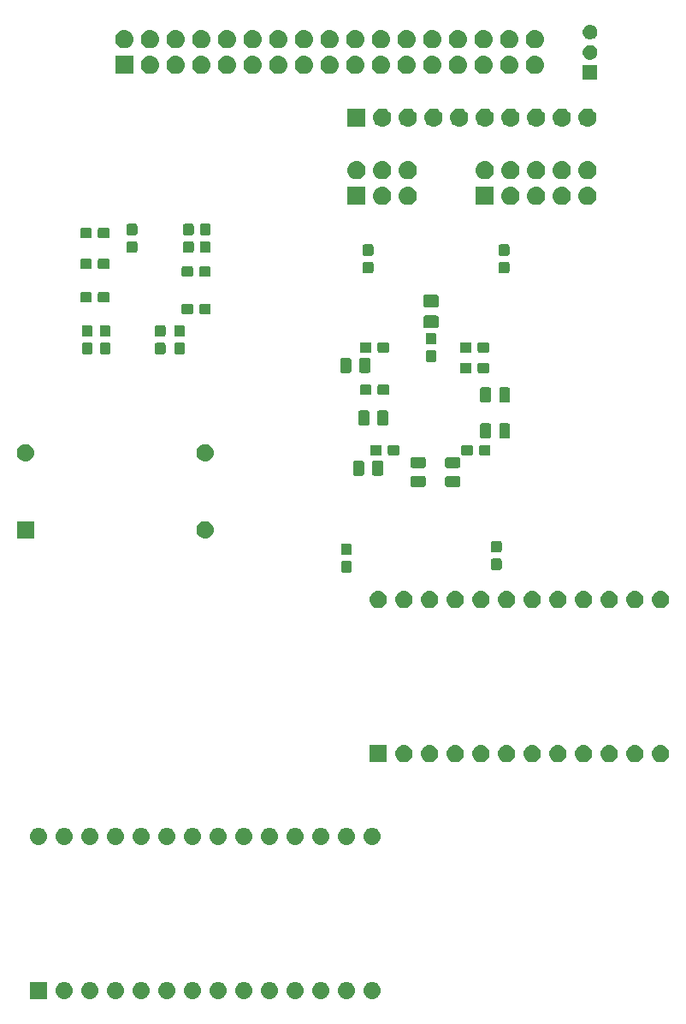
<source format=gbr>
G04 #@! TF.GenerationSoftware,KiCad,Pcbnew,(5.1.2-1)-1*
G04 #@! TF.CreationDate,2020-07-07T12:37:09+01:00*
G04 #@! TF.ProjectId,MZ80-80CLR,4d5a3830-2d38-4304-934c-522e6b696361,rev?*
G04 #@! TF.SameCoordinates,Original*
G04 #@! TF.FileFunction,Soldermask,Bot*
G04 #@! TF.FilePolarity,Negative*
%FSLAX46Y46*%
G04 Gerber Fmt 4.6, Leading zero omitted, Abs format (unit mm)*
G04 Created by KiCad (PCBNEW (5.1.2-1)-1) date 2020-07-07 12:37:09*
%MOMM*%
%LPD*%
G04 APERTURE LIST*
%ADD10C,0.100000*%
G04 APERTURE END LIST*
D10*
G36*
X109666823Y-129431313D02*
G01*
X109827242Y-129479976D01*
X109959906Y-129550886D01*
X109975078Y-129558996D01*
X110104659Y-129665341D01*
X110211004Y-129794922D01*
X110211005Y-129794924D01*
X110290024Y-129942758D01*
X110338687Y-130103177D01*
X110355117Y-130270000D01*
X110338687Y-130436823D01*
X110290024Y-130597242D01*
X110219114Y-130729906D01*
X110211004Y-130745078D01*
X110104659Y-130874659D01*
X109975078Y-130981004D01*
X109975076Y-130981005D01*
X109827242Y-131060024D01*
X109666823Y-131108687D01*
X109541804Y-131121000D01*
X109458196Y-131121000D01*
X109333177Y-131108687D01*
X109172758Y-131060024D01*
X109024924Y-130981005D01*
X109024922Y-130981004D01*
X108895341Y-130874659D01*
X108788996Y-130745078D01*
X108780886Y-130729906D01*
X108709976Y-130597242D01*
X108661313Y-130436823D01*
X108644883Y-130270000D01*
X108661313Y-130103177D01*
X108709976Y-129942758D01*
X108788995Y-129794924D01*
X108788996Y-129794922D01*
X108895341Y-129665341D01*
X109024922Y-129558996D01*
X109040094Y-129550886D01*
X109172758Y-129479976D01*
X109333177Y-129431313D01*
X109458196Y-129419000D01*
X109541804Y-129419000D01*
X109666823Y-129431313D01*
X109666823Y-129431313D01*
G37*
G36*
X107126823Y-129431313D02*
G01*
X107287242Y-129479976D01*
X107419906Y-129550886D01*
X107435078Y-129558996D01*
X107564659Y-129665341D01*
X107671004Y-129794922D01*
X107671005Y-129794924D01*
X107750024Y-129942758D01*
X107798687Y-130103177D01*
X107815117Y-130270000D01*
X107798687Y-130436823D01*
X107750024Y-130597242D01*
X107679114Y-130729906D01*
X107671004Y-130745078D01*
X107564659Y-130874659D01*
X107435078Y-130981004D01*
X107435076Y-130981005D01*
X107287242Y-131060024D01*
X107126823Y-131108687D01*
X107001804Y-131121000D01*
X106918196Y-131121000D01*
X106793177Y-131108687D01*
X106632758Y-131060024D01*
X106484924Y-130981005D01*
X106484922Y-130981004D01*
X106355341Y-130874659D01*
X106248996Y-130745078D01*
X106240886Y-130729906D01*
X106169976Y-130597242D01*
X106121313Y-130436823D01*
X106104883Y-130270000D01*
X106121313Y-130103177D01*
X106169976Y-129942758D01*
X106248995Y-129794924D01*
X106248996Y-129794922D01*
X106355341Y-129665341D01*
X106484922Y-129558996D01*
X106500094Y-129550886D01*
X106632758Y-129479976D01*
X106793177Y-129431313D01*
X106918196Y-129419000D01*
X107001804Y-129419000D01*
X107126823Y-129431313D01*
X107126823Y-129431313D01*
G37*
G36*
X104586823Y-129431313D02*
G01*
X104747242Y-129479976D01*
X104879906Y-129550886D01*
X104895078Y-129558996D01*
X105024659Y-129665341D01*
X105131004Y-129794922D01*
X105131005Y-129794924D01*
X105210024Y-129942758D01*
X105258687Y-130103177D01*
X105275117Y-130270000D01*
X105258687Y-130436823D01*
X105210024Y-130597242D01*
X105139114Y-130729906D01*
X105131004Y-130745078D01*
X105024659Y-130874659D01*
X104895078Y-130981004D01*
X104895076Y-130981005D01*
X104747242Y-131060024D01*
X104586823Y-131108687D01*
X104461804Y-131121000D01*
X104378196Y-131121000D01*
X104253177Y-131108687D01*
X104092758Y-131060024D01*
X103944924Y-130981005D01*
X103944922Y-130981004D01*
X103815341Y-130874659D01*
X103708996Y-130745078D01*
X103700886Y-130729906D01*
X103629976Y-130597242D01*
X103581313Y-130436823D01*
X103564883Y-130270000D01*
X103581313Y-130103177D01*
X103629976Y-129942758D01*
X103708995Y-129794924D01*
X103708996Y-129794922D01*
X103815341Y-129665341D01*
X103944922Y-129558996D01*
X103960094Y-129550886D01*
X104092758Y-129479976D01*
X104253177Y-129431313D01*
X104378196Y-129419000D01*
X104461804Y-129419000D01*
X104586823Y-129431313D01*
X104586823Y-129431313D01*
G37*
G36*
X102046823Y-129431313D02*
G01*
X102207242Y-129479976D01*
X102339906Y-129550886D01*
X102355078Y-129558996D01*
X102484659Y-129665341D01*
X102591004Y-129794922D01*
X102591005Y-129794924D01*
X102670024Y-129942758D01*
X102718687Y-130103177D01*
X102735117Y-130270000D01*
X102718687Y-130436823D01*
X102670024Y-130597242D01*
X102599114Y-130729906D01*
X102591004Y-130745078D01*
X102484659Y-130874659D01*
X102355078Y-130981004D01*
X102355076Y-130981005D01*
X102207242Y-131060024D01*
X102046823Y-131108687D01*
X101921804Y-131121000D01*
X101838196Y-131121000D01*
X101713177Y-131108687D01*
X101552758Y-131060024D01*
X101404924Y-130981005D01*
X101404922Y-130981004D01*
X101275341Y-130874659D01*
X101168996Y-130745078D01*
X101160886Y-130729906D01*
X101089976Y-130597242D01*
X101041313Y-130436823D01*
X101024883Y-130270000D01*
X101041313Y-130103177D01*
X101089976Y-129942758D01*
X101168995Y-129794924D01*
X101168996Y-129794922D01*
X101275341Y-129665341D01*
X101404922Y-129558996D01*
X101420094Y-129550886D01*
X101552758Y-129479976D01*
X101713177Y-129431313D01*
X101838196Y-129419000D01*
X101921804Y-129419000D01*
X102046823Y-129431313D01*
X102046823Y-129431313D01*
G37*
G36*
X99506823Y-129431313D02*
G01*
X99667242Y-129479976D01*
X99799906Y-129550886D01*
X99815078Y-129558996D01*
X99944659Y-129665341D01*
X100051004Y-129794922D01*
X100051005Y-129794924D01*
X100130024Y-129942758D01*
X100178687Y-130103177D01*
X100195117Y-130270000D01*
X100178687Y-130436823D01*
X100130024Y-130597242D01*
X100059114Y-130729906D01*
X100051004Y-130745078D01*
X99944659Y-130874659D01*
X99815078Y-130981004D01*
X99815076Y-130981005D01*
X99667242Y-131060024D01*
X99506823Y-131108687D01*
X99381804Y-131121000D01*
X99298196Y-131121000D01*
X99173177Y-131108687D01*
X99012758Y-131060024D01*
X98864924Y-130981005D01*
X98864922Y-130981004D01*
X98735341Y-130874659D01*
X98628996Y-130745078D01*
X98620886Y-130729906D01*
X98549976Y-130597242D01*
X98501313Y-130436823D01*
X98484883Y-130270000D01*
X98501313Y-130103177D01*
X98549976Y-129942758D01*
X98628995Y-129794924D01*
X98628996Y-129794922D01*
X98735341Y-129665341D01*
X98864922Y-129558996D01*
X98880094Y-129550886D01*
X99012758Y-129479976D01*
X99173177Y-129431313D01*
X99298196Y-129419000D01*
X99381804Y-129419000D01*
X99506823Y-129431313D01*
X99506823Y-129431313D01*
G37*
G36*
X96966823Y-129431313D02*
G01*
X97127242Y-129479976D01*
X97259906Y-129550886D01*
X97275078Y-129558996D01*
X97404659Y-129665341D01*
X97511004Y-129794922D01*
X97511005Y-129794924D01*
X97590024Y-129942758D01*
X97638687Y-130103177D01*
X97655117Y-130270000D01*
X97638687Y-130436823D01*
X97590024Y-130597242D01*
X97519114Y-130729906D01*
X97511004Y-130745078D01*
X97404659Y-130874659D01*
X97275078Y-130981004D01*
X97275076Y-130981005D01*
X97127242Y-131060024D01*
X96966823Y-131108687D01*
X96841804Y-131121000D01*
X96758196Y-131121000D01*
X96633177Y-131108687D01*
X96472758Y-131060024D01*
X96324924Y-130981005D01*
X96324922Y-130981004D01*
X96195341Y-130874659D01*
X96088996Y-130745078D01*
X96080886Y-130729906D01*
X96009976Y-130597242D01*
X95961313Y-130436823D01*
X95944883Y-130270000D01*
X95961313Y-130103177D01*
X96009976Y-129942758D01*
X96088995Y-129794924D01*
X96088996Y-129794922D01*
X96195341Y-129665341D01*
X96324922Y-129558996D01*
X96340094Y-129550886D01*
X96472758Y-129479976D01*
X96633177Y-129431313D01*
X96758196Y-129419000D01*
X96841804Y-129419000D01*
X96966823Y-129431313D01*
X96966823Y-129431313D01*
G37*
G36*
X94426823Y-129431313D02*
G01*
X94587242Y-129479976D01*
X94719906Y-129550886D01*
X94735078Y-129558996D01*
X94864659Y-129665341D01*
X94971004Y-129794922D01*
X94971005Y-129794924D01*
X95050024Y-129942758D01*
X95098687Y-130103177D01*
X95115117Y-130270000D01*
X95098687Y-130436823D01*
X95050024Y-130597242D01*
X94979114Y-130729906D01*
X94971004Y-130745078D01*
X94864659Y-130874659D01*
X94735078Y-130981004D01*
X94735076Y-130981005D01*
X94587242Y-131060024D01*
X94426823Y-131108687D01*
X94301804Y-131121000D01*
X94218196Y-131121000D01*
X94093177Y-131108687D01*
X93932758Y-131060024D01*
X93784924Y-130981005D01*
X93784922Y-130981004D01*
X93655341Y-130874659D01*
X93548996Y-130745078D01*
X93540886Y-130729906D01*
X93469976Y-130597242D01*
X93421313Y-130436823D01*
X93404883Y-130270000D01*
X93421313Y-130103177D01*
X93469976Y-129942758D01*
X93548995Y-129794924D01*
X93548996Y-129794922D01*
X93655341Y-129665341D01*
X93784922Y-129558996D01*
X93800094Y-129550886D01*
X93932758Y-129479976D01*
X94093177Y-129431313D01*
X94218196Y-129419000D01*
X94301804Y-129419000D01*
X94426823Y-129431313D01*
X94426823Y-129431313D01*
G37*
G36*
X91886823Y-129431313D02*
G01*
X92047242Y-129479976D01*
X92179906Y-129550886D01*
X92195078Y-129558996D01*
X92324659Y-129665341D01*
X92431004Y-129794922D01*
X92431005Y-129794924D01*
X92510024Y-129942758D01*
X92558687Y-130103177D01*
X92575117Y-130270000D01*
X92558687Y-130436823D01*
X92510024Y-130597242D01*
X92439114Y-130729906D01*
X92431004Y-130745078D01*
X92324659Y-130874659D01*
X92195078Y-130981004D01*
X92195076Y-130981005D01*
X92047242Y-131060024D01*
X91886823Y-131108687D01*
X91761804Y-131121000D01*
X91678196Y-131121000D01*
X91553177Y-131108687D01*
X91392758Y-131060024D01*
X91244924Y-130981005D01*
X91244922Y-130981004D01*
X91115341Y-130874659D01*
X91008996Y-130745078D01*
X91000886Y-130729906D01*
X90929976Y-130597242D01*
X90881313Y-130436823D01*
X90864883Y-130270000D01*
X90881313Y-130103177D01*
X90929976Y-129942758D01*
X91008995Y-129794924D01*
X91008996Y-129794922D01*
X91115341Y-129665341D01*
X91244922Y-129558996D01*
X91260094Y-129550886D01*
X91392758Y-129479976D01*
X91553177Y-129431313D01*
X91678196Y-129419000D01*
X91761804Y-129419000D01*
X91886823Y-129431313D01*
X91886823Y-129431313D01*
G37*
G36*
X89346823Y-129431313D02*
G01*
X89507242Y-129479976D01*
X89639906Y-129550886D01*
X89655078Y-129558996D01*
X89784659Y-129665341D01*
X89891004Y-129794922D01*
X89891005Y-129794924D01*
X89970024Y-129942758D01*
X90018687Y-130103177D01*
X90035117Y-130270000D01*
X90018687Y-130436823D01*
X89970024Y-130597242D01*
X89899114Y-130729906D01*
X89891004Y-130745078D01*
X89784659Y-130874659D01*
X89655078Y-130981004D01*
X89655076Y-130981005D01*
X89507242Y-131060024D01*
X89346823Y-131108687D01*
X89221804Y-131121000D01*
X89138196Y-131121000D01*
X89013177Y-131108687D01*
X88852758Y-131060024D01*
X88704924Y-130981005D01*
X88704922Y-130981004D01*
X88575341Y-130874659D01*
X88468996Y-130745078D01*
X88460886Y-130729906D01*
X88389976Y-130597242D01*
X88341313Y-130436823D01*
X88324883Y-130270000D01*
X88341313Y-130103177D01*
X88389976Y-129942758D01*
X88468995Y-129794924D01*
X88468996Y-129794922D01*
X88575341Y-129665341D01*
X88704922Y-129558996D01*
X88720094Y-129550886D01*
X88852758Y-129479976D01*
X89013177Y-129431313D01*
X89138196Y-129419000D01*
X89221804Y-129419000D01*
X89346823Y-129431313D01*
X89346823Y-129431313D01*
G37*
G36*
X86806823Y-129431313D02*
G01*
X86967242Y-129479976D01*
X87099906Y-129550886D01*
X87115078Y-129558996D01*
X87244659Y-129665341D01*
X87351004Y-129794922D01*
X87351005Y-129794924D01*
X87430024Y-129942758D01*
X87478687Y-130103177D01*
X87495117Y-130270000D01*
X87478687Y-130436823D01*
X87430024Y-130597242D01*
X87359114Y-130729906D01*
X87351004Y-130745078D01*
X87244659Y-130874659D01*
X87115078Y-130981004D01*
X87115076Y-130981005D01*
X86967242Y-131060024D01*
X86806823Y-131108687D01*
X86681804Y-131121000D01*
X86598196Y-131121000D01*
X86473177Y-131108687D01*
X86312758Y-131060024D01*
X86164924Y-130981005D01*
X86164922Y-130981004D01*
X86035341Y-130874659D01*
X85928996Y-130745078D01*
X85920886Y-130729906D01*
X85849976Y-130597242D01*
X85801313Y-130436823D01*
X85784883Y-130270000D01*
X85801313Y-130103177D01*
X85849976Y-129942758D01*
X85928995Y-129794924D01*
X85928996Y-129794922D01*
X86035341Y-129665341D01*
X86164922Y-129558996D01*
X86180094Y-129550886D01*
X86312758Y-129479976D01*
X86473177Y-129431313D01*
X86598196Y-129419000D01*
X86681804Y-129419000D01*
X86806823Y-129431313D01*
X86806823Y-129431313D01*
G37*
G36*
X84266823Y-129431313D02*
G01*
X84427242Y-129479976D01*
X84559906Y-129550886D01*
X84575078Y-129558996D01*
X84704659Y-129665341D01*
X84811004Y-129794922D01*
X84811005Y-129794924D01*
X84890024Y-129942758D01*
X84938687Y-130103177D01*
X84955117Y-130270000D01*
X84938687Y-130436823D01*
X84890024Y-130597242D01*
X84819114Y-130729906D01*
X84811004Y-130745078D01*
X84704659Y-130874659D01*
X84575078Y-130981004D01*
X84575076Y-130981005D01*
X84427242Y-131060024D01*
X84266823Y-131108687D01*
X84141804Y-131121000D01*
X84058196Y-131121000D01*
X83933177Y-131108687D01*
X83772758Y-131060024D01*
X83624924Y-130981005D01*
X83624922Y-130981004D01*
X83495341Y-130874659D01*
X83388996Y-130745078D01*
X83380886Y-130729906D01*
X83309976Y-130597242D01*
X83261313Y-130436823D01*
X83244883Y-130270000D01*
X83261313Y-130103177D01*
X83309976Y-129942758D01*
X83388995Y-129794924D01*
X83388996Y-129794922D01*
X83495341Y-129665341D01*
X83624922Y-129558996D01*
X83640094Y-129550886D01*
X83772758Y-129479976D01*
X83933177Y-129431313D01*
X84058196Y-129419000D01*
X84141804Y-129419000D01*
X84266823Y-129431313D01*
X84266823Y-129431313D01*
G37*
G36*
X81726823Y-129431313D02*
G01*
X81887242Y-129479976D01*
X82019906Y-129550886D01*
X82035078Y-129558996D01*
X82164659Y-129665341D01*
X82271004Y-129794922D01*
X82271005Y-129794924D01*
X82350024Y-129942758D01*
X82398687Y-130103177D01*
X82415117Y-130270000D01*
X82398687Y-130436823D01*
X82350024Y-130597242D01*
X82279114Y-130729906D01*
X82271004Y-130745078D01*
X82164659Y-130874659D01*
X82035078Y-130981004D01*
X82035076Y-130981005D01*
X81887242Y-131060024D01*
X81726823Y-131108687D01*
X81601804Y-131121000D01*
X81518196Y-131121000D01*
X81393177Y-131108687D01*
X81232758Y-131060024D01*
X81084924Y-130981005D01*
X81084922Y-130981004D01*
X80955341Y-130874659D01*
X80848996Y-130745078D01*
X80840886Y-130729906D01*
X80769976Y-130597242D01*
X80721313Y-130436823D01*
X80704883Y-130270000D01*
X80721313Y-130103177D01*
X80769976Y-129942758D01*
X80848995Y-129794924D01*
X80848996Y-129794922D01*
X80955341Y-129665341D01*
X81084922Y-129558996D01*
X81100094Y-129550886D01*
X81232758Y-129479976D01*
X81393177Y-129431313D01*
X81518196Y-129419000D01*
X81601804Y-129419000D01*
X81726823Y-129431313D01*
X81726823Y-129431313D01*
G37*
G36*
X79186823Y-129431313D02*
G01*
X79347242Y-129479976D01*
X79479906Y-129550886D01*
X79495078Y-129558996D01*
X79624659Y-129665341D01*
X79731004Y-129794922D01*
X79731005Y-129794924D01*
X79810024Y-129942758D01*
X79858687Y-130103177D01*
X79875117Y-130270000D01*
X79858687Y-130436823D01*
X79810024Y-130597242D01*
X79739114Y-130729906D01*
X79731004Y-130745078D01*
X79624659Y-130874659D01*
X79495078Y-130981004D01*
X79495076Y-130981005D01*
X79347242Y-131060024D01*
X79186823Y-131108687D01*
X79061804Y-131121000D01*
X78978196Y-131121000D01*
X78853177Y-131108687D01*
X78692758Y-131060024D01*
X78544924Y-130981005D01*
X78544922Y-130981004D01*
X78415341Y-130874659D01*
X78308996Y-130745078D01*
X78300886Y-130729906D01*
X78229976Y-130597242D01*
X78181313Y-130436823D01*
X78164883Y-130270000D01*
X78181313Y-130103177D01*
X78229976Y-129942758D01*
X78308995Y-129794924D01*
X78308996Y-129794922D01*
X78415341Y-129665341D01*
X78544922Y-129558996D01*
X78560094Y-129550886D01*
X78692758Y-129479976D01*
X78853177Y-129431313D01*
X78978196Y-129419000D01*
X79061804Y-129419000D01*
X79186823Y-129431313D01*
X79186823Y-129431313D01*
G37*
G36*
X77331000Y-131121000D02*
G01*
X75629000Y-131121000D01*
X75629000Y-129419000D01*
X77331000Y-129419000D01*
X77331000Y-131121000D01*
X77331000Y-131121000D01*
G37*
G36*
X76646823Y-114191313D02*
G01*
X76807242Y-114239976D01*
X76939906Y-114310886D01*
X76955078Y-114318996D01*
X77084659Y-114425341D01*
X77191004Y-114554922D01*
X77191005Y-114554924D01*
X77270024Y-114702758D01*
X77318687Y-114863177D01*
X77335117Y-115030000D01*
X77318687Y-115196823D01*
X77270024Y-115357242D01*
X77199114Y-115489906D01*
X77191004Y-115505078D01*
X77084659Y-115634659D01*
X76955078Y-115741004D01*
X76955076Y-115741005D01*
X76807242Y-115820024D01*
X76646823Y-115868687D01*
X76521804Y-115881000D01*
X76438196Y-115881000D01*
X76313177Y-115868687D01*
X76152758Y-115820024D01*
X76004924Y-115741005D01*
X76004922Y-115741004D01*
X75875341Y-115634659D01*
X75768996Y-115505078D01*
X75760886Y-115489906D01*
X75689976Y-115357242D01*
X75641313Y-115196823D01*
X75624883Y-115030000D01*
X75641313Y-114863177D01*
X75689976Y-114702758D01*
X75768995Y-114554924D01*
X75768996Y-114554922D01*
X75875341Y-114425341D01*
X76004922Y-114318996D01*
X76020094Y-114310886D01*
X76152758Y-114239976D01*
X76313177Y-114191313D01*
X76438196Y-114179000D01*
X76521804Y-114179000D01*
X76646823Y-114191313D01*
X76646823Y-114191313D01*
G37*
G36*
X91886823Y-114191313D02*
G01*
X92047242Y-114239976D01*
X92179906Y-114310886D01*
X92195078Y-114318996D01*
X92324659Y-114425341D01*
X92431004Y-114554922D01*
X92431005Y-114554924D01*
X92510024Y-114702758D01*
X92558687Y-114863177D01*
X92575117Y-115030000D01*
X92558687Y-115196823D01*
X92510024Y-115357242D01*
X92439114Y-115489906D01*
X92431004Y-115505078D01*
X92324659Y-115634659D01*
X92195078Y-115741004D01*
X92195076Y-115741005D01*
X92047242Y-115820024D01*
X91886823Y-115868687D01*
X91761804Y-115881000D01*
X91678196Y-115881000D01*
X91553177Y-115868687D01*
X91392758Y-115820024D01*
X91244924Y-115741005D01*
X91244922Y-115741004D01*
X91115341Y-115634659D01*
X91008996Y-115505078D01*
X91000886Y-115489906D01*
X90929976Y-115357242D01*
X90881313Y-115196823D01*
X90864883Y-115030000D01*
X90881313Y-114863177D01*
X90929976Y-114702758D01*
X91008995Y-114554924D01*
X91008996Y-114554922D01*
X91115341Y-114425341D01*
X91244922Y-114318996D01*
X91260094Y-114310886D01*
X91392758Y-114239976D01*
X91553177Y-114191313D01*
X91678196Y-114179000D01*
X91761804Y-114179000D01*
X91886823Y-114191313D01*
X91886823Y-114191313D01*
G37*
G36*
X109666823Y-114191313D02*
G01*
X109827242Y-114239976D01*
X109959906Y-114310886D01*
X109975078Y-114318996D01*
X110104659Y-114425341D01*
X110211004Y-114554922D01*
X110211005Y-114554924D01*
X110290024Y-114702758D01*
X110338687Y-114863177D01*
X110355117Y-115030000D01*
X110338687Y-115196823D01*
X110290024Y-115357242D01*
X110219114Y-115489906D01*
X110211004Y-115505078D01*
X110104659Y-115634659D01*
X109975078Y-115741004D01*
X109975076Y-115741005D01*
X109827242Y-115820024D01*
X109666823Y-115868687D01*
X109541804Y-115881000D01*
X109458196Y-115881000D01*
X109333177Y-115868687D01*
X109172758Y-115820024D01*
X109024924Y-115741005D01*
X109024922Y-115741004D01*
X108895341Y-115634659D01*
X108788996Y-115505078D01*
X108780886Y-115489906D01*
X108709976Y-115357242D01*
X108661313Y-115196823D01*
X108644883Y-115030000D01*
X108661313Y-114863177D01*
X108709976Y-114702758D01*
X108788995Y-114554924D01*
X108788996Y-114554922D01*
X108895341Y-114425341D01*
X109024922Y-114318996D01*
X109040094Y-114310886D01*
X109172758Y-114239976D01*
X109333177Y-114191313D01*
X109458196Y-114179000D01*
X109541804Y-114179000D01*
X109666823Y-114191313D01*
X109666823Y-114191313D01*
G37*
G36*
X79186823Y-114191313D02*
G01*
X79347242Y-114239976D01*
X79479906Y-114310886D01*
X79495078Y-114318996D01*
X79624659Y-114425341D01*
X79731004Y-114554922D01*
X79731005Y-114554924D01*
X79810024Y-114702758D01*
X79858687Y-114863177D01*
X79875117Y-115030000D01*
X79858687Y-115196823D01*
X79810024Y-115357242D01*
X79739114Y-115489906D01*
X79731004Y-115505078D01*
X79624659Y-115634659D01*
X79495078Y-115741004D01*
X79495076Y-115741005D01*
X79347242Y-115820024D01*
X79186823Y-115868687D01*
X79061804Y-115881000D01*
X78978196Y-115881000D01*
X78853177Y-115868687D01*
X78692758Y-115820024D01*
X78544924Y-115741005D01*
X78544922Y-115741004D01*
X78415341Y-115634659D01*
X78308996Y-115505078D01*
X78300886Y-115489906D01*
X78229976Y-115357242D01*
X78181313Y-115196823D01*
X78164883Y-115030000D01*
X78181313Y-114863177D01*
X78229976Y-114702758D01*
X78308995Y-114554924D01*
X78308996Y-114554922D01*
X78415341Y-114425341D01*
X78544922Y-114318996D01*
X78560094Y-114310886D01*
X78692758Y-114239976D01*
X78853177Y-114191313D01*
X78978196Y-114179000D01*
X79061804Y-114179000D01*
X79186823Y-114191313D01*
X79186823Y-114191313D01*
G37*
G36*
X107126823Y-114191313D02*
G01*
X107287242Y-114239976D01*
X107419906Y-114310886D01*
X107435078Y-114318996D01*
X107564659Y-114425341D01*
X107671004Y-114554922D01*
X107671005Y-114554924D01*
X107750024Y-114702758D01*
X107798687Y-114863177D01*
X107815117Y-115030000D01*
X107798687Y-115196823D01*
X107750024Y-115357242D01*
X107679114Y-115489906D01*
X107671004Y-115505078D01*
X107564659Y-115634659D01*
X107435078Y-115741004D01*
X107435076Y-115741005D01*
X107287242Y-115820024D01*
X107126823Y-115868687D01*
X107001804Y-115881000D01*
X106918196Y-115881000D01*
X106793177Y-115868687D01*
X106632758Y-115820024D01*
X106484924Y-115741005D01*
X106484922Y-115741004D01*
X106355341Y-115634659D01*
X106248996Y-115505078D01*
X106240886Y-115489906D01*
X106169976Y-115357242D01*
X106121313Y-115196823D01*
X106104883Y-115030000D01*
X106121313Y-114863177D01*
X106169976Y-114702758D01*
X106248995Y-114554924D01*
X106248996Y-114554922D01*
X106355341Y-114425341D01*
X106484922Y-114318996D01*
X106500094Y-114310886D01*
X106632758Y-114239976D01*
X106793177Y-114191313D01*
X106918196Y-114179000D01*
X107001804Y-114179000D01*
X107126823Y-114191313D01*
X107126823Y-114191313D01*
G37*
G36*
X81726823Y-114191313D02*
G01*
X81887242Y-114239976D01*
X82019906Y-114310886D01*
X82035078Y-114318996D01*
X82164659Y-114425341D01*
X82271004Y-114554922D01*
X82271005Y-114554924D01*
X82350024Y-114702758D01*
X82398687Y-114863177D01*
X82415117Y-115030000D01*
X82398687Y-115196823D01*
X82350024Y-115357242D01*
X82279114Y-115489906D01*
X82271004Y-115505078D01*
X82164659Y-115634659D01*
X82035078Y-115741004D01*
X82035076Y-115741005D01*
X81887242Y-115820024D01*
X81726823Y-115868687D01*
X81601804Y-115881000D01*
X81518196Y-115881000D01*
X81393177Y-115868687D01*
X81232758Y-115820024D01*
X81084924Y-115741005D01*
X81084922Y-115741004D01*
X80955341Y-115634659D01*
X80848996Y-115505078D01*
X80840886Y-115489906D01*
X80769976Y-115357242D01*
X80721313Y-115196823D01*
X80704883Y-115030000D01*
X80721313Y-114863177D01*
X80769976Y-114702758D01*
X80848995Y-114554924D01*
X80848996Y-114554922D01*
X80955341Y-114425341D01*
X81084922Y-114318996D01*
X81100094Y-114310886D01*
X81232758Y-114239976D01*
X81393177Y-114191313D01*
X81518196Y-114179000D01*
X81601804Y-114179000D01*
X81726823Y-114191313D01*
X81726823Y-114191313D01*
G37*
G36*
X104586823Y-114191313D02*
G01*
X104747242Y-114239976D01*
X104879906Y-114310886D01*
X104895078Y-114318996D01*
X105024659Y-114425341D01*
X105131004Y-114554922D01*
X105131005Y-114554924D01*
X105210024Y-114702758D01*
X105258687Y-114863177D01*
X105275117Y-115030000D01*
X105258687Y-115196823D01*
X105210024Y-115357242D01*
X105139114Y-115489906D01*
X105131004Y-115505078D01*
X105024659Y-115634659D01*
X104895078Y-115741004D01*
X104895076Y-115741005D01*
X104747242Y-115820024D01*
X104586823Y-115868687D01*
X104461804Y-115881000D01*
X104378196Y-115881000D01*
X104253177Y-115868687D01*
X104092758Y-115820024D01*
X103944924Y-115741005D01*
X103944922Y-115741004D01*
X103815341Y-115634659D01*
X103708996Y-115505078D01*
X103700886Y-115489906D01*
X103629976Y-115357242D01*
X103581313Y-115196823D01*
X103564883Y-115030000D01*
X103581313Y-114863177D01*
X103629976Y-114702758D01*
X103708995Y-114554924D01*
X103708996Y-114554922D01*
X103815341Y-114425341D01*
X103944922Y-114318996D01*
X103960094Y-114310886D01*
X104092758Y-114239976D01*
X104253177Y-114191313D01*
X104378196Y-114179000D01*
X104461804Y-114179000D01*
X104586823Y-114191313D01*
X104586823Y-114191313D01*
G37*
G36*
X84266823Y-114191313D02*
G01*
X84427242Y-114239976D01*
X84559906Y-114310886D01*
X84575078Y-114318996D01*
X84704659Y-114425341D01*
X84811004Y-114554922D01*
X84811005Y-114554924D01*
X84890024Y-114702758D01*
X84938687Y-114863177D01*
X84955117Y-115030000D01*
X84938687Y-115196823D01*
X84890024Y-115357242D01*
X84819114Y-115489906D01*
X84811004Y-115505078D01*
X84704659Y-115634659D01*
X84575078Y-115741004D01*
X84575076Y-115741005D01*
X84427242Y-115820024D01*
X84266823Y-115868687D01*
X84141804Y-115881000D01*
X84058196Y-115881000D01*
X83933177Y-115868687D01*
X83772758Y-115820024D01*
X83624924Y-115741005D01*
X83624922Y-115741004D01*
X83495341Y-115634659D01*
X83388996Y-115505078D01*
X83380886Y-115489906D01*
X83309976Y-115357242D01*
X83261313Y-115196823D01*
X83244883Y-115030000D01*
X83261313Y-114863177D01*
X83309976Y-114702758D01*
X83388995Y-114554924D01*
X83388996Y-114554922D01*
X83495341Y-114425341D01*
X83624922Y-114318996D01*
X83640094Y-114310886D01*
X83772758Y-114239976D01*
X83933177Y-114191313D01*
X84058196Y-114179000D01*
X84141804Y-114179000D01*
X84266823Y-114191313D01*
X84266823Y-114191313D01*
G37*
G36*
X102046823Y-114191313D02*
G01*
X102207242Y-114239976D01*
X102339906Y-114310886D01*
X102355078Y-114318996D01*
X102484659Y-114425341D01*
X102591004Y-114554922D01*
X102591005Y-114554924D01*
X102670024Y-114702758D01*
X102718687Y-114863177D01*
X102735117Y-115030000D01*
X102718687Y-115196823D01*
X102670024Y-115357242D01*
X102599114Y-115489906D01*
X102591004Y-115505078D01*
X102484659Y-115634659D01*
X102355078Y-115741004D01*
X102355076Y-115741005D01*
X102207242Y-115820024D01*
X102046823Y-115868687D01*
X101921804Y-115881000D01*
X101838196Y-115881000D01*
X101713177Y-115868687D01*
X101552758Y-115820024D01*
X101404924Y-115741005D01*
X101404922Y-115741004D01*
X101275341Y-115634659D01*
X101168996Y-115505078D01*
X101160886Y-115489906D01*
X101089976Y-115357242D01*
X101041313Y-115196823D01*
X101024883Y-115030000D01*
X101041313Y-114863177D01*
X101089976Y-114702758D01*
X101168995Y-114554924D01*
X101168996Y-114554922D01*
X101275341Y-114425341D01*
X101404922Y-114318996D01*
X101420094Y-114310886D01*
X101552758Y-114239976D01*
X101713177Y-114191313D01*
X101838196Y-114179000D01*
X101921804Y-114179000D01*
X102046823Y-114191313D01*
X102046823Y-114191313D01*
G37*
G36*
X86806823Y-114191313D02*
G01*
X86967242Y-114239976D01*
X87099906Y-114310886D01*
X87115078Y-114318996D01*
X87244659Y-114425341D01*
X87351004Y-114554922D01*
X87351005Y-114554924D01*
X87430024Y-114702758D01*
X87478687Y-114863177D01*
X87495117Y-115030000D01*
X87478687Y-115196823D01*
X87430024Y-115357242D01*
X87359114Y-115489906D01*
X87351004Y-115505078D01*
X87244659Y-115634659D01*
X87115078Y-115741004D01*
X87115076Y-115741005D01*
X86967242Y-115820024D01*
X86806823Y-115868687D01*
X86681804Y-115881000D01*
X86598196Y-115881000D01*
X86473177Y-115868687D01*
X86312758Y-115820024D01*
X86164924Y-115741005D01*
X86164922Y-115741004D01*
X86035341Y-115634659D01*
X85928996Y-115505078D01*
X85920886Y-115489906D01*
X85849976Y-115357242D01*
X85801313Y-115196823D01*
X85784883Y-115030000D01*
X85801313Y-114863177D01*
X85849976Y-114702758D01*
X85928995Y-114554924D01*
X85928996Y-114554922D01*
X86035341Y-114425341D01*
X86164922Y-114318996D01*
X86180094Y-114310886D01*
X86312758Y-114239976D01*
X86473177Y-114191313D01*
X86598196Y-114179000D01*
X86681804Y-114179000D01*
X86806823Y-114191313D01*
X86806823Y-114191313D01*
G37*
G36*
X99506823Y-114191313D02*
G01*
X99667242Y-114239976D01*
X99799906Y-114310886D01*
X99815078Y-114318996D01*
X99944659Y-114425341D01*
X100051004Y-114554922D01*
X100051005Y-114554924D01*
X100130024Y-114702758D01*
X100178687Y-114863177D01*
X100195117Y-115030000D01*
X100178687Y-115196823D01*
X100130024Y-115357242D01*
X100059114Y-115489906D01*
X100051004Y-115505078D01*
X99944659Y-115634659D01*
X99815078Y-115741004D01*
X99815076Y-115741005D01*
X99667242Y-115820024D01*
X99506823Y-115868687D01*
X99381804Y-115881000D01*
X99298196Y-115881000D01*
X99173177Y-115868687D01*
X99012758Y-115820024D01*
X98864924Y-115741005D01*
X98864922Y-115741004D01*
X98735341Y-115634659D01*
X98628996Y-115505078D01*
X98620886Y-115489906D01*
X98549976Y-115357242D01*
X98501313Y-115196823D01*
X98484883Y-115030000D01*
X98501313Y-114863177D01*
X98549976Y-114702758D01*
X98628995Y-114554924D01*
X98628996Y-114554922D01*
X98735341Y-114425341D01*
X98864922Y-114318996D01*
X98880094Y-114310886D01*
X99012758Y-114239976D01*
X99173177Y-114191313D01*
X99298196Y-114179000D01*
X99381804Y-114179000D01*
X99506823Y-114191313D01*
X99506823Y-114191313D01*
G37*
G36*
X89346823Y-114191313D02*
G01*
X89507242Y-114239976D01*
X89639906Y-114310886D01*
X89655078Y-114318996D01*
X89784659Y-114425341D01*
X89891004Y-114554922D01*
X89891005Y-114554924D01*
X89970024Y-114702758D01*
X90018687Y-114863177D01*
X90035117Y-115030000D01*
X90018687Y-115196823D01*
X89970024Y-115357242D01*
X89899114Y-115489906D01*
X89891004Y-115505078D01*
X89784659Y-115634659D01*
X89655078Y-115741004D01*
X89655076Y-115741005D01*
X89507242Y-115820024D01*
X89346823Y-115868687D01*
X89221804Y-115881000D01*
X89138196Y-115881000D01*
X89013177Y-115868687D01*
X88852758Y-115820024D01*
X88704924Y-115741005D01*
X88704922Y-115741004D01*
X88575341Y-115634659D01*
X88468996Y-115505078D01*
X88460886Y-115489906D01*
X88389976Y-115357242D01*
X88341313Y-115196823D01*
X88324883Y-115030000D01*
X88341313Y-114863177D01*
X88389976Y-114702758D01*
X88468995Y-114554924D01*
X88468996Y-114554922D01*
X88575341Y-114425341D01*
X88704922Y-114318996D01*
X88720094Y-114310886D01*
X88852758Y-114239976D01*
X89013177Y-114191313D01*
X89138196Y-114179000D01*
X89221804Y-114179000D01*
X89346823Y-114191313D01*
X89346823Y-114191313D01*
G37*
G36*
X96966823Y-114191313D02*
G01*
X97127242Y-114239976D01*
X97259906Y-114310886D01*
X97275078Y-114318996D01*
X97404659Y-114425341D01*
X97511004Y-114554922D01*
X97511005Y-114554924D01*
X97590024Y-114702758D01*
X97638687Y-114863177D01*
X97655117Y-115030000D01*
X97638687Y-115196823D01*
X97590024Y-115357242D01*
X97519114Y-115489906D01*
X97511004Y-115505078D01*
X97404659Y-115634659D01*
X97275078Y-115741004D01*
X97275076Y-115741005D01*
X97127242Y-115820024D01*
X96966823Y-115868687D01*
X96841804Y-115881000D01*
X96758196Y-115881000D01*
X96633177Y-115868687D01*
X96472758Y-115820024D01*
X96324924Y-115741005D01*
X96324922Y-115741004D01*
X96195341Y-115634659D01*
X96088996Y-115505078D01*
X96080886Y-115489906D01*
X96009976Y-115357242D01*
X95961313Y-115196823D01*
X95944883Y-115030000D01*
X95961313Y-114863177D01*
X96009976Y-114702758D01*
X96088995Y-114554924D01*
X96088996Y-114554922D01*
X96195341Y-114425341D01*
X96324922Y-114318996D01*
X96340094Y-114310886D01*
X96472758Y-114239976D01*
X96633177Y-114191313D01*
X96758196Y-114179000D01*
X96841804Y-114179000D01*
X96966823Y-114191313D01*
X96966823Y-114191313D01*
G37*
G36*
X94426823Y-114191313D02*
G01*
X94587242Y-114239976D01*
X94719906Y-114310886D01*
X94735078Y-114318996D01*
X94864659Y-114425341D01*
X94971004Y-114554922D01*
X94971005Y-114554924D01*
X95050024Y-114702758D01*
X95098687Y-114863177D01*
X95115117Y-115030000D01*
X95098687Y-115196823D01*
X95050024Y-115357242D01*
X94979114Y-115489906D01*
X94971004Y-115505078D01*
X94864659Y-115634659D01*
X94735078Y-115741004D01*
X94735076Y-115741005D01*
X94587242Y-115820024D01*
X94426823Y-115868687D01*
X94301804Y-115881000D01*
X94218196Y-115881000D01*
X94093177Y-115868687D01*
X93932758Y-115820024D01*
X93784924Y-115741005D01*
X93784922Y-115741004D01*
X93655341Y-115634659D01*
X93548996Y-115505078D01*
X93540886Y-115489906D01*
X93469976Y-115357242D01*
X93421313Y-115196823D01*
X93404883Y-115030000D01*
X93421313Y-114863177D01*
X93469976Y-114702758D01*
X93548995Y-114554924D01*
X93548996Y-114554922D01*
X93655341Y-114425341D01*
X93784922Y-114318996D01*
X93800094Y-114310886D01*
X93932758Y-114239976D01*
X94093177Y-114191313D01*
X94218196Y-114179000D01*
X94301804Y-114179000D01*
X94426823Y-114191313D01*
X94426823Y-114191313D01*
G37*
G36*
X138206823Y-106011313D02*
G01*
X138367242Y-106059976D01*
X138499906Y-106130886D01*
X138515078Y-106138996D01*
X138644659Y-106245341D01*
X138751004Y-106374922D01*
X138751005Y-106374924D01*
X138830024Y-106522758D01*
X138878687Y-106683177D01*
X138895117Y-106850000D01*
X138878687Y-107016823D01*
X138830024Y-107177242D01*
X138759114Y-107309906D01*
X138751004Y-107325078D01*
X138644659Y-107454659D01*
X138515078Y-107561004D01*
X138515076Y-107561005D01*
X138367242Y-107640024D01*
X138206823Y-107688687D01*
X138081804Y-107701000D01*
X137998196Y-107701000D01*
X137873177Y-107688687D01*
X137712758Y-107640024D01*
X137564924Y-107561005D01*
X137564922Y-107561004D01*
X137435341Y-107454659D01*
X137328996Y-107325078D01*
X137320886Y-107309906D01*
X137249976Y-107177242D01*
X137201313Y-107016823D01*
X137184883Y-106850000D01*
X137201313Y-106683177D01*
X137249976Y-106522758D01*
X137328995Y-106374924D01*
X137328996Y-106374922D01*
X137435341Y-106245341D01*
X137564922Y-106138996D01*
X137580094Y-106130886D01*
X137712758Y-106059976D01*
X137873177Y-106011313D01*
X137998196Y-105999000D01*
X138081804Y-105999000D01*
X138206823Y-106011313D01*
X138206823Y-106011313D01*
G37*
G36*
X135666823Y-106011313D02*
G01*
X135827242Y-106059976D01*
X135959906Y-106130886D01*
X135975078Y-106138996D01*
X136104659Y-106245341D01*
X136211004Y-106374922D01*
X136211005Y-106374924D01*
X136290024Y-106522758D01*
X136338687Y-106683177D01*
X136355117Y-106850000D01*
X136338687Y-107016823D01*
X136290024Y-107177242D01*
X136219114Y-107309906D01*
X136211004Y-107325078D01*
X136104659Y-107454659D01*
X135975078Y-107561004D01*
X135975076Y-107561005D01*
X135827242Y-107640024D01*
X135666823Y-107688687D01*
X135541804Y-107701000D01*
X135458196Y-107701000D01*
X135333177Y-107688687D01*
X135172758Y-107640024D01*
X135024924Y-107561005D01*
X135024922Y-107561004D01*
X134895341Y-107454659D01*
X134788996Y-107325078D01*
X134780886Y-107309906D01*
X134709976Y-107177242D01*
X134661313Y-107016823D01*
X134644883Y-106850000D01*
X134661313Y-106683177D01*
X134709976Y-106522758D01*
X134788995Y-106374924D01*
X134788996Y-106374922D01*
X134895341Y-106245341D01*
X135024922Y-106138996D01*
X135040094Y-106130886D01*
X135172758Y-106059976D01*
X135333177Y-106011313D01*
X135458196Y-105999000D01*
X135541804Y-105999000D01*
X135666823Y-106011313D01*
X135666823Y-106011313D01*
G37*
G36*
X110951000Y-107701000D02*
G01*
X109249000Y-107701000D01*
X109249000Y-105999000D01*
X110951000Y-105999000D01*
X110951000Y-107701000D01*
X110951000Y-107701000D01*
G37*
G36*
X133126823Y-106011313D02*
G01*
X133287242Y-106059976D01*
X133419906Y-106130886D01*
X133435078Y-106138996D01*
X133564659Y-106245341D01*
X133671004Y-106374922D01*
X133671005Y-106374924D01*
X133750024Y-106522758D01*
X133798687Y-106683177D01*
X133815117Y-106850000D01*
X133798687Y-107016823D01*
X133750024Y-107177242D01*
X133679114Y-107309906D01*
X133671004Y-107325078D01*
X133564659Y-107454659D01*
X133435078Y-107561004D01*
X133435076Y-107561005D01*
X133287242Y-107640024D01*
X133126823Y-107688687D01*
X133001804Y-107701000D01*
X132918196Y-107701000D01*
X132793177Y-107688687D01*
X132632758Y-107640024D01*
X132484924Y-107561005D01*
X132484922Y-107561004D01*
X132355341Y-107454659D01*
X132248996Y-107325078D01*
X132240886Y-107309906D01*
X132169976Y-107177242D01*
X132121313Y-107016823D01*
X132104883Y-106850000D01*
X132121313Y-106683177D01*
X132169976Y-106522758D01*
X132248995Y-106374924D01*
X132248996Y-106374922D01*
X132355341Y-106245341D01*
X132484922Y-106138996D01*
X132500094Y-106130886D01*
X132632758Y-106059976D01*
X132793177Y-106011313D01*
X132918196Y-105999000D01*
X133001804Y-105999000D01*
X133126823Y-106011313D01*
X133126823Y-106011313D01*
G37*
G36*
X112806823Y-106011313D02*
G01*
X112967242Y-106059976D01*
X113099906Y-106130886D01*
X113115078Y-106138996D01*
X113244659Y-106245341D01*
X113351004Y-106374922D01*
X113351005Y-106374924D01*
X113430024Y-106522758D01*
X113478687Y-106683177D01*
X113495117Y-106850000D01*
X113478687Y-107016823D01*
X113430024Y-107177242D01*
X113359114Y-107309906D01*
X113351004Y-107325078D01*
X113244659Y-107454659D01*
X113115078Y-107561004D01*
X113115076Y-107561005D01*
X112967242Y-107640024D01*
X112806823Y-107688687D01*
X112681804Y-107701000D01*
X112598196Y-107701000D01*
X112473177Y-107688687D01*
X112312758Y-107640024D01*
X112164924Y-107561005D01*
X112164922Y-107561004D01*
X112035341Y-107454659D01*
X111928996Y-107325078D01*
X111920886Y-107309906D01*
X111849976Y-107177242D01*
X111801313Y-107016823D01*
X111784883Y-106850000D01*
X111801313Y-106683177D01*
X111849976Y-106522758D01*
X111928995Y-106374924D01*
X111928996Y-106374922D01*
X112035341Y-106245341D01*
X112164922Y-106138996D01*
X112180094Y-106130886D01*
X112312758Y-106059976D01*
X112473177Y-106011313D01*
X112598196Y-105999000D01*
X112681804Y-105999000D01*
X112806823Y-106011313D01*
X112806823Y-106011313D01*
G37*
G36*
X130586823Y-106011313D02*
G01*
X130747242Y-106059976D01*
X130879906Y-106130886D01*
X130895078Y-106138996D01*
X131024659Y-106245341D01*
X131131004Y-106374922D01*
X131131005Y-106374924D01*
X131210024Y-106522758D01*
X131258687Y-106683177D01*
X131275117Y-106850000D01*
X131258687Y-107016823D01*
X131210024Y-107177242D01*
X131139114Y-107309906D01*
X131131004Y-107325078D01*
X131024659Y-107454659D01*
X130895078Y-107561004D01*
X130895076Y-107561005D01*
X130747242Y-107640024D01*
X130586823Y-107688687D01*
X130461804Y-107701000D01*
X130378196Y-107701000D01*
X130253177Y-107688687D01*
X130092758Y-107640024D01*
X129944924Y-107561005D01*
X129944922Y-107561004D01*
X129815341Y-107454659D01*
X129708996Y-107325078D01*
X129700886Y-107309906D01*
X129629976Y-107177242D01*
X129581313Y-107016823D01*
X129564883Y-106850000D01*
X129581313Y-106683177D01*
X129629976Y-106522758D01*
X129708995Y-106374924D01*
X129708996Y-106374922D01*
X129815341Y-106245341D01*
X129944922Y-106138996D01*
X129960094Y-106130886D01*
X130092758Y-106059976D01*
X130253177Y-106011313D01*
X130378196Y-105999000D01*
X130461804Y-105999000D01*
X130586823Y-106011313D01*
X130586823Y-106011313D01*
G37*
G36*
X115346823Y-106011313D02*
G01*
X115507242Y-106059976D01*
X115639906Y-106130886D01*
X115655078Y-106138996D01*
X115784659Y-106245341D01*
X115891004Y-106374922D01*
X115891005Y-106374924D01*
X115970024Y-106522758D01*
X116018687Y-106683177D01*
X116035117Y-106850000D01*
X116018687Y-107016823D01*
X115970024Y-107177242D01*
X115899114Y-107309906D01*
X115891004Y-107325078D01*
X115784659Y-107454659D01*
X115655078Y-107561004D01*
X115655076Y-107561005D01*
X115507242Y-107640024D01*
X115346823Y-107688687D01*
X115221804Y-107701000D01*
X115138196Y-107701000D01*
X115013177Y-107688687D01*
X114852758Y-107640024D01*
X114704924Y-107561005D01*
X114704922Y-107561004D01*
X114575341Y-107454659D01*
X114468996Y-107325078D01*
X114460886Y-107309906D01*
X114389976Y-107177242D01*
X114341313Y-107016823D01*
X114324883Y-106850000D01*
X114341313Y-106683177D01*
X114389976Y-106522758D01*
X114468995Y-106374924D01*
X114468996Y-106374922D01*
X114575341Y-106245341D01*
X114704922Y-106138996D01*
X114720094Y-106130886D01*
X114852758Y-106059976D01*
X115013177Y-106011313D01*
X115138196Y-105999000D01*
X115221804Y-105999000D01*
X115346823Y-106011313D01*
X115346823Y-106011313D01*
G37*
G36*
X128046823Y-106011313D02*
G01*
X128207242Y-106059976D01*
X128339906Y-106130886D01*
X128355078Y-106138996D01*
X128484659Y-106245341D01*
X128591004Y-106374922D01*
X128591005Y-106374924D01*
X128670024Y-106522758D01*
X128718687Y-106683177D01*
X128735117Y-106850000D01*
X128718687Y-107016823D01*
X128670024Y-107177242D01*
X128599114Y-107309906D01*
X128591004Y-107325078D01*
X128484659Y-107454659D01*
X128355078Y-107561004D01*
X128355076Y-107561005D01*
X128207242Y-107640024D01*
X128046823Y-107688687D01*
X127921804Y-107701000D01*
X127838196Y-107701000D01*
X127713177Y-107688687D01*
X127552758Y-107640024D01*
X127404924Y-107561005D01*
X127404922Y-107561004D01*
X127275341Y-107454659D01*
X127168996Y-107325078D01*
X127160886Y-107309906D01*
X127089976Y-107177242D01*
X127041313Y-107016823D01*
X127024883Y-106850000D01*
X127041313Y-106683177D01*
X127089976Y-106522758D01*
X127168995Y-106374924D01*
X127168996Y-106374922D01*
X127275341Y-106245341D01*
X127404922Y-106138996D01*
X127420094Y-106130886D01*
X127552758Y-106059976D01*
X127713177Y-106011313D01*
X127838196Y-105999000D01*
X127921804Y-105999000D01*
X128046823Y-106011313D01*
X128046823Y-106011313D01*
G37*
G36*
X117886823Y-106011313D02*
G01*
X118047242Y-106059976D01*
X118179906Y-106130886D01*
X118195078Y-106138996D01*
X118324659Y-106245341D01*
X118431004Y-106374922D01*
X118431005Y-106374924D01*
X118510024Y-106522758D01*
X118558687Y-106683177D01*
X118575117Y-106850000D01*
X118558687Y-107016823D01*
X118510024Y-107177242D01*
X118439114Y-107309906D01*
X118431004Y-107325078D01*
X118324659Y-107454659D01*
X118195078Y-107561004D01*
X118195076Y-107561005D01*
X118047242Y-107640024D01*
X117886823Y-107688687D01*
X117761804Y-107701000D01*
X117678196Y-107701000D01*
X117553177Y-107688687D01*
X117392758Y-107640024D01*
X117244924Y-107561005D01*
X117244922Y-107561004D01*
X117115341Y-107454659D01*
X117008996Y-107325078D01*
X117000886Y-107309906D01*
X116929976Y-107177242D01*
X116881313Y-107016823D01*
X116864883Y-106850000D01*
X116881313Y-106683177D01*
X116929976Y-106522758D01*
X117008995Y-106374924D01*
X117008996Y-106374922D01*
X117115341Y-106245341D01*
X117244922Y-106138996D01*
X117260094Y-106130886D01*
X117392758Y-106059976D01*
X117553177Y-106011313D01*
X117678196Y-105999000D01*
X117761804Y-105999000D01*
X117886823Y-106011313D01*
X117886823Y-106011313D01*
G37*
G36*
X125506823Y-106011313D02*
G01*
X125667242Y-106059976D01*
X125799906Y-106130886D01*
X125815078Y-106138996D01*
X125944659Y-106245341D01*
X126051004Y-106374922D01*
X126051005Y-106374924D01*
X126130024Y-106522758D01*
X126178687Y-106683177D01*
X126195117Y-106850000D01*
X126178687Y-107016823D01*
X126130024Y-107177242D01*
X126059114Y-107309906D01*
X126051004Y-107325078D01*
X125944659Y-107454659D01*
X125815078Y-107561004D01*
X125815076Y-107561005D01*
X125667242Y-107640024D01*
X125506823Y-107688687D01*
X125381804Y-107701000D01*
X125298196Y-107701000D01*
X125173177Y-107688687D01*
X125012758Y-107640024D01*
X124864924Y-107561005D01*
X124864922Y-107561004D01*
X124735341Y-107454659D01*
X124628996Y-107325078D01*
X124620886Y-107309906D01*
X124549976Y-107177242D01*
X124501313Y-107016823D01*
X124484883Y-106850000D01*
X124501313Y-106683177D01*
X124549976Y-106522758D01*
X124628995Y-106374924D01*
X124628996Y-106374922D01*
X124735341Y-106245341D01*
X124864922Y-106138996D01*
X124880094Y-106130886D01*
X125012758Y-106059976D01*
X125173177Y-106011313D01*
X125298196Y-105999000D01*
X125381804Y-105999000D01*
X125506823Y-106011313D01*
X125506823Y-106011313D01*
G37*
G36*
X120426823Y-106011313D02*
G01*
X120587242Y-106059976D01*
X120719906Y-106130886D01*
X120735078Y-106138996D01*
X120864659Y-106245341D01*
X120971004Y-106374922D01*
X120971005Y-106374924D01*
X121050024Y-106522758D01*
X121098687Y-106683177D01*
X121115117Y-106850000D01*
X121098687Y-107016823D01*
X121050024Y-107177242D01*
X120979114Y-107309906D01*
X120971004Y-107325078D01*
X120864659Y-107454659D01*
X120735078Y-107561004D01*
X120735076Y-107561005D01*
X120587242Y-107640024D01*
X120426823Y-107688687D01*
X120301804Y-107701000D01*
X120218196Y-107701000D01*
X120093177Y-107688687D01*
X119932758Y-107640024D01*
X119784924Y-107561005D01*
X119784922Y-107561004D01*
X119655341Y-107454659D01*
X119548996Y-107325078D01*
X119540886Y-107309906D01*
X119469976Y-107177242D01*
X119421313Y-107016823D01*
X119404883Y-106850000D01*
X119421313Y-106683177D01*
X119469976Y-106522758D01*
X119548995Y-106374924D01*
X119548996Y-106374922D01*
X119655341Y-106245341D01*
X119784922Y-106138996D01*
X119800094Y-106130886D01*
X119932758Y-106059976D01*
X120093177Y-106011313D01*
X120218196Y-105999000D01*
X120301804Y-105999000D01*
X120426823Y-106011313D01*
X120426823Y-106011313D01*
G37*
G36*
X122966823Y-106011313D02*
G01*
X123127242Y-106059976D01*
X123259906Y-106130886D01*
X123275078Y-106138996D01*
X123404659Y-106245341D01*
X123511004Y-106374922D01*
X123511005Y-106374924D01*
X123590024Y-106522758D01*
X123638687Y-106683177D01*
X123655117Y-106850000D01*
X123638687Y-107016823D01*
X123590024Y-107177242D01*
X123519114Y-107309906D01*
X123511004Y-107325078D01*
X123404659Y-107454659D01*
X123275078Y-107561004D01*
X123275076Y-107561005D01*
X123127242Y-107640024D01*
X122966823Y-107688687D01*
X122841804Y-107701000D01*
X122758196Y-107701000D01*
X122633177Y-107688687D01*
X122472758Y-107640024D01*
X122324924Y-107561005D01*
X122324922Y-107561004D01*
X122195341Y-107454659D01*
X122088996Y-107325078D01*
X122080886Y-107309906D01*
X122009976Y-107177242D01*
X121961313Y-107016823D01*
X121944883Y-106850000D01*
X121961313Y-106683177D01*
X122009976Y-106522758D01*
X122088995Y-106374924D01*
X122088996Y-106374922D01*
X122195341Y-106245341D01*
X122324922Y-106138996D01*
X122340094Y-106130886D01*
X122472758Y-106059976D01*
X122633177Y-106011313D01*
X122758196Y-105999000D01*
X122841804Y-105999000D01*
X122966823Y-106011313D01*
X122966823Y-106011313D01*
G37*
G36*
X138206823Y-90771313D02*
G01*
X138367242Y-90819976D01*
X138499906Y-90890886D01*
X138515078Y-90898996D01*
X138644659Y-91005341D01*
X138751004Y-91134922D01*
X138751005Y-91134924D01*
X138830024Y-91282758D01*
X138878687Y-91443177D01*
X138895117Y-91610000D01*
X138878687Y-91776823D01*
X138830024Y-91937242D01*
X138759114Y-92069906D01*
X138751004Y-92085078D01*
X138644659Y-92214659D01*
X138515078Y-92321004D01*
X138515076Y-92321005D01*
X138367242Y-92400024D01*
X138206823Y-92448687D01*
X138081804Y-92461000D01*
X137998196Y-92461000D01*
X137873177Y-92448687D01*
X137712758Y-92400024D01*
X137564924Y-92321005D01*
X137564922Y-92321004D01*
X137435341Y-92214659D01*
X137328996Y-92085078D01*
X137320886Y-92069906D01*
X137249976Y-91937242D01*
X137201313Y-91776823D01*
X137184883Y-91610000D01*
X137201313Y-91443177D01*
X137249976Y-91282758D01*
X137328995Y-91134924D01*
X137328996Y-91134922D01*
X137435341Y-91005341D01*
X137564922Y-90898996D01*
X137580094Y-90890886D01*
X137712758Y-90819976D01*
X137873177Y-90771313D01*
X137998196Y-90759000D01*
X138081804Y-90759000D01*
X138206823Y-90771313D01*
X138206823Y-90771313D01*
G37*
G36*
X135666823Y-90771313D02*
G01*
X135827242Y-90819976D01*
X135959906Y-90890886D01*
X135975078Y-90898996D01*
X136104659Y-91005341D01*
X136211004Y-91134922D01*
X136211005Y-91134924D01*
X136290024Y-91282758D01*
X136338687Y-91443177D01*
X136355117Y-91610000D01*
X136338687Y-91776823D01*
X136290024Y-91937242D01*
X136219114Y-92069906D01*
X136211004Y-92085078D01*
X136104659Y-92214659D01*
X135975078Y-92321004D01*
X135975076Y-92321005D01*
X135827242Y-92400024D01*
X135666823Y-92448687D01*
X135541804Y-92461000D01*
X135458196Y-92461000D01*
X135333177Y-92448687D01*
X135172758Y-92400024D01*
X135024924Y-92321005D01*
X135024922Y-92321004D01*
X134895341Y-92214659D01*
X134788996Y-92085078D01*
X134780886Y-92069906D01*
X134709976Y-91937242D01*
X134661313Y-91776823D01*
X134644883Y-91610000D01*
X134661313Y-91443177D01*
X134709976Y-91282758D01*
X134788995Y-91134924D01*
X134788996Y-91134922D01*
X134895341Y-91005341D01*
X135024922Y-90898996D01*
X135040094Y-90890886D01*
X135172758Y-90819976D01*
X135333177Y-90771313D01*
X135458196Y-90759000D01*
X135541804Y-90759000D01*
X135666823Y-90771313D01*
X135666823Y-90771313D01*
G37*
G36*
X133126823Y-90771313D02*
G01*
X133287242Y-90819976D01*
X133419906Y-90890886D01*
X133435078Y-90898996D01*
X133564659Y-91005341D01*
X133671004Y-91134922D01*
X133671005Y-91134924D01*
X133750024Y-91282758D01*
X133798687Y-91443177D01*
X133815117Y-91610000D01*
X133798687Y-91776823D01*
X133750024Y-91937242D01*
X133679114Y-92069906D01*
X133671004Y-92085078D01*
X133564659Y-92214659D01*
X133435078Y-92321004D01*
X133435076Y-92321005D01*
X133287242Y-92400024D01*
X133126823Y-92448687D01*
X133001804Y-92461000D01*
X132918196Y-92461000D01*
X132793177Y-92448687D01*
X132632758Y-92400024D01*
X132484924Y-92321005D01*
X132484922Y-92321004D01*
X132355341Y-92214659D01*
X132248996Y-92085078D01*
X132240886Y-92069906D01*
X132169976Y-91937242D01*
X132121313Y-91776823D01*
X132104883Y-91610000D01*
X132121313Y-91443177D01*
X132169976Y-91282758D01*
X132248995Y-91134924D01*
X132248996Y-91134922D01*
X132355341Y-91005341D01*
X132484922Y-90898996D01*
X132500094Y-90890886D01*
X132632758Y-90819976D01*
X132793177Y-90771313D01*
X132918196Y-90759000D01*
X133001804Y-90759000D01*
X133126823Y-90771313D01*
X133126823Y-90771313D01*
G37*
G36*
X130586823Y-90771313D02*
G01*
X130747242Y-90819976D01*
X130879906Y-90890886D01*
X130895078Y-90898996D01*
X131024659Y-91005341D01*
X131131004Y-91134922D01*
X131131005Y-91134924D01*
X131210024Y-91282758D01*
X131258687Y-91443177D01*
X131275117Y-91610000D01*
X131258687Y-91776823D01*
X131210024Y-91937242D01*
X131139114Y-92069906D01*
X131131004Y-92085078D01*
X131024659Y-92214659D01*
X130895078Y-92321004D01*
X130895076Y-92321005D01*
X130747242Y-92400024D01*
X130586823Y-92448687D01*
X130461804Y-92461000D01*
X130378196Y-92461000D01*
X130253177Y-92448687D01*
X130092758Y-92400024D01*
X129944924Y-92321005D01*
X129944922Y-92321004D01*
X129815341Y-92214659D01*
X129708996Y-92085078D01*
X129700886Y-92069906D01*
X129629976Y-91937242D01*
X129581313Y-91776823D01*
X129564883Y-91610000D01*
X129581313Y-91443177D01*
X129629976Y-91282758D01*
X129708995Y-91134924D01*
X129708996Y-91134922D01*
X129815341Y-91005341D01*
X129944922Y-90898996D01*
X129960094Y-90890886D01*
X130092758Y-90819976D01*
X130253177Y-90771313D01*
X130378196Y-90759000D01*
X130461804Y-90759000D01*
X130586823Y-90771313D01*
X130586823Y-90771313D01*
G37*
G36*
X128046823Y-90771313D02*
G01*
X128207242Y-90819976D01*
X128339906Y-90890886D01*
X128355078Y-90898996D01*
X128484659Y-91005341D01*
X128591004Y-91134922D01*
X128591005Y-91134924D01*
X128670024Y-91282758D01*
X128718687Y-91443177D01*
X128735117Y-91610000D01*
X128718687Y-91776823D01*
X128670024Y-91937242D01*
X128599114Y-92069906D01*
X128591004Y-92085078D01*
X128484659Y-92214659D01*
X128355078Y-92321004D01*
X128355076Y-92321005D01*
X128207242Y-92400024D01*
X128046823Y-92448687D01*
X127921804Y-92461000D01*
X127838196Y-92461000D01*
X127713177Y-92448687D01*
X127552758Y-92400024D01*
X127404924Y-92321005D01*
X127404922Y-92321004D01*
X127275341Y-92214659D01*
X127168996Y-92085078D01*
X127160886Y-92069906D01*
X127089976Y-91937242D01*
X127041313Y-91776823D01*
X127024883Y-91610000D01*
X127041313Y-91443177D01*
X127089976Y-91282758D01*
X127168995Y-91134924D01*
X127168996Y-91134922D01*
X127275341Y-91005341D01*
X127404922Y-90898996D01*
X127420094Y-90890886D01*
X127552758Y-90819976D01*
X127713177Y-90771313D01*
X127838196Y-90759000D01*
X127921804Y-90759000D01*
X128046823Y-90771313D01*
X128046823Y-90771313D01*
G37*
G36*
X125506823Y-90771313D02*
G01*
X125667242Y-90819976D01*
X125799906Y-90890886D01*
X125815078Y-90898996D01*
X125944659Y-91005341D01*
X126051004Y-91134922D01*
X126051005Y-91134924D01*
X126130024Y-91282758D01*
X126178687Y-91443177D01*
X126195117Y-91610000D01*
X126178687Y-91776823D01*
X126130024Y-91937242D01*
X126059114Y-92069906D01*
X126051004Y-92085078D01*
X125944659Y-92214659D01*
X125815078Y-92321004D01*
X125815076Y-92321005D01*
X125667242Y-92400024D01*
X125506823Y-92448687D01*
X125381804Y-92461000D01*
X125298196Y-92461000D01*
X125173177Y-92448687D01*
X125012758Y-92400024D01*
X124864924Y-92321005D01*
X124864922Y-92321004D01*
X124735341Y-92214659D01*
X124628996Y-92085078D01*
X124620886Y-92069906D01*
X124549976Y-91937242D01*
X124501313Y-91776823D01*
X124484883Y-91610000D01*
X124501313Y-91443177D01*
X124549976Y-91282758D01*
X124628995Y-91134924D01*
X124628996Y-91134922D01*
X124735341Y-91005341D01*
X124864922Y-90898996D01*
X124880094Y-90890886D01*
X125012758Y-90819976D01*
X125173177Y-90771313D01*
X125298196Y-90759000D01*
X125381804Y-90759000D01*
X125506823Y-90771313D01*
X125506823Y-90771313D01*
G37*
G36*
X122966823Y-90771313D02*
G01*
X123127242Y-90819976D01*
X123259906Y-90890886D01*
X123275078Y-90898996D01*
X123404659Y-91005341D01*
X123511004Y-91134922D01*
X123511005Y-91134924D01*
X123590024Y-91282758D01*
X123638687Y-91443177D01*
X123655117Y-91610000D01*
X123638687Y-91776823D01*
X123590024Y-91937242D01*
X123519114Y-92069906D01*
X123511004Y-92085078D01*
X123404659Y-92214659D01*
X123275078Y-92321004D01*
X123275076Y-92321005D01*
X123127242Y-92400024D01*
X122966823Y-92448687D01*
X122841804Y-92461000D01*
X122758196Y-92461000D01*
X122633177Y-92448687D01*
X122472758Y-92400024D01*
X122324924Y-92321005D01*
X122324922Y-92321004D01*
X122195341Y-92214659D01*
X122088996Y-92085078D01*
X122080886Y-92069906D01*
X122009976Y-91937242D01*
X121961313Y-91776823D01*
X121944883Y-91610000D01*
X121961313Y-91443177D01*
X122009976Y-91282758D01*
X122088995Y-91134924D01*
X122088996Y-91134922D01*
X122195341Y-91005341D01*
X122324922Y-90898996D01*
X122340094Y-90890886D01*
X122472758Y-90819976D01*
X122633177Y-90771313D01*
X122758196Y-90759000D01*
X122841804Y-90759000D01*
X122966823Y-90771313D01*
X122966823Y-90771313D01*
G37*
G36*
X120426823Y-90771313D02*
G01*
X120587242Y-90819976D01*
X120719906Y-90890886D01*
X120735078Y-90898996D01*
X120864659Y-91005341D01*
X120971004Y-91134922D01*
X120971005Y-91134924D01*
X121050024Y-91282758D01*
X121098687Y-91443177D01*
X121115117Y-91610000D01*
X121098687Y-91776823D01*
X121050024Y-91937242D01*
X120979114Y-92069906D01*
X120971004Y-92085078D01*
X120864659Y-92214659D01*
X120735078Y-92321004D01*
X120735076Y-92321005D01*
X120587242Y-92400024D01*
X120426823Y-92448687D01*
X120301804Y-92461000D01*
X120218196Y-92461000D01*
X120093177Y-92448687D01*
X119932758Y-92400024D01*
X119784924Y-92321005D01*
X119784922Y-92321004D01*
X119655341Y-92214659D01*
X119548996Y-92085078D01*
X119540886Y-92069906D01*
X119469976Y-91937242D01*
X119421313Y-91776823D01*
X119404883Y-91610000D01*
X119421313Y-91443177D01*
X119469976Y-91282758D01*
X119548995Y-91134924D01*
X119548996Y-91134922D01*
X119655341Y-91005341D01*
X119784922Y-90898996D01*
X119800094Y-90890886D01*
X119932758Y-90819976D01*
X120093177Y-90771313D01*
X120218196Y-90759000D01*
X120301804Y-90759000D01*
X120426823Y-90771313D01*
X120426823Y-90771313D01*
G37*
G36*
X117886823Y-90771313D02*
G01*
X118047242Y-90819976D01*
X118179906Y-90890886D01*
X118195078Y-90898996D01*
X118324659Y-91005341D01*
X118431004Y-91134922D01*
X118431005Y-91134924D01*
X118510024Y-91282758D01*
X118558687Y-91443177D01*
X118575117Y-91610000D01*
X118558687Y-91776823D01*
X118510024Y-91937242D01*
X118439114Y-92069906D01*
X118431004Y-92085078D01*
X118324659Y-92214659D01*
X118195078Y-92321004D01*
X118195076Y-92321005D01*
X118047242Y-92400024D01*
X117886823Y-92448687D01*
X117761804Y-92461000D01*
X117678196Y-92461000D01*
X117553177Y-92448687D01*
X117392758Y-92400024D01*
X117244924Y-92321005D01*
X117244922Y-92321004D01*
X117115341Y-92214659D01*
X117008996Y-92085078D01*
X117000886Y-92069906D01*
X116929976Y-91937242D01*
X116881313Y-91776823D01*
X116864883Y-91610000D01*
X116881313Y-91443177D01*
X116929976Y-91282758D01*
X117008995Y-91134924D01*
X117008996Y-91134922D01*
X117115341Y-91005341D01*
X117244922Y-90898996D01*
X117260094Y-90890886D01*
X117392758Y-90819976D01*
X117553177Y-90771313D01*
X117678196Y-90759000D01*
X117761804Y-90759000D01*
X117886823Y-90771313D01*
X117886823Y-90771313D01*
G37*
G36*
X115346823Y-90771313D02*
G01*
X115507242Y-90819976D01*
X115639906Y-90890886D01*
X115655078Y-90898996D01*
X115784659Y-91005341D01*
X115891004Y-91134922D01*
X115891005Y-91134924D01*
X115970024Y-91282758D01*
X116018687Y-91443177D01*
X116035117Y-91610000D01*
X116018687Y-91776823D01*
X115970024Y-91937242D01*
X115899114Y-92069906D01*
X115891004Y-92085078D01*
X115784659Y-92214659D01*
X115655078Y-92321004D01*
X115655076Y-92321005D01*
X115507242Y-92400024D01*
X115346823Y-92448687D01*
X115221804Y-92461000D01*
X115138196Y-92461000D01*
X115013177Y-92448687D01*
X114852758Y-92400024D01*
X114704924Y-92321005D01*
X114704922Y-92321004D01*
X114575341Y-92214659D01*
X114468996Y-92085078D01*
X114460886Y-92069906D01*
X114389976Y-91937242D01*
X114341313Y-91776823D01*
X114324883Y-91610000D01*
X114341313Y-91443177D01*
X114389976Y-91282758D01*
X114468995Y-91134924D01*
X114468996Y-91134922D01*
X114575341Y-91005341D01*
X114704922Y-90898996D01*
X114720094Y-90890886D01*
X114852758Y-90819976D01*
X115013177Y-90771313D01*
X115138196Y-90759000D01*
X115221804Y-90759000D01*
X115346823Y-90771313D01*
X115346823Y-90771313D01*
G37*
G36*
X112806823Y-90771313D02*
G01*
X112967242Y-90819976D01*
X113099906Y-90890886D01*
X113115078Y-90898996D01*
X113244659Y-91005341D01*
X113351004Y-91134922D01*
X113351005Y-91134924D01*
X113430024Y-91282758D01*
X113478687Y-91443177D01*
X113495117Y-91610000D01*
X113478687Y-91776823D01*
X113430024Y-91937242D01*
X113359114Y-92069906D01*
X113351004Y-92085078D01*
X113244659Y-92214659D01*
X113115078Y-92321004D01*
X113115076Y-92321005D01*
X112967242Y-92400024D01*
X112806823Y-92448687D01*
X112681804Y-92461000D01*
X112598196Y-92461000D01*
X112473177Y-92448687D01*
X112312758Y-92400024D01*
X112164924Y-92321005D01*
X112164922Y-92321004D01*
X112035341Y-92214659D01*
X111928996Y-92085078D01*
X111920886Y-92069906D01*
X111849976Y-91937242D01*
X111801313Y-91776823D01*
X111784883Y-91610000D01*
X111801313Y-91443177D01*
X111849976Y-91282758D01*
X111928995Y-91134924D01*
X111928996Y-91134922D01*
X112035341Y-91005341D01*
X112164922Y-90898996D01*
X112180094Y-90890886D01*
X112312758Y-90819976D01*
X112473177Y-90771313D01*
X112598196Y-90759000D01*
X112681804Y-90759000D01*
X112806823Y-90771313D01*
X112806823Y-90771313D01*
G37*
G36*
X110266823Y-90771313D02*
G01*
X110427242Y-90819976D01*
X110559906Y-90890886D01*
X110575078Y-90898996D01*
X110704659Y-91005341D01*
X110811004Y-91134922D01*
X110811005Y-91134924D01*
X110890024Y-91282758D01*
X110938687Y-91443177D01*
X110955117Y-91610000D01*
X110938687Y-91776823D01*
X110890024Y-91937242D01*
X110819114Y-92069906D01*
X110811004Y-92085078D01*
X110704659Y-92214659D01*
X110575078Y-92321004D01*
X110575076Y-92321005D01*
X110427242Y-92400024D01*
X110266823Y-92448687D01*
X110141804Y-92461000D01*
X110058196Y-92461000D01*
X109933177Y-92448687D01*
X109772758Y-92400024D01*
X109624924Y-92321005D01*
X109624922Y-92321004D01*
X109495341Y-92214659D01*
X109388996Y-92085078D01*
X109380886Y-92069906D01*
X109309976Y-91937242D01*
X109261313Y-91776823D01*
X109244883Y-91610000D01*
X109261313Y-91443177D01*
X109309976Y-91282758D01*
X109388995Y-91134924D01*
X109388996Y-91134922D01*
X109495341Y-91005341D01*
X109624922Y-90898996D01*
X109640094Y-90890886D01*
X109772758Y-90819976D01*
X109933177Y-90771313D01*
X110058196Y-90759000D01*
X110141804Y-90759000D01*
X110266823Y-90771313D01*
X110266823Y-90771313D01*
G37*
G36*
X107298499Y-87806445D02*
G01*
X107335995Y-87817820D01*
X107370554Y-87836292D01*
X107400847Y-87861153D01*
X107425708Y-87891446D01*
X107444180Y-87926005D01*
X107455555Y-87963501D01*
X107460000Y-88008638D01*
X107460000Y-88747362D01*
X107455555Y-88792499D01*
X107444180Y-88829995D01*
X107425708Y-88864554D01*
X107400847Y-88894847D01*
X107370554Y-88919708D01*
X107335995Y-88938180D01*
X107298499Y-88949555D01*
X107253362Y-88954000D01*
X106614638Y-88954000D01*
X106569501Y-88949555D01*
X106532005Y-88938180D01*
X106497446Y-88919708D01*
X106467153Y-88894847D01*
X106442292Y-88864554D01*
X106423820Y-88829995D01*
X106412445Y-88792499D01*
X106408000Y-88747362D01*
X106408000Y-88008638D01*
X106412445Y-87963501D01*
X106423820Y-87926005D01*
X106442292Y-87891446D01*
X106467153Y-87861153D01*
X106497446Y-87836292D01*
X106532005Y-87817820D01*
X106569501Y-87806445D01*
X106614638Y-87802000D01*
X107253362Y-87802000D01*
X107298499Y-87806445D01*
X107298499Y-87806445D01*
G37*
G36*
X122157499Y-87552445D02*
G01*
X122194995Y-87563820D01*
X122229554Y-87582292D01*
X122259847Y-87607153D01*
X122284708Y-87637446D01*
X122303180Y-87672005D01*
X122314555Y-87709501D01*
X122319000Y-87754638D01*
X122319000Y-88493362D01*
X122314555Y-88538499D01*
X122303180Y-88575995D01*
X122284708Y-88610554D01*
X122259847Y-88640847D01*
X122229554Y-88665708D01*
X122194995Y-88684180D01*
X122157499Y-88695555D01*
X122112362Y-88700000D01*
X121473638Y-88700000D01*
X121428501Y-88695555D01*
X121391005Y-88684180D01*
X121356446Y-88665708D01*
X121326153Y-88640847D01*
X121301292Y-88610554D01*
X121282820Y-88575995D01*
X121271445Y-88538499D01*
X121267000Y-88493362D01*
X121267000Y-87754638D01*
X121271445Y-87709501D01*
X121282820Y-87672005D01*
X121301292Y-87637446D01*
X121326153Y-87607153D01*
X121356446Y-87582292D01*
X121391005Y-87563820D01*
X121428501Y-87552445D01*
X121473638Y-87548000D01*
X122112362Y-87548000D01*
X122157499Y-87552445D01*
X122157499Y-87552445D01*
G37*
G36*
X107298499Y-86056445D02*
G01*
X107335995Y-86067820D01*
X107370554Y-86086292D01*
X107400847Y-86111153D01*
X107425708Y-86141446D01*
X107444180Y-86176005D01*
X107455555Y-86213501D01*
X107460000Y-86258638D01*
X107460000Y-86997362D01*
X107455555Y-87042499D01*
X107444180Y-87079995D01*
X107425708Y-87114554D01*
X107400847Y-87144847D01*
X107370554Y-87169708D01*
X107335995Y-87188180D01*
X107298499Y-87199555D01*
X107253362Y-87204000D01*
X106614638Y-87204000D01*
X106569501Y-87199555D01*
X106532005Y-87188180D01*
X106497446Y-87169708D01*
X106467153Y-87144847D01*
X106442292Y-87114554D01*
X106423820Y-87079995D01*
X106412445Y-87042499D01*
X106408000Y-86997362D01*
X106408000Y-86258638D01*
X106412445Y-86213501D01*
X106423820Y-86176005D01*
X106442292Y-86141446D01*
X106467153Y-86111153D01*
X106497446Y-86086292D01*
X106532005Y-86067820D01*
X106569501Y-86056445D01*
X106614638Y-86052000D01*
X107253362Y-86052000D01*
X107298499Y-86056445D01*
X107298499Y-86056445D01*
G37*
G36*
X122157499Y-85802445D02*
G01*
X122194995Y-85813820D01*
X122229554Y-85832292D01*
X122259847Y-85857153D01*
X122284708Y-85887446D01*
X122303180Y-85922005D01*
X122314555Y-85959501D01*
X122319000Y-86004638D01*
X122319000Y-86743362D01*
X122314555Y-86788499D01*
X122303180Y-86825995D01*
X122284708Y-86860554D01*
X122259847Y-86890847D01*
X122229554Y-86915708D01*
X122194995Y-86934180D01*
X122157499Y-86945555D01*
X122112362Y-86950000D01*
X121473638Y-86950000D01*
X121428501Y-86945555D01*
X121391005Y-86934180D01*
X121356446Y-86915708D01*
X121326153Y-86890847D01*
X121301292Y-86860554D01*
X121282820Y-86825995D01*
X121271445Y-86788499D01*
X121267000Y-86743362D01*
X121267000Y-86004638D01*
X121271445Y-85959501D01*
X121282820Y-85922005D01*
X121301292Y-85887446D01*
X121326153Y-85857153D01*
X121356446Y-85832292D01*
X121391005Y-85813820D01*
X121428501Y-85802445D01*
X121473638Y-85798000D01*
X122112362Y-85798000D01*
X122157499Y-85802445D01*
X122157499Y-85802445D01*
G37*
G36*
X93130823Y-83870313D02*
G01*
X93291242Y-83918976D01*
X93423906Y-83989886D01*
X93439078Y-83997996D01*
X93568659Y-84104341D01*
X93675004Y-84233922D01*
X93675005Y-84233924D01*
X93754024Y-84381758D01*
X93802687Y-84542177D01*
X93819117Y-84709000D01*
X93802687Y-84875823D01*
X93754024Y-85036242D01*
X93683114Y-85168906D01*
X93675004Y-85184078D01*
X93568659Y-85313659D01*
X93439078Y-85420004D01*
X93439076Y-85420005D01*
X93291242Y-85499024D01*
X93130823Y-85547687D01*
X93005804Y-85560000D01*
X92922196Y-85560000D01*
X92797177Y-85547687D01*
X92636758Y-85499024D01*
X92488924Y-85420005D01*
X92488922Y-85420004D01*
X92359341Y-85313659D01*
X92252996Y-85184078D01*
X92244886Y-85168906D01*
X92173976Y-85036242D01*
X92125313Y-84875823D01*
X92108883Y-84709000D01*
X92125313Y-84542177D01*
X92173976Y-84381758D01*
X92252995Y-84233924D01*
X92252996Y-84233922D01*
X92359341Y-84104341D01*
X92488922Y-83997996D01*
X92504094Y-83989886D01*
X92636758Y-83918976D01*
X92797177Y-83870313D01*
X92922196Y-83858000D01*
X93005804Y-83858000D01*
X93130823Y-83870313D01*
X93130823Y-83870313D01*
G37*
G36*
X76035000Y-85560000D02*
G01*
X74333000Y-85560000D01*
X74333000Y-83858000D01*
X76035000Y-83858000D01*
X76035000Y-85560000D01*
X76035000Y-85560000D01*
G37*
G36*
X114630468Y-79397565D02*
G01*
X114669138Y-79409296D01*
X114704777Y-79428346D01*
X114736017Y-79453983D01*
X114761654Y-79485223D01*
X114780704Y-79520862D01*
X114792435Y-79559532D01*
X114797000Y-79605888D01*
X114797000Y-80257112D01*
X114792435Y-80303468D01*
X114780704Y-80342138D01*
X114761654Y-80377777D01*
X114736017Y-80409017D01*
X114704777Y-80434654D01*
X114669138Y-80453704D01*
X114630468Y-80465435D01*
X114584112Y-80470000D01*
X113507888Y-80470000D01*
X113461532Y-80465435D01*
X113422862Y-80453704D01*
X113387223Y-80434654D01*
X113355983Y-80409017D01*
X113330346Y-80377777D01*
X113311296Y-80342138D01*
X113299565Y-80303468D01*
X113295000Y-80257112D01*
X113295000Y-79605888D01*
X113299565Y-79559532D01*
X113311296Y-79520862D01*
X113330346Y-79485223D01*
X113355983Y-79453983D01*
X113387223Y-79428346D01*
X113422862Y-79409296D01*
X113461532Y-79397565D01*
X113507888Y-79393000D01*
X114584112Y-79393000D01*
X114630468Y-79397565D01*
X114630468Y-79397565D01*
G37*
G36*
X118059468Y-79397565D02*
G01*
X118098138Y-79409296D01*
X118133777Y-79428346D01*
X118165017Y-79453983D01*
X118190654Y-79485223D01*
X118209704Y-79520862D01*
X118221435Y-79559532D01*
X118226000Y-79605888D01*
X118226000Y-80257112D01*
X118221435Y-80303468D01*
X118209704Y-80342138D01*
X118190654Y-80377777D01*
X118165017Y-80409017D01*
X118133777Y-80434654D01*
X118098138Y-80453704D01*
X118059468Y-80465435D01*
X118013112Y-80470000D01*
X116936888Y-80470000D01*
X116890532Y-80465435D01*
X116851862Y-80453704D01*
X116816223Y-80434654D01*
X116784983Y-80409017D01*
X116759346Y-80377777D01*
X116740296Y-80342138D01*
X116728565Y-80303468D01*
X116724000Y-80257112D01*
X116724000Y-79605888D01*
X116728565Y-79559532D01*
X116740296Y-79520862D01*
X116759346Y-79485223D01*
X116784983Y-79453983D01*
X116816223Y-79428346D01*
X116851862Y-79409296D01*
X116890532Y-79397565D01*
X116936888Y-79393000D01*
X118013112Y-79393000D01*
X118059468Y-79397565D01*
X118059468Y-79397565D01*
G37*
G36*
X108527468Y-77866565D02*
G01*
X108566138Y-77878296D01*
X108601777Y-77897346D01*
X108633017Y-77922983D01*
X108658654Y-77954223D01*
X108677704Y-77989862D01*
X108689435Y-78028532D01*
X108694000Y-78074888D01*
X108694000Y-79151112D01*
X108689435Y-79197468D01*
X108677704Y-79236138D01*
X108658654Y-79271777D01*
X108633017Y-79303017D01*
X108601777Y-79328654D01*
X108566138Y-79347704D01*
X108527468Y-79359435D01*
X108481112Y-79364000D01*
X107829888Y-79364000D01*
X107783532Y-79359435D01*
X107744862Y-79347704D01*
X107709223Y-79328654D01*
X107677983Y-79303017D01*
X107652346Y-79271777D01*
X107633296Y-79236138D01*
X107621565Y-79197468D01*
X107617000Y-79151112D01*
X107617000Y-78074888D01*
X107621565Y-78028532D01*
X107633296Y-77989862D01*
X107652346Y-77954223D01*
X107677983Y-77922983D01*
X107709223Y-77897346D01*
X107744862Y-77878296D01*
X107783532Y-77866565D01*
X107829888Y-77862000D01*
X108481112Y-77862000D01*
X108527468Y-77866565D01*
X108527468Y-77866565D01*
G37*
G36*
X110402468Y-77866565D02*
G01*
X110441138Y-77878296D01*
X110476777Y-77897346D01*
X110508017Y-77922983D01*
X110533654Y-77954223D01*
X110552704Y-77989862D01*
X110564435Y-78028532D01*
X110569000Y-78074888D01*
X110569000Y-79151112D01*
X110564435Y-79197468D01*
X110552704Y-79236138D01*
X110533654Y-79271777D01*
X110508017Y-79303017D01*
X110476777Y-79328654D01*
X110441138Y-79347704D01*
X110402468Y-79359435D01*
X110356112Y-79364000D01*
X109704888Y-79364000D01*
X109658532Y-79359435D01*
X109619862Y-79347704D01*
X109584223Y-79328654D01*
X109552983Y-79303017D01*
X109527346Y-79271777D01*
X109508296Y-79236138D01*
X109496565Y-79197468D01*
X109492000Y-79151112D01*
X109492000Y-78074888D01*
X109496565Y-78028532D01*
X109508296Y-77989862D01*
X109527346Y-77954223D01*
X109552983Y-77922983D01*
X109584223Y-77897346D01*
X109619862Y-77878296D01*
X109658532Y-77866565D01*
X109704888Y-77862000D01*
X110356112Y-77862000D01*
X110402468Y-77866565D01*
X110402468Y-77866565D01*
G37*
G36*
X114630468Y-77522565D02*
G01*
X114669138Y-77534296D01*
X114704777Y-77553346D01*
X114736017Y-77578983D01*
X114761654Y-77610223D01*
X114780704Y-77645862D01*
X114792435Y-77684532D01*
X114797000Y-77730888D01*
X114797000Y-78382112D01*
X114792435Y-78428468D01*
X114780704Y-78467138D01*
X114761654Y-78502777D01*
X114736017Y-78534017D01*
X114704777Y-78559654D01*
X114669138Y-78578704D01*
X114630468Y-78590435D01*
X114584112Y-78595000D01*
X113507888Y-78595000D01*
X113461532Y-78590435D01*
X113422862Y-78578704D01*
X113387223Y-78559654D01*
X113355983Y-78534017D01*
X113330346Y-78502777D01*
X113311296Y-78467138D01*
X113299565Y-78428468D01*
X113295000Y-78382112D01*
X113295000Y-77730888D01*
X113299565Y-77684532D01*
X113311296Y-77645862D01*
X113330346Y-77610223D01*
X113355983Y-77578983D01*
X113387223Y-77553346D01*
X113422862Y-77534296D01*
X113461532Y-77522565D01*
X113507888Y-77518000D01*
X114584112Y-77518000D01*
X114630468Y-77522565D01*
X114630468Y-77522565D01*
G37*
G36*
X118059468Y-77522565D02*
G01*
X118098138Y-77534296D01*
X118133777Y-77553346D01*
X118165017Y-77578983D01*
X118190654Y-77610223D01*
X118209704Y-77645862D01*
X118221435Y-77684532D01*
X118226000Y-77730888D01*
X118226000Y-78382112D01*
X118221435Y-78428468D01*
X118209704Y-78467138D01*
X118190654Y-78502777D01*
X118165017Y-78534017D01*
X118133777Y-78559654D01*
X118098138Y-78578704D01*
X118059468Y-78590435D01*
X118013112Y-78595000D01*
X116936888Y-78595000D01*
X116890532Y-78590435D01*
X116851862Y-78578704D01*
X116816223Y-78559654D01*
X116784983Y-78534017D01*
X116759346Y-78502777D01*
X116740296Y-78467138D01*
X116728565Y-78428468D01*
X116724000Y-78382112D01*
X116724000Y-77730888D01*
X116728565Y-77684532D01*
X116740296Y-77645862D01*
X116759346Y-77610223D01*
X116784983Y-77578983D01*
X116816223Y-77553346D01*
X116851862Y-77534296D01*
X116890532Y-77522565D01*
X116936888Y-77518000D01*
X118013112Y-77518000D01*
X118059468Y-77522565D01*
X118059468Y-77522565D01*
G37*
G36*
X75350823Y-76250313D02*
G01*
X75511242Y-76298976D01*
X75567450Y-76329020D01*
X75659078Y-76377996D01*
X75788659Y-76484341D01*
X75895004Y-76613922D01*
X75895005Y-76613924D01*
X75974024Y-76761758D01*
X76022687Y-76922177D01*
X76039117Y-77089000D01*
X76022687Y-77255823D01*
X75974024Y-77416242D01*
X75910923Y-77534296D01*
X75895004Y-77564078D01*
X75788659Y-77693659D01*
X75659078Y-77800004D01*
X75659076Y-77800005D01*
X75511242Y-77879024D01*
X75350823Y-77927687D01*
X75225804Y-77940000D01*
X75142196Y-77940000D01*
X75017177Y-77927687D01*
X74856758Y-77879024D01*
X74708924Y-77800005D01*
X74708922Y-77800004D01*
X74579341Y-77693659D01*
X74472996Y-77564078D01*
X74457077Y-77534296D01*
X74393976Y-77416242D01*
X74345313Y-77255823D01*
X74328883Y-77089000D01*
X74345313Y-76922177D01*
X74393976Y-76761758D01*
X74472995Y-76613924D01*
X74472996Y-76613922D01*
X74579341Y-76484341D01*
X74708922Y-76377996D01*
X74800550Y-76329020D01*
X74856758Y-76298976D01*
X75017177Y-76250313D01*
X75142196Y-76238000D01*
X75225804Y-76238000D01*
X75350823Y-76250313D01*
X75350823Y-76250313D01*
G37*
G36*
X93130823Y-76250313D02*
G01*
X93291242Y-76298976D01*
X93347450Y-76329020D01*
X93439078Y-76377996D01*
X93568659Y-76484341D01*
X93675004Y-76613922D01*
X93675005Y-76613924D01*
X93754024Y-76761758D01*
X93802687Y-76922177D01*
X93819117Y-77089000D01*
X93802687Y-77255823D01*
X93754024Y-77416242D01*
X93690923Y-77534296D01*
X93675004Y-77564078D01*
X93568659Y-77693659D01*
X93439078Y-77800004D01*
X93439076Y-77800005D01*
X93291242Y-77879024D01*
X93130823Y-77927687D01*
X93005804Y-77940000D01*
X92922196Y-77940000D01*
X92797177Y-77927687D01*
X92636758Y-77879024D01*
X92488924Y-77800005D01*
X92488922Y-77800004D01*
X92359341Y-77693659D01*
X92252996Y-77564078D01*
X92237077Y-77534296D01*
X92173976Y-77416242D01*
X92125313Y-77255823D01*
X92108883Y-77089000D01*
X92125313Y-76922177D01*
X92173976Y-76761758D01*
X92252995Y-76613924D01*
X92252996Y-76613922D01*
X92359341Y-76484341D01*
X92488922Y-76377996D01*
X92580550Y-76329020D01*
X92636758Y-76298976D01*
X92797177Y-76250313D01*
X92922196Y-76238000D01*
X93005804Y-76238000D01*
X93130823Y-76250313D01*
X93130823Y-76250313D01*
G37*
G36*
X119300499Y-76313445D02*
G01*
X119337995Y-76324820D01*
X119372554Y-76343292D01*
X119402847Y-76368153D01*
X119427708Y-76398446D01*
X119446180Y-76433005D01*
X119457555Y-76470501D01*
X119462000Y-76515638D01*
X119462000Y-77154362D01*
X119457555Y-77199499D01*
X119446180Y-77236995D01*
X119427708Y-77271554D01*
X119402847Y-77301847D01*
X119372554Y-77326708D01*
X119337995Y-77345180D01*
X119300499Y-77356555D01*
X119255362Y-77361000D01*
X118516638Y-77361000D01*
X118471501Y-77356555D01*
X118434005Y-77345180D01*
X118399446Y-77326708D01*
X118369153Y-77301847D01*
X118344292Y-77271554D01*
X118325820Y-77236995D01*
X118314445Y-77199499D01*
X118310000Y-77154362D01*
X118310000Y-76515638D01*
X118314445Y-76470501D01*
X118325820Y-76433005D01*
X118344292Y-76398446D01*
X118369153Y-76368153D01*
X118399446Y-76343292D01*
X118434005Y-76324820D01*
X118471501Y-76313445D01*
X118516638Y-76309000D01*
X119255362Y-76309000D01*
X119300499Y-76313445D01*
X119300499Y-76313445D01*
G37*
G36*
X121050499Y-76313445D02*
G01*
X121087995Y-76324820D01*
X121122554Y-76343292D01*
X121152847Y-76368153D01*
X121177708Y-76398446D01*
X121196180Y-76433005D01*
X121207555Y-76470501D01*
X121212000Y-76515638D01*
X121212000Y-77154362D01*
X121207555Y-77199499D01*
X121196180Y-77236995D01*
X121177708Y-77271554D01*
X121152847Y-77301847D01*
X121122554Y-77326708D01*
X121087995Y-77345180D01*
X121050499Y-77356555D01*
X121005362Y-77361000D01*
X120266638Y-77361000D01*
X120221501Y-77356555D01*
X120184005Y-77345180D01*
X120149446Y-77326708D01*
X120119153Y-77301847D01*
X120094292Y-77271554D01*
X120075820Y-77236995D01*
X120064445Y-77199499D01*
X120060000Y-77154362D01*
X120060000Y-76515638D01*
X120064445Y-76470501D01*
X120075820Y-76433005D01*
X120094292Y-76398446D01*
X120119153Y-76368153D01*
X120149446Y-76343292D01*
X120184005Y-76324820D01*
X120221501Y-76313445D01*
X120266638Y-76309000D01*
X121005362Y-76309000D01*
X121050499Y-76313445D01*
X121050499Y-76313445D01*
G37*
G36*
X110283499Y-76313445D02*
G01*
X110320995Y-76324820D01*
X110355554Y-76343292D01*
X110385847Y-76368153D01*
X110410708Y-76398446D01*
X110429180Y-76433005D01*
X110440555Y-76470501D01*
X110445000Y-76515638D01*
X110445000Y-77154362D01*
X110440555Y-77199499D01*
X110429180Y-77236995D01*
X110410708Y-77271554D01*
X110385847Y-77301847D01*
X110355554Y-77326708D01*
X110320995Y-77345180D01*
X110283499Y-77356555D01*
X110238362Y-77361000D01*
X109499638Y-77361000D01*
X109454501Y-77356555D01*
X109417005Y-77345180D01*
X109382446Y-77326708D01*
X109352153Y-77301847D01*
X109327292Y-77271554D01*
X109308820Y-77236995D01*
X109297445Y-77199499D01*
X109293000Y-77154362D01*
X109293000Y-76515638D01*
X109297445Y-76470501D01*
X109308820Y-76433005D01*
X109327292Y-76398446D01*
X109352153Y-76368153D01*
X109382446Y-76343292D01*
X109417005Y-76324820D01*
X109454501Y-76313445D01*
X109499638Y-76309000D01*
X110238362Y-76309000D01*
X110283499Y-76313445D01*
X110283499Y-76313445D01*
G37*
G36*
X112033499Y-76313445D02*
G01*
X112070995Y-76324820D01*
X112105554Y-76343292D01*
X112135847Y-76368153D01*
X112160708Y-76398446D01*
X112179180Y-76433005D01*
X112190555Y-76470501D01*
X112195000Y-76515638D01*
X112195000Y-77154362D01*
X112190555Y-77199499D01*
X112179180Y-77236995D01*
X112160708Y-77271554D01*
X112135847Y-77301847D01*
X112105554Y-77326708D01*
X112070995Y-77345180D01*
X112033499Y-77356555D01*
X111988362Y-77361000D01*
X111249638Y-77361000D01*
X111204501Y-77356555D01*
X111167005Y-77345180D01*
X111132446Y-77326708D01*
X111102153Y-77301847D01*
X111077292Y-77271554D01*
X111058820Y-77236995D01*
X111047445Y-77199499D01*
X111043000Y-77154362D01*
X111043000Y-76515638D01*
X111047445Y-76470501D01*
X111058820Y-76433005D01*
X111077292Y-76398446D01*
X111102153Y-76368153D01*
X111132446Y-76343292D01*
X111167005Y-76324820D01*
X111204501Y-76313445D01*
X111249638Y-76309000D01*
X111988362Y-76309000D01*
X112033499Y-76313445D01*
X112033499Y-76313445D01*
G37*
G36*
X121100468Y-74183565D02*
G01*
X121139138Y-74195296D01*
X121174777Y-74214346D01*
X121206017Y-74239983D01*
X121231654Y-74271223D01*
X121250704Y-74306862D01*
X121262435Y-74345532D01*
X121267000Y-74391888D01*
X121267000Y-75468112D01*
X121262435Y-75514468D01*
X121250704Y-75553138D01*
X121231654Y-75588777D01*
X121206017Y-75620017D01*
X121174777Y-75645654D01*
X121139138Y-75664704D01*
X121100468Y-75676435D01*
X121054112Y-75681000D01*
X120402888Y-75681000D01*
X120356532Y-75676435D01*
X120317862Y-75664704D01*
X120282223Y-75645654D01*
X120250983Y-75620017D01*
X120225346Y-75588777D01*
X120206296Y-75553138D01*
X120194565Y-75514468D01*
X120190000Y-75468112D01*
X120190000Y-74391888D01*
X120194565Y-74345532D01*
X120206296Y-74306862D01*
X120225346Y-74271223D01*
X120250983Y-74239983D01*
X120282223Y-74214346D01*
X120317862Y-74195296D01*
X120356532Y-74183565D01*
X120402888Y-74179000D01*
X121054112Y-74179000D01*
X121100468Y-74183565D01*
X121100468Y-74183565D01*
G37*
G36*
X122975468Y-74183565D02*
G01*
X123014138Y-74195296D01*
X123049777Y-74214346D01*
X123081017Y-74239983D01*
X123106654Y-74271223D01*
X123125704Y-74306862D01*
X123137435Y-74345532D01*
X123142000Y-74391888D01*
X123142000Y-75468112D01*
X123137435Y-75514468D01*
X123125704Y-75553138D01*
X123106654Y-75588777D01*
X123081017Y-75620017D01*
X123049777Y-75645654D01*
X123014138Y-75664704D01*
X122975468Y-75676435D01*
X122929112Y-75681000D01*
X122277888Y-75681000D01*
X122231532Y-75676435D01*
X122192862Y-75664704D01*
X122157223Y-75645654D01*
X122125983Y-75620017D01*
X122100346Y-75588777D01*
X122081296Y-75553138D01*
X122069565Y-75514468D01*
X122065000Y-75468112D01*
X122065000Y-74391888D01*
X122069565Y-74345532D01*
X122081296Y-74306862D01*
X122100346Y-74271223D01*
X122125983Y-74239983D01*
X122157223Y-74214346D01*
X122192862Y-74195296D01*
X122231532Y-74183565D01*
X122277888Y-74179000D01*
X122929112Y-74179000D01*
X122975468Y-74183565D01*
X122975468Y-74183565D01*
G37*
G36*
X109035468Y-72913565D02*
G01*
X109074138Y-72925296D01*
X109109777Y-72944346D01*
X109141017Y-72969983D01*
X109166654Y-73001223D01*
X109185704Y-73036862D01*
X109197435Y-73075532D01*
X109202000Y-73121888D01*
X109202000Y-74198112D01*
X109197435Y-74244468D01*
X109185704Y-74283138D01*
X109166654Y-74318777D01*
X109141017Y-74350017D01*
X109109777Y-74375654D01*
X109074138Y-74394704D01*
X109035468Y-74406435D01*
X108989112Y-74411000D01*
X108337888Y-74411000D01*
X108291532Y-74406435D01*
X108252862Y-74394704D01*
X108217223Y-74375654D01*
X108185983Y-74350017D01*
X108160346Y-74318777D01*
X108141296Y-74283138D01*
X108129565Y-74244468D01*
X108125000Y-74198112D01*
X108125000Y-73121888D01*
X108129565Y-73075532D01*
X108141296Y-73036862D01*
X108160346Y-73001223D01*
X108185983Y-72969983D01*
X108217223Y-72944346D01*
X108252862Y-72925296D01*
X108291532Y-72913565D01*
X108337888Y-72909000D01*
X108989112Y-72909000D01*
X109035468Y-72913565D01*
X109035468Y-72913565D01*
G37*
G36*
X110910468Y-72913565D02*
G01*
X110949138Y-72925296D01*
X110984777Y-72944346D01*
X111016017Y-72969983D01*
X111041654Y-73001223D01*
X111060704Y-73036862D01*
X111072435Y-73075532D01*
X111077000Y-73121888D01*
X111077000Y-74198112D01*
X111072435Y-74244468D01*
X111060704Y-74283138D01*
X111041654Y-74318777D01*
X111016017Y-74350017D01*
X110984777Y-74375654D01*
X110949138Y-74394704D01*
X110910468Y-74406435D01*
X110864112Y-74411000D01*
X110212888Y-74411000D01*
X110166532Y-74406435D01*
X110127862Y-74394704D01*
X110092223Y-74375654D01*
X110060983Y-74350017D01*
X110035346Y-74318777D01*
X110016296Y-74283138D01*
X110004565Y-74244468D01*
X110000000Y-74198112D01*
X110000000Y-73121888D01*
X110004565Y-73075532D01*
X110016296Y-73036862D01*
X110035346Y-73001223D01*
X110060983Y-72969983D01*
X110092223Y-72944346D01*
X110127862Y-72925296D01*
X110166532Y-72913565D01*
X110212888Y-72909000D01*
X110864112Y-72909000D01*
X110910468Y-72913565D01*
X110910468Y-72913565D01*
G37*
G36*
X121100468Y-70627565D02*
G01*
X121139138Y-70639296D01*
X121174777Y-70658346D01*
X121206017Y-70683983D01*
X121231654Y-70715223D01*
X121250704Y-70750862D01*
X121262435Y-70789532D01*
X121267000Y-70835888D01*
X121267000Y-71912112D01*
X121262435Y-71958468D01*
X121250704Y-71997138D01*
X121231654Y-72032777D01*
X121206017Y-72064017D01*
X121174777Y-72089654D01*
X121139138Y-72108704D01*
X121100468Y-72120435D01*
X121054112Y-72125000D01*
X120402888Y-72125000D01*
X120356532Y-72120435D01*
X120317862Y-72108704D01*
X120282223Y-72089654D01*
X120250983Y-72064017D01*
X120225346Y-72032777D01*
X120206296Y-71997138D01*
X120194565Y-71958468D01*
X120190000Y-71912112D01*
X120190000Y-70835888D01*
X120194565Y-70789532D01*
X120206296Y-70750862D01*
X120225346Y-70715223D01*
X120250983Y-70683983D01*
X120282223Y-70658346D01*
X120317862Y-70639296D01*
X120356532Y-70627565D01*
X120402888Y-70623000D01*
X121054112Y-70623000D01*
X121100468Y-70627565D01*
X121100468Y-70627565D01*
G37*
G36*
X122975468Y-70627565D02*
G01*
X123014138Y-70639296D01*
X123049777Y-70658346D01*
X123081017Y-70683983D01*
X123106654Y-70715223D01*
X123125704Y-70750862D01*
X123137435Y-70789532D01*
X123142000Y-70835888D01*
X123142000Y-71912112D01*
X123137435Y-71958468D01*
X123125704Y-71997138D01*
X123106654Y-72032777D01*
X123081017Y-72064017D01*
X123049777Y-72089654D01*
X123014138Y-72108704D01*
X122975468Y-72120435D01*
X122929112Y-72125000D01*
X122277888Y-72125000D01*
X122231532Y-72120435D01*
X122192862Y-72108704D01*
X122157223Y-72089654D01*
X122125983Y-72064017D01*
X122100346Y-72032777D01*
X122081296Y-71997138D01*
X122069565Y-71958468D01*
X122065000Y-71912112D01*
X122065000Y-70835888D01*
X122069565Y-70789532D01*
X122081296Y-70750862D01*
X122100346Y-70715223D01*
X122125983Y-70683983D01*
X122157223Y-70658346D01*
X122192862Y-70639296D01*
X122231532Y-70627565D01*
X122277888Y-70623000D01*
X122929112Y-70623000D01*
X122975468Y-70627565D01*
X122975468Y-70627565D01*
G37*
G36*
X111017499Y-70344445D02*
G01*
X111054995Y-70355820D01*
X111089554Y-70374292D01*
X111119847Y-70399153D01*
X111144708Y-70429446D01*
X111163180Y-70464005D01*
X111174555Y-70501501D01*
X111179000Y-70546638D01*
X111179000Y-71185362D01*
X111174555Y-71230499D01*
X111163180Y-71267995D01*
X111144708Y-71302554D01*
X111119847Y-71332847D01*
X111089554Y-71357708D01*
X111054995Y-71376180D01*
X111017499Y-71387555D01*
X110972362Y-71392000D01*
X110233638Y-71392000D01*
X110188501Y-71387555D01*
X110151005Y-71376180D01*
X110116446Y-71357708D01*
X110086153Y-71332847D01*
X110061292Y-71302554D01*
X110042820Y-71267995D01*
X110031445Y-71230499D01*
X110027000Y-71185362D01*
X110027000Y-70546638D01*
X110031445Y-70501501D01*
X110042820Y-70464005D01*
X110061292Y-70429446D01*
X110086153Y-70399153D01*
X110116446Y-70374292D01*
X110151005Y-70355820D01*
X110188501Y-70344445D01*
X110233638Y-70340000D01*
X110972362Y-70340000D01*
X111017499Y-70344445D01*
X111017499Y-70344445D01*
G37*
G36*
X109267499Y-70344445D02*
G01*
X109304995Y-70355820D01*
X109339554Y-70374292D01*
X109369847Y-70399153D01*
X109394708Y-70429446D01*
X109413180Y-70464005D01*
X109424555Y-70501501D01*
X109429000Y-70546638D01*
X109429000Y-71185362D01*
X109424555Y-71230499D01*
X109413180Y-71267995D01*
X109394708Y-71302554D01*
X109369847Y-71332847D01*
X109339554Y-71357708D01*
X109304995Y-71376180D01*
X109267499Y-71387555D01*
X109222362Y-71392000D01*
X108483638Y-71392000D01*
X108438501Y-71387555D01*
X108401005Y-71376180D01*
X108366446Y-71357708D01*
X108336153Y-71332847D01*
X108311292Y-71302554D01*
X108292820Y-71267995D01*
X108281445Y-71230499D01*
X108277000Y-71185362D01*
X108277000Y-70546638D01*
X108281445Y-70501501D01*
X108292820Y-70464005D01*
X108311292Y-70429446D01*
X108336153Y-70399153D01*
X108366446Y-70374292D01*
X108401005Y-70355820D01*
X108438501Y-70344445D01*
X108483638Y-70340000D01*
X109222362Y-70340000D01*
X109267499Y-70344445D01*
X109267499Y-70344445D01*
G37*
G36*
X120923499Y-68185445D02*
G01*
X120960995Y-68196820D01*
X120995554Y-68215292D01*
X121025847Y-68240153D01*
X121050708Y-68270446D01*
X121069180Y-68305005D01*
X121080555Y-68342501D01*
X121085000Y-68387638D01*
X121085000Y-69026362D01*
X121080555Y-69071499D01*
X121069180Y-69108995D01*
X121050708Y-69143554D01*
X121025847Y-69173847D01*
X120995554Y-69198708D01*
X120960995Y-69217180D01*
X120923499Y-69228555D01*
X120878362Y-69233000D01*
X120139638Y-69233000D01*
X120094501Y-69228555D01*
X120057005Y-69217180D01*
X120022446Y-69198708D01*
X119992153Y-69173847D01*
X119967292Y-69143554D01*
X119948820Y-69108995D01*
X119937445Y-69071499D01*
X119933000Y-69026362D01*
X119933000Y-68387638D01*
X119937445Y-68342501D01*
X119948820Y-68305005D01*
X119967292Y-68270446D01*
X119992153Y-68240153D01*
X120022446Y-68215292D01*
X120057005Y-68196820D01*
X120094501Y-68185445D01*
X120139638Y-68181000D01*
X120878362Y-68181000D01*
X120923499Y-68185445D01*
X120923499Y-68185445D01*
G37*
G36*
X119173499Y-68185445D02*
G01*
X119210995Y-68196820D01*
X119245554Y-68215292D01*
X119275847Y-68240153D01*
X119300708Y-68270446D01*
X119319180Y-68305005D01*
X119330555Y-68342501D01*
X119335000Y-68387638D01*
X119335000Y-69026362D01*
X119330555Y-69071499D01*
X119319180Y-69108995D01*
X119300708Y-69143554D01*
X119275847Y-69173847D01*
X119245554Y-69198708D01*
X119210995Y-69217180D01*
X119173499Y-69228555D01*
X119128362Y-69233000D01*
X118389638Y-69233000D01*
X118344501Y-69228555D01*
X118307005Y-69217180D01*
X118272446Y-69198708D01*
X118242153Y-69173847D01*
X118217292Y-69143554D01*
X118198820Y-69108995D01*
X118187445Y-69071499D01*
X118183000Y-69026362D01*
X118183000Y-68387638D01*
X118187445Y-68342501D01*
X118198820Y-68305005D01*
X118217292Y-68270446D01*
X118242153Y-68240153D01*
X118272446Y-68215292D01*
X118307005Y-68196820D01*
X118344501Y-68185445D01*
X118389638Y-68181000D01*
X119128362Y-68181000D01*
X119173499Y-68185445D01*
X119173499Y-68185445D01*
G37*
G36*
X107257468Y-67706565D02*
G01*
X107296138Y-67718296D01*
X107331777Y-67737346D01*
X107363017Y-67762983D01*
X107388654Y-67794223D01*
X107407704Y-67829862D01*
X107419435Y-67868532D01*
X107424000Y-67914888D01*
X107424000Y-68991112D01*
X107419435Y-69037468D01*
X107407704Y-69076138D01*
X107388654Y-69111777D01*
X107363017Y-69143017D01*
X107331777Y-69168654D01*
X107296138Y-69187704D01*
X107257468Y-69199435D01*
X107211112Y-69204000D01*
X106559888Y-69204000D01*
X106513532Y-69199435D01*
X106474862Y-69187704D01*
X106439223Y-69168654D01*
X106407983Y-69143017D01*
X106382346Y-69111777D01*
X106363296Y-69076138D01*
X106351565Y-69037468D01*
X106347000Y-68991112D01*
X106347000Y-67914888D01*
X106351565Y-67868532D01*
X106363296Y-67829862D01*
X106382346Y-67794223D01*
X106407983Y-67762983D01*
X106439223Y-67737346D01*
X106474862Y-67718296D01*
X106513532Y-67706565D01*
X106559888Y-67702000D01*
X107211112Y-67702000D01*
X107257468Y-67706565D01*
X107257468Y-67706565D01*
G37*
G36*
X109132468Y-67706565D02*
G01*
X109171138Y-67718296D01*
X109206777Y-67737346D01*
X109238017Y-67762983D01*
X109263654Y-67794223D01*
X109282704Y-67829862D01*
X109294435Y-67868532D01*
X109299000Y-67914888D01*
X109299000Y-68991112D01*
X109294435Y-69037468D01*
X109282704Y-69076138D01*
X109263654Y-69111777D01*
X109238017Y-69143017D01*
X109206777Y-69168654D01*
X109171138Y-69187704D01*
X109132468Y-69199435D01*
X109086112Y-69204000D01*
X108434888Y-69204000D01*
X108388532Y-69199435D01*
X108349862Y-69187704D01*
X108314223Y-69168654D01*
X108282983Y-69143017D01*
X108257346Y-69111777D01*
X108238296Y-69076138D01*
X108226565Y-69037468D01*
X108222000Y-68991112D01*
X108222000Y-67914888D01*
X108226565Y-67868532D01*
X108238296Y-67829862D01*
X108257346Y-67794223D01*
X108282983Y-67762983D01*
X108314223Y-67737346D01*
X108349862Y-67718296D01*
X108388532Y-67706565D01*
X108434888Y-67702000D01*
X109086112Y-67702000D01*
X109132468Y-67706565D01*
X109132468Y-67706565D01*
G37*
G36*
X115680499Y-66978445D02*
G01*
X115717995Y-66989820D01*
X115752554Y-67008292D01*
X115782847Y-67033153D01*
X115807708Y-67063446D01*
X115826180Y-67098005D01*
X115837555Y-67135501D01*
X115842000Y-67180638D01*
X115842000Y-67919362D01*
X115837555Y-67964499D01*
X115826180Y-68001995D01*
X115807708Y-68036554D01*
X115782847Y-68066847D01*
X115752554Y-68091708D01*
X115717995Y-68110180D01*
X115680499Y-68121555D01*
X115635362Y-68126000D01*
X114996638Y-68126000D01*
X114951501Y-68121555D01*
X114914005Y-68110180D01*
X114879446Y-68091708D01*
X114849153Y-68066847D01*
X114824292Y-68036554D01*
X114805820Y-68001995D01*
X114794445Y-67964499D01*
X114790000Y-67919362D01*
X114790000Y-67180638D01*
X114794445Y-67135501D01*
X114805820Y-67098005D01*
X114824292Y-67063446D01*
X114849153Y-67033153D01*
X114879446Y-67008292D01*
X114914005Y-66989820D01*
X114951501Y-66978445D01*
X114996638Y-66974000D01*
X115635362Y-66974000D01*
X115680499Y-66978445D01*
X115680499Y-66978445D01*
G37*
G36*
X90788499Y-66216445D02*
G01*
X90825995Y-66227820D01*
X90860554Y-66246292D01*
X90890847Y-66271153D01*
X90915708Y-66301446D01*
X90934180Y-66336005D01*
X90945555Y-66373501D01*
X90950000Y-66418638D01*
X90950000Y-67157362D01*
X90945555Y-67202499D01*
X90934180Y-67239995D01*
X90915708Y-67274554D01*
X90890847Y-67304847D01*
X90860554Y-67329708D01*
X90825995Y-67348180D01*
X90788499Y-67359555D01*
X90743362Y-67364000D01*
X90104638Y-67364000D01*
X90059501Y-67359555D01*
X90022005Y-67348180D01*
X89987446Y-67329708D01*
X89957153Y-67304847D01*
X89932292Y-67274554D01*
X89913820Y-67239995D01*
X89902445Y-67202499D01*
X89898000Y-67157362D01*
X89898000Y-66418638D01*
X89902445Y-66373501D01*
X89913820Y-66336005D01*
X89932292Y-66301446D01*
X89957153Y-66271153D01*
X89987446Y-66246292D01*
X90022005Y-66227820D01*
X90059501Y-66216445D01*
X90104638Y-66212000D01*
X90743362Y-66212000D01*
X90788499Y-66216445D01*
X90788499Y-66216445D01*
G37*
G36*
X88883499Y-66216445D02*
G01*
X88920995Y-66227820D01*
X88955554Y-66246292D01*
X88985847Y-66271153D01*
X89010708Y-66301446D01*
X89029180Y-66336005D01*
X89040555Y-66373501D01*
X89045000Y-66418638D01*
X89045000Y-67157362D01*
X89040555Y-67202499D01*
X89029180Y-67239995D01*
X89010708Y-67274554D01*
X88985847Y-67304847D01*
X88955554Y-67329708D01*
X88920995Y-67348180D01*
X88883499Y-67359555D01*
X88838362Y-67364000D01*
X88199638Y-67364000D01*
X88154501Y-67359555D01*
X88117005Y-67348180D01*
X88082446Y-67329708D01*
X88052153Y-67304847D01*
X88027292Y-67274554D01*
X88008820Y-67239995D01*
X87997445Y-67202499D01*
X87993000Y-67157362D01*
X87993000Y-66418638D01*
X87997445Y-66373501D01*
X88008820Y-66336005D01*
X88027292Y-66301446D01*
X88052153Y-66271153D01*
X88082446Y-66246292D01*
X88117005Y-66227820D01*
X88154501Y-66216445D01*
X88199638Y-66212000D01*
X88838362Y-66212000D01*
X88883499Y-66216445D01*
X88883499Y-66216445D01*
G37*
G36*
X83422499Y-66216445D02*
G01*
X83459995Y-66227820D01*
X83494554Y-66246292D01*
X83524847Y-66271153D01*
X83549708Y-66301446D01*
X83568180Y-66336005D01*
X83579555Y-66373501D01*
X83584000Y-66418638D01*
X83584000Y-67157362D01*
X83579555Y-67202499D01*
X83568180Y-67239995D01*
X83549708Y-67274554D01*
X83524847Y-67304847D01*
X83494554Y-67329708D01*
X83459995Y-67348180D01*
X83422499Y-67359555D01*
X83377362Y-67364000D01*
X82738638Y-67364000D01*
X82693501Y-67359555D01*
X82656005Y-67348180D01*
X82621446Y-67329708D01*
X82591153Y-67304847D01*
X82566292Y-67274554D01*
X82547820Y-67239995D01*
X82536445Y-67202499D01*
X82532000Y-67157362D01*
X82532000Y-66418638D01*
X82536445Y-66373501D01*
X82547820Y-66336005D01*
X82566292Y-66301446D01*
X82591153Y-66271153D01*
X82621446Y-66246292D01*
X82656005Y-66227820D01*
X82693501Y-66216445D01*
X82738638Y-66212000D01*
X83377362Y-66212000D01*
X83422499Y-66216445D01*
X83422499Y-66216445D01*
G37*
G36*
X81644499Y-66216445D02*
G01*
X81681995Y-66227820D01*
X81716554Y-66246292D01*
X81746847Y-66271153D01*
X81771708Y-66301446D01*
X81790180Y-66336005D01*
X81801555Y-66373501D01*
X81806000Y-66418638D01*
X81806000Y-67157362D01*
X81801555Y-67202499D01*
X81790180Y-67239995D01*
X81771708Y-67274554D01*
X81746847Y-67304847D01*
X81716554Y-67329708D01*
X81681995Y-67348180D01*
X81644499Y-67359555D01*
X81599362Y-67364000D01*
X80960638Y-67364000D01*
X80915501Y-67359555D01*
X80878005Y-67348180D01*
X80843446Y-67329708D01*
X80813153Y-67304847D01*
X80788292Y-67274554D01*
X80769820Y-67239995D01*
X80758445Y-67202499D01*
X80754000Y-67157362D01*
X80754000Y-66418638D01*
X80758445Y-66373501D01*
X80769820Y-66336005D01*
X80788292Y-66301446D01*
X80813153Y-66271153D01*
X80843446Y-66246292D01*
X80878005Y-66227820D01*
X80915501Y-66216445D01*
X80960638Y-66212000D01*
X81599362Y-66212000D01*
X81644499Y-66216445D01*
X81644499Y-66216445D01*
G37*
G36*
X109267499Y-66153445D02*
G01*
X109304995Y-66164820D01*
X109339554Y-66183292D01*
X109369847Y-66208153D01*
X109394708Y-66238446D01*
X109413180Y-66273005D01*
X109424555Y-66310501D01*
X109429000Y-66355638D01*
X109429000Y-66994362D01*
X109424555Y-67039499D01*
X109413180Y-67076995D01*
X109394708Y-67111554D01*
X109369847Y-67141847D01*
X109339554Y-67166708D01*
X109304995Y-67185180D01*
X109267499Y-67196555D01*
X109222362Y-67201000D01*
X108483638Y-67201000D01*
X108438501Y-67196555D01*
X108401005Y-67185180D01*
X108366446Y-67166708D01*
X108336153Y-67141847D01*
X108311292Y-67111554D01*
X108292820Y-67076995D01*
X108281445Y-67039499D01*
X108277000Y-66994362D01*
X108277000Y-66355638D01*
X108281445Y-66310501D01*
X108292820Y-66273005D01*
X108311292Y-66238446D01*
X108336153Y-66208153D01*
X108366446Y-66183292D01*
X108401005Y-66164820D01*
X108438501Y-66153445D01*
X108483638Y-66149000D01*
X109222362Y-66149000D01*
X109267499Y-66153445D01*
X109267499Y-66153445D01*
G37*
G36*
X120923499Y-66153445D02*
G01*
X120960995Y-66164820D01*
X120995554Y-66183292D01*
X121025847Y-66208153D01*
X121050708Y-66238446D01*
X121069180Y-66273005D01*
X121080555Y-66310501D01*
X121085000Y-66355638D01*
X121085000Y-66994362D01*
X121080555Y-67039499D01*
X121069180Y-67076995D01*
X121050708Y-67111554D01*
X121025847Y-67141847D01*
X120995554Y-67166708D01*
X120960995Y-67185180D01*
X120923499Y-67196555D01*
X120878362Y-67201000D01*
X120139638Y-67201000D01*
X120094501Y-67196555D01*
X120057005Y-67185180D01*
X120022446Y-67166708D01*
X119992153Y-67141847D01*
X119967292Y-67111554D01*
X119948820Y-67076995D01*
X119937445Y-67039499D01*
X119933000Y-66994362D01*
X119933000Y-66355638D01*
X119937445Y-66310501D01*
X119948820Y-66273005D01*
X119967292Y-66238446D01*
X119992153Y-66208153D01*
X120022446Y-66183292D01*
X120057005Y-66164820D01*
X120094501Y-66153445D01*
X120139638Y-66149000D01*
X120878362Y-66149000D01*
X120923499Y-66153445D01*
X120923499Y-66153445D01*
G37*
G36*
X119173499Y-66153445D02*
G01*
X119210995Y-66164820D01*
X119245554Y-66183292D01*
X119275847Y-66208153D01*
X119300708Y-66238446D01*
X119319180Y-66273005D01*
X119330555Y-66310501D01*
X119335000Y-66355638D01*
X119335000Y-66994362D01*
X119330555Y-67039499D01*
X119319180Y-67076995D01*
X119300708Y-67111554D01*
X119275847Y-67141847D01*
X119245554Y-67166708D01*
X119210995Y-67185180D01*
X119173499Y-67196555D01*
X119128362Y-67201000D01*
X118389638Y-67201000D01*
X118344501Y-67196555D01*
X118307005Y-67185180D01*
X118272446Y-67166708D01*
X118242153Y-67141847D01*
X118217292Y-67111554D01*
X118198820Y-67076995D01*
X118187445Y-67039499D01*
X118183000Y-66994362D01*
X118183000Y-66355638D01*
X118187445Y-66310501D01*
X118198820Y-66273005D01*
X118217292Y-66238446D01*
X118242153Y-66208153D01*
X118272446Y-66183292D01*
X118307005Y-66164820D01*
X118344501Y-66153445D01*
X118389638Y-66149000D01*
X119128362Y-66149000D01*
X119173499Y-66153445D01*
X119173499Y-66153445D01*
G37*
G36*
X111017499Y-66153445D02*
G01*
X111054995Y-66164820D01*
X111089554Y-66183292D01*
X111119847Y-66208153D01*
X111144708Y-66238446D01*
X111163180Y-66273005D01*
X111174555Y-66310501D01*
X111179000Y-66355638D01*
X111179000Y-66994362D01*
X111174555Y-67039499D01*
X111163180Y-67076995D01*
X111144708Y-67111554D01*
X111119847Y-67141847D01*
X111089554Y-67166708D01*
X111054995Y-67185180D01*
X111017499Y-67196555D01*
X110972362Y-67201000D01*
X110233638Y-67201000D01*
X110188501Y-67196555D01*
X110151005Y-67185180D01*
X110116446Y-67166708D01*
X110086153Y-67141847D01*
X110061292Y-67111554D01*
X110042820Y-67076995D01*
X110031445Y-67039499D01*
X110027000Y-66994362D01*
X110027000Y-66355638D01*
X110031445Y-66310501D01*
X110042820Y-66273005D01*
X110061292Y-66238446D01*
X110086153Y-66208153D01*
X110116446Y-66183292D01*
X110151005Y-66164820D01*
X110188501Y-66153445D01*
X110233638Y-66149000D01*
X110972362Y-66149000D01*
X111017499Y-66153445D01*
X111017499Y-66153445D01*
G37*
G36*
X115680499Y-65228445D02*
G01*
X115717995Y-65239820D01*
X115752554Y-65258292D01*
X115782847Y-65283153D01*
X115807708Y-65313446D01*
X115826180Y-65348005D01*
X115837555Y-65385501D01*
X115842000Y-65430638D01*
X115842000Y-66169362D01*
X115837555Y-66214499D01*
X115826180Y-66251995D01*
X115807708Y-66286554D01*
X115782847Y-66316847D01*
X115752554Y-66341708D01*
X115717995Y-66360180D01*
X115680499Y-66371555D01*
X115635362Y-66376000D01*
X114996638Y-66376000D01*
X114951501Y-66371555D01*
X114914005Y-66360180D01*
X114879446Y-66341708D01*
X114849153Y-66316847D01*
X114824292Y-66286554D01*
X114805820Y-66251995D01*
X114794445Y-66214499D01*
X114790000Y-66169362D01*
X114790000Y-65430638D01*
X114794445Y-65385501D01*
X114805820Y-65348005D01*
X114824292Y-65313446D01*
X114849153Y-65283153D01*
X114879446Y-65258292D01*
X114914005Y-65239820D01*
X114951501Y-65228445D01*
X114996638Y-65224000D01*
X115635362Y-65224000D01*
X115680499Y-65228445D01*
X115680499Y-65228445D01*
G37*
G36*
X81644499Y-64466445D02*
G01*
X81681995Y-64477820D01*
X81716554Y-64496292D01*
X81746847Y-64521153D01*
X81771708Y-64551446D01*
X81790180Y-64586005D01*
X81801555Y-64623501D01*
X81806000Y-64668638D01*
X81806000Y-65407362D01*
X81801555Y-65452499D01*
X81790180Y-65489995D01*
X81771708Y-65524554D01*
X81746847Y-65554847D01*
X81716554Y-65579708D01*
X81681995Y-65598180D01*
X81644499Y-65609555D01*
X81599362Y-65614000D01*
X80960638Y-65614000D01*
X80915501Y-65609555D01*
X80878005Y-65598180D01*
X80843446Y-65579708D01*
X80813153Y-65554847D01*
X80788292Y-65524554D01*
X80769820Y-65489995D01*
X80758445Y-65452499D01*
X80754000Y-65407362D01*
X80754000Y-64668638D01*
X80758445Y-64623501D01*
X80769820Y-64586005D01*
X80788292Y-64551446D01*
X80813153Y-64521153D01*
X80843446Y-64496292D01*
X80878005Y-64477820D01*
X80915501Y-64466445D01*
X80960638Y-64462000D01*
X81599362Y-64462000D01*
X81644499Y-64466445D01*
X81644499Y-64466445D01*
G37*
G36*
X83422499Y-64466445D02*
G01*
X83459995Y-64477820D01*
X83494554Y-64496292D01*
X83524847Y-64521153D01*
X83549708Y-64551446D01*
X83568180Y-64586005D01*
X83579555Y-64623501D01*
X83584000Y-64668638D01*
X83584000Y-65407362D01*
X83579555Y-65452499D01*
X83568180Y-65489995D01*
X83549708Y-65524554D01*
X83524847Y-65554847D01*
X83494554Y-65579708D01*
X83459995Y-65598180D01*
X83422499Y-65609555D01*
X83377362Y-65614000D01*
X82738638Y-65614000D01*
X82693501Y-65609555D01*
X82656005Y-65598180D01*
X82621446Y-65579708D01*
X82591153Y-65554847D01*
X82566292Y-65524554D01*
X82547820Y-65489995D01*
X82536445Y-65452499D01*
X82532000Y-65407362D01*
X82532000Y-64668638D01*
X82536445Y-64623501D01*
X82547820Y-64586005D01*
X82566292Y-64551446D01*
X82591153Y-64521153D01*
X82621446Y-64496292D01*
X82656005Y-64477820D01*
X82693501Y-64466445D01*
X82738638Y-64462000D01*
X83377362Y-64462000D01*
X83422499Y-64466445D01*
X83422499Y-64466445D01*
G37*
G36*
X88883499Y-64466445D02*
G01*
X88920995Y-64477820D01*
X88955554Y-64496292D01*
X88985847Y-64521153D01*
X89010708Y-64551446D01*
X89029180Y-64586005D01*
X89040555Y-64623501D01*
X89045000Y-64668638D01*
X89045000Y-65407362D01*
X89040555Y-65452499D01*
X89029180Y-65489995D01*
X89010708Y-65524554D01*
X88985847Y-65554847D01*
X88955554Y-65579708D01*
X88920995Y-65598180D01*
X88883499Y-65609555D01*
X88838362Y-65614000D01*
X88199638Y-65614000D01*
X88154501Y-65609555D01*
X88117005Y-65598180D01*
X88082446Y-65579708D01*
X88052153Y-65554847D01*
X88027292Y-65524554D01*
X88008820Y-65489995D01*
X87997445Y-65452499D01*
X87993000Y-65407362D01*
X87993000Y-64668638D01*
X87997445Y-64623501D01*
X88008820Y-64586005D01*
X88027292Y-64551446D01*
X88052153Y-64521153D01*
X88082446Y-64496292D01*
X88117005Y-64477820D01*
X88154501Y-64466445D01*
X88199638Y-64462000D01*
X88838362Y-64462000D01*
X88883499Y-64466445D01*
X88883499Y-64466445D01*
G37*
G36*
X90788499Y-64466445D02*
G01*
X90825995Y-64477820D01*
X90860554Y-64496292D01*
X90890847Y-64521153D01*
X90915708Y-64551446D01*
X90934180Y-64586005D01*
X90945555Y-64623501D01*
X90950000Y-64668638D01*
X90950000Y-65407362D01*
X90945555Y-65452499D01*
X90934180Y-65489995D01*
X90915708Y-65524554D01*
X90890847Y-65554847D01*
X90860554Y-65579708D01*
X90825995Y-65598180D01*
X90788499Y-65609555D01*
X90743362Y-65614000D01*
X90104638Y-65614000D01*
X90059501Y-65609555D01*
X90022005Y-65598180D01*
X89987446Y-65579708D01*
X89957153Y-65554847D01*
X89932292Y-65524554D01*
X89913820Y-65489995D01*
X89902445Y-65452499D01*
X89898000Y-65407362D01*
X89898000Y-64668638D01*
X89902445Y-64623501D01*
X89913820Y-64586005D01*
X89932292Y-64551446D01*
X89957153Y-64521153D01*
X89987446Y-64496292D01*
X90022005Y-64477820D01*
X90059501Y-64466445D01*
X90104638Y-64462000D01*
X90743362Y-64462000D01*
X90788499Y-64466445D01*
X90788499Y-64466445D01*
G37*
G36*
X115904674Y-63522465D02*
G01*
X115942367Y-63533899D01*
X115977103Y-63552466D01*
X116007548Y-63577452D01*
X116032534Y-63607897D01*
X116051101Y-63642633D01*
X116062535Y-63680326D01*
X116067000Y-63725661D01*
X116067000Y-64562339D01*
X116062535Y-64607674D01*
X116051101Y-64645367D01*
X116032534Y-64680103D01*
X116007548Y-64710548D01*
X115977103Y-64735534D01*
X115942367Y-64754101D01*
X115904674Y-64765535D01*
X115859339Y-64770000D01*
X114772661Y-64770000D01*
X114727326Y-64765535D01*
X114689633Y-64754101D01*
X114654897Y-64735534D01*
X114624452Y-64710548D01*
X114599466Y-64680103D01*
X114580899Y-64645367D01*
X114569465Y-64607674D01*
X114565000Y-64562339D01*
X114565000Y-63725661D01*
X114569465Y-63680326D01*
X114580899Y-63642633D01*
X114599466Y-63607897D01*
X114624452Y-63577452D01*
X114654897Y-63552466D01*
X114689633Y-63533899D01*
X114727326Y-63522465D01*
X114772661Y-63518000D01*
X115859339Y-63518000D01*
X115904674Y-63522465D01*
X115904674Y-63522465D01*
G37*
G36*
X91614499Y-62343445D02*
G01*
X91651995Y-62354820D01*
X91686554Y-62373292D01*
X91716847Y-62398153D01*
X91741708Y-62428446D01*
X91760180Y-62463005D01*
X91771555Y-62500501D01*
X91776000Y-62545638D01*
X91776000Y-63184362D01*
X91771555Y-63229499D01*
X91760180Y-63266995D01*
X91741708Y-63301554D01*
X91716847Y-63331847D01*
X91686554Y-63356708D01*
X91651995Y-63375180D01*
X91614499Y-63386555D01*
X91569362Y-63391000D01*
X90830638Y-63391000D01*
X90785501Y-63386555D01*
X90748005Y-63375180D01*
X90713446Y-63356708D01*
X90683153Y-63331847D01*
X90658292Y-63301554D01*
X90639820Y-63266995D01*
X90628445Y-63229499D01*
X90624000Y-63184362D01*
X90624000Y-62545638D01*
X90628445Y-62500501D01*
X90639820Y-62463005D01*
X90658292Y-62428446D01*
X90683153Y-62398153D01*
X90713446Y-62373292D01*
X90748005Y-62354820D01*
X90785501Y-62343445D01*
X90830638Y-62339000D01*
X91569362Y-62339000D01*
X91614499Y-62343445D01*
X91614499Y-62343445D01*
G37*
G36*
X93364499Y-62343445D02*
G01*
X93401995Y-62354820D01*
X93436554Y-62373292D01*
X93466847Y-62398153D01*
X93491708Y-62428446D01*
X93510180Y-62463005D01*
X93521555Y-62500501D01*
X93526000Y-62545638D01*
X93526000Y-63184362D01*
X93521555Y-63229499D01*
X93510180Y-63266995D01*
X93491708Y-63301554D01*
X93466847Y-63331847D01*
X93436554Y-63356708D01*
X93401995Y-63375180D01*
X93364499Y-63386555D01*
X93319362Y-63391000D01*
X92580638Y-63391000D01*
X92535501Y-63386555D01*
X92498005Y-63375180D01*
X92463446Y-63356708D01*
X92433153Y-63331847D01*
X92408292Y-63301554D01*
X92389820Y-63266995D01*
X92378445Y-63229499D01*
X92374000Y-63184362D01*
X92374000Y-62545638D01*
X92378445Y-62500501D01*
X92389820Y-62463005D01*
X92408292Y-62428446D01*
X92433153Y-62398153D01*
X92463446Y-62373292D01*
X92498005Y-62354820D01*
X92535501Y-62343445D01*
X92580638Y-62339000D01*
X93319362Y-62339000D01*
X93364499Y-62343445D01*
X93364499Y-62343445D01*
G37*
G36*
X115904674Y-61472465D02*
G01*
X115942367Y-61483899D01*
X115977103Y-61502466D01*
X116007548Y-61527452D01*
X116032534Y-61557897D01*
X116051101Y-61592633D01*
X116062535Y-61630326D01*
X116067000Y-61675661D01*
X116067000Y-62512339D01*
X116062535Y-62557674D01*
X116051101Y-62595367D01*
X116032534Y-62630103D01*
X116007548Y-62660548D01*
X115977103Y-62685534D01*
X115942367Y-62704101D01*
X115904674Y-62715535D01*
X115859339Y-62720000D01*
X114772661Y-62720000D01*
X114727326Y-62715535D01*
X114689633Y-62704101D01*
X114654897Y-62685534D01*
X114624452Y-62660548D01*
X114599466Y-62630103D01*
X114580899Y-62595367D01*
X114569465Y-62557674D01*
X114565000Y-62512339D01*
X114565000Y-61675661D01*
X114569465Y-61630326D01*
X114580899Y-61592633D01*
X114599466Y-61557897D01*
X114624452Y-61527452D01*
X114654897Y-61502466D01*
X114689633Y-61483899D01*
X114727326Y-61472465D01*
X114772661Y-61468000D01*
X115859339Y-61468000D01*
X115904674Y-61472465D01*
X115904674Y-61472465D01*
G37*
G36*
X83331499Y-61200445D02*
G01*
X83368995Y-61211820D01*
X83403554Y-61230292D01*
X83433847Y-61255153D01*
X83458708Y-61285446D01*
X83477180Y-61320005D01*
X83488555Y-61357501D01*
X83493000Y-61402638D01*
X83493000Y-62041362D01*
X83488555Y-62086499D01*
X83477180Y-62123995D01*
X83458708Y-62158554D01*
X83433847Y-62188847D01*
X83403554Y-62213708D01*
X83368995Y-62232180D01*
X83331499Y-62243555D01*
X83286362Y-62248000D01*
X82547638Y-62248000D01*
X82502501Y-62243555D01*
X82465005Y-62232180D01*
X82430446Y-62213708D01*
X82400153Y-62188847D01*
X82375292Y-62158554D01*
X82356820Y-62123995D01*
X82345445Y-62086499D01*
X82341000Y-62041362D01*
X82341000Y-61402638D01*
X82345445Y-61357501D01*
X82356820Y-61320005D01*
X82375292Y-61285446D01*
X82400153Y-61255153D01*
X82430446Y-61230292D01*
X82465005Y-61211820D01*
X82502501Y-61200445D01*
X82547638Y-61196000D01*
X83286362Y-61196000D01*
X83331499Y-61200445D01*
X83331499Y-61200445D01*
G37*
G36*
X81581499Y-61200445D02*
G01*
X81618995Y-61211820D01*
X81653554Y-61230292D01*
X81683847Y-61255153D01*
X81708708Y-61285446D01*
X81727180Y-61320005D01*
X81738555Y-61357501D01*
X81743000Y-61402638D01*
X81743000Y-62041362D01*
X81738555Y-62086499D01*
X81727180Y-62123995D01*
X81708708Y-62158554D01*
X81683847Y-62188847D01*
X81653554Y-62213708D01*
X81618995Y-62232180D01*
X81581499Y-62243555D01*
X81536362Y-62248000D01*
X80797638Y-62248000D01*
X80752501Y-62243555D01*
X80715005Y-62232180D01*
X80680446Y-62213708D01*
X80650153Y-62188847D01*
X80625292Y-62158554D01*
X80606820Y-62123995D01*
X80595445Y-62086499D01*
X80591000Y-62041362D01*
X80591000Y-61402638D01*
X80595445Y-61357501D01*
X80606820Y-61320005D01*
X80625292Y-61285446D01*
X80650153Y-61255153D01*
X80680446Y-61230292D01*
X80715005Y-61211820D01*
X80752501Y-61200445D01*
X80797638Y-61196000D01*
X81536362Y-61196000D01*
X81581499Y-61200445D01*
X81581499Y-61200445D01*
G37*
G36*
X93364499Y-58660445D02*
G01*
X93401995Y-58671820D01*
X93436554Y-58690292D01*
X93466847Y-58715153D01*
X93491708Y-58745446D01*
X93510180Y-58780005D01*
X93521555Y-58817501D01*
X93526000Y-58862638D01*
X93526000Y-59501362D01*
X93521555Y-59546499D01*
X93510180Y-59583995D01*
X93491708Y-59618554D01*
X93466847Y-59648847D01*
X93436554Y-59673708D01*
X93401995Y-59692180D01*
X93364499Y-59703555D01*
X93319362Y-59708000D01*
X92580638Y-59708000D01*
X92535501Y-59703555D01*
X92498005Y-59692180D01*
X92463446Y-59673708D01*
X92433153Y-59648847D01*
X92408292Y-59618554D01*
X92389820Y-59583995D01*
X92378445Y-59546499D01*
X92374000Y-59501362D01*
X92374000Y-58862638D01*
X92378445Y-58817501D01*
X92389820Y-58780005D01*
X92408292Y-58745446D01*
X92433153Y-58715153D01*
X92463446Y-58690292D01*
X92498005Y-58671820D01*
X92535501Y-58660445D01*
X92580638Y-58656000D01*
X93319362Y-58656000D01*
X93364499Y-58660445D01*
X93364499Y-58660445D01*
G37*
G36*
X91614499Y-58660445D02*
G01*
X91651995Y-58671820D01*
X91686554Y-58690292D01*
X91716847Y-58715153D01*
X91741708Y-58745446D01*
X91760180Y-58780005D01*
X91771555Y-58817501D01*
X91776000Y-58862638D01*
X91776000Y-59501362D01*
X91771555Y-59546499D01*
X91760180Y-59583995D01*
X91741708Y-59618554D01*
X91716847Y-59648847D01*
X91686554Y-59673708D01*
X91651995Y-59692180D01*
X91614499Y-59703555D01*
X91569362Y-59708000D01*
X90830638Y-59708000D01*
X90785501Y-59703555D01*
X90748005Y-59692180D01*
X90713446Y-59673708D01*
X90683153Y-59648847D01*
X90658292Y-59618554D01*
X90639820Y-59583995D01*
X90628445Y-59546499D01*
X90624000Y-59501362D01*
X90624000Y-58862638D01*
X90628445Y-58817501D01*
X90639820Y-58780005D01*
X90658292Y-58745446D01*
X90683153Y-58715153D01*
X90713446Y-58690292D01*
X90748005Y-58671820D01*
X90785501Y-58660445D01*
X90830638Y-58656000D01*
X91569362Y-58656000D01*
X91614499Y-58660445D01*
X91614499Y-58660445D01*
G37*
G36*
X122919499Y-58215445D02*
G01*
X122956995Y-58226820D01*
X122991554Y-58245292D01*
X123021847Y-58270153D01*
X123046708Y-58300446D01*
X123065180Y-58335005D01*
X123076555Y-58372501D01*
X123081000Y-58417638D01*
X123081000Y-59156362D01*
X123076555Y-59201499D01*
X123065180Y-59238995D01*
X123046708Y-59273554D01*
X123021847Y-59303847D01*
X122991554Y-59328708D01*
X122956995Y-59347180D01*
X122919499Y-59358555D01*
X122874362Y-59363000D01*
X122235638Y-59363000D01*
X122190501Y-59358555D01*
X122153005Y-59347180D01*
X122118446Y-59328708D01*
X122088153Y-59303847D01*
X122063292Y-59273554D01*
X122044820Y-59238995D01*
X122033445Y-59201499D01*
X122029000Y-59156362D01*
X122029000Y-58417638D01*
X122033445Y-58372501D01*
X122044820Y-58335005D01*
X122063292Y-58300446D01*
X122088153Y-58270153D01*
X122118446Y-58245292D01*
X122153005Y-58226820D01*
X122190501Y-58215445D01*
X122235638Y-58211000D01*
X122874362Y-58211000D01*
X122919499Y-58215445D01*
X122919499Y-58215445D01*
G37*
G36*
X109457499Y-58215445D02*
G01*
X109494995Y-58226820D01*
X109529554Y-58245292D01*
X109559847Y-58270153D01*
X109584708Y-58300446D01*
X109603180Y-58335005D01*
X109614555Y-58372501D01*
X109619000Y-58417638D01*
X109619000Y-59156362D01*
X109614555Y-59201499D01*
X109603180Y-59238995D01*
X109584708Y-59273554D01*
X109559847Y-59303847D01*
X109529554Y-59328708D01*
X109494995Y-59347180D01*
X109457499Y-59358555D01*
X109412362Y-59363000D01*
X108773638Y-59363000D01*
X108728501Y-59358555D01*
X108691005Y-59347180D01*
X108656446Y-59328708D01*
X108626153Y-59303847D01*
X108601292Y-59273554D01*
X108582820Y-59238995D01*
X108571445Y-59201499D01*
X108567000Y-59156362D01*
X108567000Y-58417638D01*
X108571445Y-58372501D01*
X108582820Y-58335005D01*
X108601292Y-58300446D01*
X108626153Y-58270153D01*
X108656446Y-58245292D01*
X108691005Y-58226820D01*
X108728501Y-58215445D01*
X108773638Y-58211000D01*
X109412362Y-58211000D01*
X109457499Y-58215445D01*
X109457499Y-58215445D01*
G37*
G36*
X81581499Y-57898445D02*
G01*
X81618995Y-57909820D01*
X81653554Y-57928292D01*
X81683847Y-57953153D01*
X81708708Y-57983446D01*
X81727180Y-58018005D01*
X81738555Y-58055501D01*
X81743000Y-58100638D01*
X81743000Y-58739362D01*
X81738555Y-58784499D01*
X81727180Y-58821995D01*
X81708708Y-58856554D01*
X81683847Y-58886847D01*
X81653554Y-58911708D01*
X81618995Y-58930180D01*
X81581499Y-58941555D01*
X81536362Y-58946000D01*
X80797638Y-58946000D01*
X80752501Y-58941555D01*
X80715005Y-58930180D01*
X80680446Y-58911708D01*
X80650153Y-58886847D01*
X80625292Y-58856554D01*
X80606820Y-58821995D01*
X80595445Y-58784499D01*
X80591000Y-58739362D01*
X80591000Y-58100638D01*
X80595445Y-58055501D01*
X80606820Y-58018005D01*
X80625292Y-57983446D01*
X80650153Y-57953153D01*
X80680446Y-57928292D01*
X80715005Y-57909820D01*
X80752501Y-57898445D01*
X80797638Y-57894000D01*
X81536362Y-57894000D01*
X81581499Y-57898445D01*
X81581499Y-57898445D01*
G37*
G36*
X83331499Y-57898445D02*
G01*
X83368995Y-57909820D01*
X83403554Y-57928292D01*
X83433847Y-57953153D01*
X83458708Y-57983446D01*
X83477180Y-58018005D01*
X83488555Y-58055501D01*
X83493000Y-58100638D01*
X83493000Y-58739362D01*
X83488555Y-58784499D01*
X83477180Y-58821995D01*
X83458708Y-58856554D01*
X83433847Y-58886847D01*
X83403554Y-58911708D01*
X83368995Y-58930180D01*
X83331499Y-58941555D01*
X83286362Y-58946000D01*
X82547638Y-58946000D01*
X82502501Y-58941555D01*
X82465005Y-58930180D01*
X82430446Y-58911708D01*
X82400153Y-58886847D01*
X82375292Y-58856554D01*
X82356820Y-58821995D01*
X82345445Y-58784499D01*
X82341000Y-58739362D01*
X82341000Y-58100638D01*
X82345445Y-58055501D01*
X82356820Y-58018005D01*
X82375292Y-57983446D01*
X82400153Y-57953153D01*
X82430446Y-57928292D01*
X82465005Y-57909820D01*
X82502501Y-57898445D01*
X82547638Y-57894000D01*
X83286362Y-57894000D01*
X83331499Y-57898445D01*
X83331499Y-57898445D01*
G37*
G36*
X122919499Y-56465445D02*
G01*
X122956995Y-56476820D01*
X122991554Y-56495292D01*
X123021847Y-56520153D01*
X123046708Y-56550446D01*
X123065180Y-56585005D01*
X123076555Y-56622501D01*
X123081000Y-56667638D01*
X123081000Y-57406362D01*
X123076555Y-57451499D01*
X123065180Y-57488995D01*
X123046708Y-57523554D01*
X123021847Y-57553847D01*
X122991554Y-57578708D01*
X122956995Y-57597180D01*
X122919499Y-57608555D01*
X122874362Y-57613000D01*
X122235638Y-57613000D01*
X122190501Y-57608555D01*
X122153005Y-57597180D01*
X122118446Y-57578708D01*
X122088153Y-57553847D01*
X122063292Y-57523554D01*
X122044820Y-57488995D01*
X122033445Y-57451499D01*
X122029000Y-57406362D01*
X122029000Y-56667638D01*
X122033445Y-56622501D01*
X122044820Y-56585005D01*
X122063292Y-56550446D01*
X122088153Y-56520153D01*
X122118446Y-56495292D01*
X122153005Y-56476820D01*
X122190501Y-56465445D01*
X122235638Y-56461000D01*
X122874362Y-56461000D01*
X122919499Y-56465445D01*
X122919499Y-56465445D01*
G37*
G36*
X109457499Y-56465445D02*
G01*
X109494995Y-56476820D01*
X109529554Y-56495292D01*
X109559847Y-56520153D01*
X109584708Y-56550446D01*
X109603180Y-56585005D01*
X109614555Y-56622501D01*
X109619000Y-56667638D01*
X109619000Y-57406362D01*
X109614555Y-57451499D01*
X109603180Y-57488995D01*
X109584708Y-57523554D01*
X109559847Y-57553847D01*
X109529554Y-57578708D01*
X109494995Y-57597180D01*
X109457499Y-57608555D01*
X109412362Y-57613000D01*
X108773638Y-57613000D01*
X108728501Y-57608555D01*
X108691005Y-57597180D01*
X108656446Y-57578708D01*
X108626153Y-57553847D01*
X108601292Y-57523554D01*
X108582820Y-57488995D01*
X108571445Y-57451499D01*
X108567000Y-57406362D01*
X108567000Y-56667638D01*
X108571445Y-56622501D01*
X108582820Y-56585005D01*
X108601292Y-56550446D01*
X108626153Y-56520153D01*
X108656446Y-56495292D01*
X108691005Y-56476820D01*
X108728501Y-56465445D01*
X108773638Y-56461000D01*
X109412362Y-56461000D01*
X109457499Y-56465445D01*
X109457499Y-56465445D01*
G37*
G36*
X86089499Y-56183445D02*
G01*
X86126995Y-56194820D01*
X86161554Y-56213292D01*
X86191847Y-56238153D01*
X86216708Y-56268446D01*
X86235180Y-56303005D01*
X86246555Y-56340501D01*
X86251000Y-56385638D01*
X86251000Y-57124362D01*
X86246555Y-57169499D01*
X86235180Y-57206995D01*
X86216708Y-57241554D01*
X86191847Y-57271847D01*
X86161554Y-57296708D01*
X86126995Y-57315180D01*
X86089499Y-57326555D01*
X86044362Y-57331000D01*
X85405638Y-57331000D01*
X85360501Y-57326555D01*
X85323005Y-57315180D01*
X85288446Y-57296708D01*
X85258153Y-57271847D01*
X85233292Y-57241554D01*
X85214820Y-57206995D01*
X85203445Y-57169499D01*
X85199000Y-57124362D01*
X85199000Y-56385638D01*
X85203445Y-56340501D01*
X85214820Y-56303005D01*
X85233292Y-56268446D01*
X85258153Y-56238153D01*
X85288446Y-56213292D01*
X85323005Y-56194820D01*
X85360501Y-56183445D01*
X85405638Y-56179000D01*
X86044362Y-56179000D01*
X86089499Y-56183445D01*
X86089499Y-56183445D01*
G37*
G36*
X91677499Y-56183445D02*
G01*
X91714995Y-56194820D01*
X91749554Y-56213292D01*
X91779847Y-56238153D01*
X91804708Y-56268446D01*
X91823180Y-56303005D01*
X91834555Y-56340501D01*
X91839000Y-56385638D01*
X91839000Y-57124362D01*
X91834555Y-57169499D01*
X91823180Y-57206995D01*
X91804708Y-57241554D01*
X91779847Y-57271847D01*
X91749554Y-57296708D01*
X91714995Y-57315180D01*
X91677499Y-57326555D01*
X91632362Y-57331000D01*
X90993638Y-57331000D01*
X90948501Y-57326555D01*
X90911005Y-57315180D01*
X90876446Y-57296708D01*
X90846153Y-57271847D01*
X90821292Y-57241554D01*
X90802820Y-57206995D01*
X90791445Y-57169499D01*
X90787000Y-57124362D01*
X90787000Y-56385638D01*
X90791445Y-56340501D01*
X90802820Y-56303005D01*
X90821292Y-56268446D01*
X90846153Y-56238153D01*
X90876446Y-56213292D01*
X90911005Y-56194820D01*
X90948501Y-56183445D01*
X90993638Y-56179000D01*
X91632362Y-56179000D01*
X91677499Y-56183445D01*
X91677499Y-56183445D01*
G37*
G36*
X93328499Y-56183445D02*
G01*
X93365995Y-56194820D01*
X93400554Y-56213292D01*
X93430847Y-56238153D01*
X93455708Y-56268446D01*
X93474180Y-56303005D01*
X93485555Y-56340501D01*
X93490000Y-56385638D01*
X93490000Y-57124362D01*
X93485555Y-57169499D01*
X93474180Y-57206995D01*
X93455708Y-57241554D01*
X93430847Y-57271847D01*
X93400554Y-57296708D01*
X93365995Y-57315180D01*
X93328499Y-57326555D01*
X93283362Y-57331000D01*
X92644638Y-57331000D01*
X92599501Y-57326555D01*
X92562005Y-57315180D01*
X92527446Y-57296708D01*
X92497153Y-57271847D01*
X92472292Y-57241554D01*
X92453820Y-57206995D01*
X92442445Y-57169499D01*
X92438000Y-57124362D01*
X92438000Y-56385638D01*
X92442445Y-56340501D01*
X92453820Y-56303005D01*
X92472292Y-56268446D01*
X92497153Y-56238153D01*
X92527446Y-56213292D01*
X92562005Y-56194820D01*
X92599501Y-56183445D01*
X92644638Y-56179000D01*
X93283362Y-56179000D01*
X93328499Y-56183445D01*
X93328499Y-56183445D01*
G37*
G36*
X81581499Y-54850445D02*
G01*
X81618995Y-54861820D01*
X81653554Y-54880292D01*
X81683847Y-54905153D01*
X81708708Y-54935446D01*
X81727180Y-54970005D01*
X81738555Y-55007501D01*
X81743000Y-55052638D01*
X81743000Y-55691362D01*
X81738555Y-55736499D01*
X81727180Y-55773995D01*
X81708708Y-55808554D01*
X81683847Y-55838847D01*
X81653554Y-55863708D01*
X81618995Y-55882180D01*
X81581499Y-55893555D01*
X81536362Y-55898000D01*
X80797638Y-55898000D01*
X80752501Y-55893555D01*
X80715005Y-55882180D01*
X80680446Y-55863708D01*
X80650153Y-55838847D01*
X80625292Y-55808554D01*
X80606820Y-55773995D01*
X80595445Y-55736499D01*
X80591000Y-55691362D01*
X80591000Y-55052638D01*
X80595445Y-55007501D01*
X80606820Y-54970005D01*
X80625292Y-54935446D01*
X80650153Y-54905153D01*
X80680446Y-54880292D01*
X80715005Y-54861820D01*
X80752501Y-54850445D01*
X80797638Y-54846000D01*
X81536362Y-54846000D01*
X81581499Y-54850445D01*
X81581499Y-54850445D01*
G37*
G36*
X83331499Y-54850445D02*
G01*
X83368995Y-54861820D01*
X83403554Y-54880292D01*
X83433847Y-54905153D01*
X83458708Y-54935446D01*
X83477180Y-54970005D01*
X83488555Y-55007501D01*
X83493000Y-55052638D01*
X83493000Y-55691362D01*
X83488555Y-55736499D01*
X83477180Y-55773995D01*
X83458708Y-55808554D01*
X83433847Y-55838847D01*
X83403554Y-55863708D01*
X83368995Y-55882180D01*
X83331499Y-55893555D01*
X83286362Y-55898000D01*
X82547638Y-55898000D01*
X82502501Y-55893555D01*
X82465005Y-55882180D01*
X82430446Y-55863708D01*
X82400153Y-55838847D01*
X82375292Y-55808554D01*
X82356820Y-55773995D01*
X82345445Y-55736499D01*
X82341000Y-55691362D01*
X82341000Y-55052638D01*
X82345445Y-55007501D01*
X82356820Y-54970005D01*
X82375292Y-54935446D01*
X82400153Y-54905153D01*
X82430446Y-54880292D01*
X82465005Y-54861820D01*
X82502501Y-54850445D01*
X82547638Y-54846000D01*
X83286362Y-54846000D01*
X83331499Y-54850445D01*
X83331499Y-54850445D01*
G37*
G36*
X93328499Y-54433445D02*
G01*
X93365995Y-54444820D01*
X93400554Y-54463292D01*
X93430847Y-54488153D01*
X93455708Y-54518446D01*
X93474180Y-54553005D01*
X93485555Y-54590501D01*
X93490000Y-54635638D01*
X93490000Y-55374362D01*
X93485555Y-55419499D01*
X93474180Y-55456995D01*
X93455708Y-55491554D01*
X93430847Y-55521847D01*
X93400554Y-55546708D01*
X93365995Y-55565180D01*
X93328499Y-55576555D01*
X93283362Y-55581000D01*
X92644638Y-55581000D01*
X92599501Y-55576555D01*
X92562005Y-55565180D01*
X92527446Y-55546708D01*
X92497153Y-55521847D01*
X92472292Y-55491554D01*
X92453820Y-55456995D01*
X92442445Y-55419499D01*
X92438000Y-55374362D01*
X92438000Y-54635638D01*
X92442445Y-54590501D01*
X92453820Y-54553005D01*
X92472292Y-54518446D01*
X92497153Y-54488153D01*
X92527446Y-54463292D01*
X92562005Y-54444820D01*
X92599501Y-54433445D01*
X92644638Y-54429000D01*
X93283362Y-54429000D01*
X93328499Y-54433445D01*
X93328499Y-54433445D01*
G37*
G36*
X91677499Y-54433445D02*
G01*
X91714995Y-54444820D01*
X91749554Y-54463292D01*
X91779847Y-54488153D01*
X91804708Y-54518446D01*
X91823180Y-54553005D01*
X91834555Y-54590501D01*
X91839000Y-54635638D01*
X91839000Y-55374362D01*
X91834555Y-55419499D01*
X91823180Y-55456995D01*
X91804708Y-55491554D01*
X91779847Y-55521847D01*
X91749554Y-55546708D01*
X91714995Y-55565180D01*
X91677499Y-55576555D01*
X91632362Y-55581000D01*
X90993638Y-55581000D01*
X90948501Y-55576555D01*
X90911005Y-55565180D01*
X90876446Y-55546708D01*
X90846153Y-55521847D01*
X90821292Y-55491554D01*
X90802820Y-55456995D01*
X90791445Y-55419499D01*
X90787000Y-55374362D01*
X90787000Y-54635638D01*
X90791445Y-54590501D01*
X90802820Y-54553005D01*
X90821292Y-54518446D01*
X90846153Y-54488153D01*
X90876446Y-54463292D01*
X90911005Y-54444820D01*
X90948501Y-54433445D01*
X90993638Y-54429000D01*
X91632362Y-54429000D01*
X91677499Y-54433445D01*
X91677499Y-54433445D01*
G37*
G36*
X86089499Y-54433445D02*
G01*
X86126995Y-54444820D01*
X86161554Y-54463292D01*
X86191847Y-54488153D01*
X86216708Y-54518446D01*
X86235180Y-54553005D01*
X86246555Y-54590501D01*
X86251000Y-54635638D01*
X86251000Y-55374362D01*
X86246555Y-55419499D01*
X86235180Y-55456995D01*
X86216708Y-55491554D01*
X86191847Y-55521847D01*
X86161554Y-55546708D01*
X86126995Y-55565180D01*
X86089499Y-55576555D01*
X86044362Y-55581000D01*
X85405638Y-55581000D01*
X85360501Y-55576555D01*
X85323005Y-55565180D01*
X85288446Y-55546708D01*
X85258153Y-55521847D01*
X85233292Y-55491554D01*
X85214820Y-55456995D01*
X85203445Y-55419499D01*
X85199000Y-55374362D01*
X85199000Y-54635638D01*
X85203445Y-54590501D01*
X85214820Y-54553005D01*
X85233292Y-54518446D01*
X85258153Y-54488153D01*
X85288446Y-54463292D01*
X85323005Y-54444820D01*
X85360501Y-54433445D01*
X85405638Y-54429000D01*
X86044362Y-54429000D01*
X86089499Y-54433445D01*
X86089499Y-54433445D01*
G37*
G36*
X113140443Y-50794519D02*
G01*
X113206627Y-50801037D01*
X113376466Y-50852557D01*
X113532991Y-50936222D01*
X113568729Y-50965552D01*
X113670186Y-51048814D01*
X113753448Y-51150271D01*
X113782778Y-51186009D01*
X113866443Y-51342534D01*
X113917963Y-51512373D01*
X113935359Y-51689000D01*
X113917963Y-51865627D01*
X113866443Y-52035466D01*
X113782778Y-52191991D01*
X113753448Y-52227729D01*
X113670186Y-52329186D01*
X113568729Y-52412448D01*
X113532991Y-52441778D01*
X113376466Y-52525443D01*
X113206627Y-52576963D01*
X113140443Y-52583481D01*
X113074260Y-52590000D01*
X112985740Y-52590000D01*
X112919557Y-52583481D01*
X112853373Y-52576963D01*
X112683534Y-52525443D01*
X112527009Y-52441778D01*
X112491271Y-52412448D01*
X112389814Y-52329186D01*
X112306552Y-52227729D01*
X112277222Y-52191991D01*
X112193557Y-52035466D01*
X112142037Y-51865627D01*
X112124641Y-51689000D01*
X112142037Y-51512373D01*
X112193557Y-51342534D01*
X112277222Y-51186009D01*
X112306552Y-51150271D01*
X112389814Y-51048814D01*
X112491271Y-50965552D01*
X112527009Y-50936222D01*
X112683534Y-50852557D01*
X112853373Y-50801037D01*
X112919557Y-50794519D01*
X112985740Y-50788000D01*
X113074260Y-50788000D01*
X113140443Y-50794519D01*
X113140443Y-50794519D01*
G37*
G36*
X125840443Y-50794519D02*
G01*
X125906627Y-50801037D01*
X126076466Y-50852557D01*
X126232991Y-50936222D01*
X126268729Y-50965552D01*
X126370186Y-51048814D01*
X126453448Y-51150271D01*
X126482778Y-51186009D01*
X126566443Y-51342534D01*
X126617963Y-51512373D01*
X126635359Y-51689000D01*
X126617963Y-51865627D01*
X126566443Y-52035466D01*
X126482778Y-52191991D01*
X126453448Y-52227729D01*
X126370186Y-52329186D01*
X126268729Y-52412448D01*
X126232991Y-52441778D01*
X126076466Y-52525443D01*
X125906627Y-52576963D01*
X125840443Y-52583481D01*
X125774260Y-52590000D01*
X125685740Y-52590000D01*
X125619557Y-52583481D01*
X125553373Y-52576963D01*
X125383534Y-52525443D01*
X125227009Y-52441778D01*
X125191271Y-52412448D01*
X125089814Y-52329186D01*
X125006552Y-52227729D01*
X124977222Y-52191991D01*
X124893557Y-52035466D01*
X124842037Y-51865627D01*
X124824641Y-51689000D01*
X124842037Y-51512373D01*
X124893557Y-51342534D01*
X124977222Y-51186009D01*
X125006552Y-51150271D01*
X125089814Y-51048814D01*
X125191271Y-50965552D01*
X125227009Y-50936222D01*
X125383534Y-50852557D01*
X125553373Y-50801037D01*
X125619557Y-50794519D01*
X125685740Y-50788000D01*
X125774260Y-50788000D01*
X125840443Y-50794519D01*
X125840443Y-50794519D01*
G37*
G36*
X130920443Y-50794519D02*
G01*
X130986627Y-50801037D01*
X131156466Y-50852557D01*
X131312991Y-50936222D01*
X131348729Y-50965552D01*
X131450186Y-51048814D01*
X131533448Y-51150271D01*
X131562778Y-51186009D01*
X131646443Y-51342534D01*
X131697963Y-51512373D01*
X131715359Y-51689000D01*
X131697963Y-51865627D01*
X131646443Y-52035466D01*
X131562778Y-52191991D01*
X131533448Y-52227729D01*
X131450186Y-52329186D01*
X131348729Y-52412448D01*
X131312991Y-52441778D01*
X131156466Y-52525443D01*
X130986627Y-52576963D01*
X130920443Y-52583481D01*
X130854260Y-52590000D01*
X130765740Y-52590000D01*
X130699557Y-52583481D01*
X130633373Y-52576963D01*
X130463534Y-52525443D01*
X130307009Y-52441778D01*
X130271271Y-52412448D01*
X130169814Y-52329186D01*
X130086552Y-52227729D01*
X130057222Y-52191991D01*
X129973557Y-52035466D01*
X129922037Y-51865627D01*
X129904641Y-51689000D01*
X129922037Y-51512373D01*
X129973557Y-51342534D01*
X130057222Y-51186009D01*
X130086552Y-51150271D01*
X130169814Y-51048814D01*
X130271271Y-50965552D01*
X130307009Y-50936222D01*
X130463534Y-50852557D01*
X130633373Y-50801037D01*
X130699557Y-50794519D01*
X130765740Y-50788000D01*
X130854260Y-50788000D01*
X130920443Y-50794519D01*
X130920443Y-50794519D01*
G37*
G36*
X128380443Y-50794519D02*
G01*
X128446627Y-50801037D01*
X128616466Y-50852557D01*
X128772991Y-50936222D01*
X128808729Y-50965552D01*
X128910186Y-51048814D01*
X128993448Y-51150271D01*
X129022778Y-51186009D01*
X129106443Y-51342534D01*
X129157963Y-51512373D01*
X129175359Y-51689000D01*
X129157963Y-51865627D01*
X129106443Y-52035466D01*
X129022778Y-52191991D01*
X128993448Y-52227729D01*
X128910186Y-52329186D01*
X128808729Y-52412448D01*
X128772991Y-52441778D01*
X128616466Y-52525443D01*
X128446627Y-52576963D01*
X128380443Y-52583481D01*
X128314260Y-52590000D01*
X128225740Y-52590000D01*
X128159557Y-52583481D01*
X128093373Y-52576963D01*
X127923534Y-52525443D01*
X127767009Y-52441778D01*
X127731271Y-52412448D01*
X127629814Y-52329186D01*
X127546552Y-52227729D01*
X127517222Y-52191991D01*
X127433557Y-52035466D01*
X127382037Y-51865627D01*
X127364641Y-51689000D01*
X127382037Y-51512373D01*
X127433557Y-51342534D01*
X127517222Y-51186009D01*
X127546552Y-51150271D01*
X127629814Y-51048814D01*
X127731271Y-50965552D01*
X127767009Y-50936222D01*
X127923534Y-50852557D01*
X128093373Y-50801037D01*
X128159557Y-50794519D01*
X128225740Y-50788000D01*
X128314260Y-50788000D01*
X128380443Y-50794519D01*
X128380443Y-50794519D01*
G37*
G36*
X108851000Y-52590000D02*
G01*
X107049000Y-52590000D01*
X107049000Y-50788000D01*
X108851000Y-50788000D01*
X108851000Y-52590000D01*
X108851000Y-52590000D01*
G37*
G36*
X123300443Y-50794519D02*
G01*
X123366627Y-50801037D01*
X123536466Y-50852557D01*
X123692991Y-50936222D01*
X123728729Y-50965552D01*
X123830186Y-51048814D01*
X123913448Y-51150271D01*
X123942778Y-51186009D01*
X124026443Y-51342534D01*
X124077963Y-51512373D01*
X124095359Y-51689000D01*
X124077963Y-51865627D01*
X124026443Y-52035466D01*
X123942778Y-52191991D01*
X123913448Y-52227729D01*
X123830186Y-52329186D01*
X123728729Y-52412448D01*
X123692991Y-52441778D01*
X123536466Y-52525443D01*
X123366627Y-52576963D01*
X123300443Y-52583481D01*
X123234260Y-52590000D01*
X123145740Y-52590000D01*
X123079557Y-52583481D01*
X123013373Y-52576963D01*
X122843534Y-52525443D01*
X122687009Y-52441778D01*
X122651271Y-52412448D01*
X122549814Y-52329186D01*
X122466552Y-52227729D01*
X122437222Y-52191991D01*
X122353557Y-52035466D01*
X122302037Y-51865627D01*
X122284641Y-51689000D01*
X122302037Y-51512373D01*
X122353557Y-51342534D01*
X122437222Y-51186009D01*
X122466552Y-51150271D01*
X122549814Y-51048814D01*
X122651271Y-50965552D01*
X122687009Y-50936222D01*
X122843534Y-50852557D01*
X123013373Y-50801037D01*
X123079557Y-50794519D01*
X123145740Y-50788000D01*
X123234260Y-50788000D01*
X123300443Y-50794519D01*
X123300443Y-50794519D01*
G37*
G36*
X121551000Y-52590000D02*
G01*
X119749000Y-52590000D01*
X119749000Y-50788000D01*
X121551000Y-50788000D01*
X121551000Y-52590000D01*
X121551000Y-52590000D01*
G37*
G36*
X110600443Y-50794519D02*
G01*
X110666627Y-50801037D01*
X110836466Y-50852557D01*
X110992991Y-50936222D01*
X111028729Y-50965552D01*
X111130186Y-51048814D01*
X111213448Y-51150271D01*
X111242778Y-51186009D01*
X111326443Y-51342534D01*
X111377963Y-51512373D01*
X111395359Y-51689000D01*
X111377963Y-51865627D01*
X111326443Y-52035466D01*
X111242778Y-52191991D01*
X111213448Y-52227729D01*
X111130186Y-52329186D01*
X111028729Y-52412448D01*
X110992991Y-52441778D01*
X110836466Y-52525443D01*
X110666627Y-52576963D01*
X110600443Y-52583481D01*
X110534260Y-52590000D01*
X110445740Y-52590000D01*
X110379557Y-52583481D01*
X110313373Y-52576963D01*
X110143534Y-52525443D01*
X109987009Y-52441778D01*
X109951271Y-52412448D01*
X109849814Y-52329186D01*
X109766552Y-52227729D01*
X109737222Y-52191991D01*
X109653557Y-52035466D01*
X109602037Y-51865627D01*
X109584641Y-51689000D01*
X109602037Y-51512373D01*
X109653557Y-51342534D01*
X109737222Y-51186009D01*
X109766552Y-51150271D01*
X109849814Y-51048814D01*
X109951271Y-50965552D01*
X109987009Y-50936222D01*
X110143534Y-50852557D01*
X110313373Y-50801037D01*
X110379557Y-50794519D01*
X110445740Y-50788000D01*
X110534260Y-50788000D01*
X110600443Y-50794519D01*
X110600443Y-50794519D01*
G37*
G36*
X110600442Y-48254518D02*
G01*
X110666627Y-48261037D01*
X110836466Y-48312557D01*
X110992991Y-48396222D01*
X111028729Y-48425552D01*
X111130186Y-48508814D01*
X111213448Y-48610271D01*
X111242778Y-48646009D01*
X111326443Y-48802534D01*
X111377963Y-48972373D01*
X111395359Y-49149000D01*
X111377963Y-49325627D01*
X111326443Y-49495466D01*
X111242778Y-49651991D01*
X111213448Y-49687729D01*
X111130186Y-49789186D01*
X111028729Y-49872448D01*
X110992991Y-49901778D01*
X110836466Y-49985443D01*
X110666627Y-50036963D01*
X110600443Y-50043481D01*
X110534260Y-50050000D01*
X110445740Y-50050000D01*
X110379558Y-50043482D01*
X110313373Y-50036963D01*
X110143534Y-49985443D01*
X109987009Y-49901778D01*
X109951271Y-49872448D01*
X109849814Y-49789186D01*
X109766552Y-49687729D01*
X109737222Y-49651991D01*
X109653557Y-49495466D01*
X109602037Y-49325627D01*
X109584641Y-49149000D01*
X109602037Y-48972373D01*
X109653557Y-48802534D01*
X109737222Y-48646009D01*
X109766552Y-48610271D01*
X109849814Y-48508814D01*
X109951271Y-48425552D01*
X109987009Y-48396222D01*
X110143534Y-48312557D01*
X110313373Y-48261037D01*
X110379558Y-48254518D01*
X110445740Y-48248000D01*
X110534260Y-48248000D01*
X110600442Y-48254518D01*
X110600442Y-48254518D01*
G37*
G36*
X125840442Y-48254518D02*
G01*
X125906627Y-48261037D01*
X126076466Y-48312557D01*
X126232991Y-48396222D01*
X126268729Y-48425552D01*
X126370186Y-48508814D01*
X126453448Y-48610271D01*
X126482778Y-48646009D01*
X126566443Y-48802534D01*
X126617963Y-48972373D01*
X126635359Y-49149000D01*
X126617963Y-49325627D01*
X126566443Y-49495466D01*
X126482778Y-49651991D01*
X126453448Y-49687729D01*
X126370186Y-49789186D01*
X126268729Y-49872448D01*
X126232991Y-49901778D01*
X126076466Y-49985443D01*
X125906627Y-50036963D01*
X125840443Y-50043481D01*
X125774260Y-50050000D01*
X125685740Y-50050000D01*
X125619558Y-50043482D01*
X125553373Y-50036963D01*
X125383534Y-49985443D01*
X125227009Y-49901778D01*
X125191271Y-49872448D01*
X125089814Y-49789186D01*
X125006552Y-49687729D01*
X124977222Y-49651991D01*
X124893557Y-49495466D01*
X124842037Y-49325627D01*
X124824641Y-49149000D01*
X124842037Y-48972373D01*
X124893557Y-48802534D01*
X124977222Y-48646009D01*
X125006552Y-48610271D01*
X125089814Y-48508814D01*
X125191271Y-48425552D01*
X125227009Y-48396222D01*
X125383534Y-48312557D01*
X125553373Y-48261037D01*
X125619558Y-48254518D01*
X125685740Y-48248000D01*
X125774260Y-48248000D01*
X125840442Y-48254518D01*
X125840442Y-48254518D01*
G37*
G36*
X123300442Y-48254518D02*
G01*
X123366627Y-48261037D01*
X123536466Y-48312557D01*
X123692991Y-48396222D01*
X123728729Y-48425552D01*
X123830186Y-48508814D01*
X123913448Y-48610271D01*
X123942778Y-48646009D01*
X124026443Y-48802534D01*
X124077963Y-48972373D01*
X124095359Y-49149000D01*
X124077963Y-49325627D01*
X124026443Y-49495466D01*
X123942778Y-49651991D01*
X123913448Y-49687729D01*
X123830186Y-49789186D01*
X123728729Y-49872448D01*
X123692991Y-49901778D01*
X123536466Y-49985443D01*
X123366627Y-50036963D01*
X123300443Y-50043481D01*
X123234260Y-50050000D01*
X123145740Y-50050000D01*
X123079558Y-50043482D01*
X123013373Y-50036963D01*
X122843534Y-49985443D01*
X122687009Y-49901778D01*
X122651271Y-49872448D01*
X122549814Y-49789186D01*
X122466552Y-49687729D01*
X122437222Y-49651991D01*
X122353557Y-49495466D01*
X122302037Y-49325627D01*
X122284641Y-49149000D01*
X122302037Y-48972373D01*
X122353557Y-48802534D01*
X122437222Y-48646009D01*
X122466552Y-48610271D01*
X122549814Y-48508814D01*
X122651271Y-48425552D01*
X122687009Y-48396222D01*
X122843534Y-48312557D01*
X123013373Y-48261037D01*
X123079558Y-48254518D01*
X123145740Y-48248000D01*
X123234260Y-48248000D01*
X123300442Y-48254518D01*
X123300442Y-48254518D01*
G37*
G36*
X128380442Y-48254518D02*
G01*
X128446627Y-48261037D01*
X128616466Y-48312557D01*
X128772991Y-48396222D01*
X128808729Y-48425552D01*
X128910186Y-48508814D01*
X128993448Y-48610271D01*
X129022778Y-48646009D01*
X129106443Y-48802534D01*
X129157963Y-48972373D01*
X129175359Y-49149000D01*
X129157963Y-49325627D01*
X129106443Y-49495466D01*
X129022778Y-49651991D01*
X128993448Y-49687729D01*
X128910186Y-49789186D01*
X128808729Y-49872448D01*
X128772991Y-49901778D01*
X128616466Y-49985443D01*
X128446627Y-50036963D01*
X128380443Y-50043481D01*
X128314260Y-50050000D01*
X128225740Y-50050000D01*
X128159558Y-50043482D01*
X128093373Y-50036963D01*
X127923534Y-49985443D01*
X127767009Y-49901778D01*
X127731271Y-49872448D01*
X127629814Y-49789186D01*
X127546552Y-49687729D01*
X127517222Y-49651991D01*
X127433557Y-49495466D01*
X127382037Y-49325627D01*
X127364641Y-49149000D01*
X127382037Y-48972373D01*
X127433557Y-48802534D01*
X127517222Y-48646009D01*
X127546552Y-48610271D01*
X127629814Y-48508814D01*
X127731271Y-48425552D01*
X127767009Y-48396222D01*
X127923534Y-48312557D01*
X128093373Y-48261037D01*
X128159558Y-48254518D01*
X128225740Y-48248000D01*
X128314260Y-48248000D01*
X128380442Y-48254518D01*
X128380442Y-48254518D01*
G37*
G36*
X130920442Y-48254518D02*
G01*
X130986627Y-48261037D01*
X131156466Y-48312557D01*
X131312991Y-48396222D01*
X131348729Y-48425552D01*
X131450186Y-48508814D01*
X131533448Y-48610271D01*
X131562778Y-48646009D01*
X131646443Y-48802534D01*
X131697963Y-48972373D01*
X131715359Y-49149000D01*
X131697963Y-49325627D01*
X131646443Y-49495466D01*
X131562778Y-49651991D01*
X131533448Y-49687729D01*
X131450186Y-49789186D01*
X131348729Y-49872448D01*
X131312991Y-49901778D01*
X131156466Y-49985443D01*
X130986627Y-50036963D01*
X130920443Y-50043481D01*
X130854260Y-50050000D01*
X130765740Y-50050000D01*
X130699558Y-50043482D01*
X130633373Y-50036963D01*
X130463534Y-49985443D01*
X130307009Y-49901778D01*
X130271271Y-49872448D01*
X130169814Y-49789186D01*
X130086552Y-49687729D01*
X130057222Y-49651991D01*
X129973557Y-49495466D01*
X129922037Y-49325627D01*
X129904641Y-49149000D01*
X129922037Y-48972373D01*
X129973557Y-48802534D01*
X130057222Y-48646009D01*
X130086552Y-48610271D01*
X130169814Y-48508814D01*
X130271271Y-48425552D01*
X130307009Y-48396222D01*
X130463534Y-48312557D01*
X130633373Y-48261037D01*
X130699558Y-48254518D01*
X130765740Y-48248000D01*
X130854260Y-48248000D01*
X130920442Y-48254518D01*
X130920442Y-48254518D01*
G37*
G36*
X108060442Y-48254518D02*
G01*
X108126627Y-48261037D01*
X108296466Y-48312557D01*
X108452991Y-48396222D01*
X108488729Y-48425552D01*
X108590186Y-48508814D01*
X108673448Y-48610271D01*
X108702778Y-48646009D01*
X108786443Y-48802534D01*
X108837963Y-48972373D01*
X108855359Y-49149000D01*
X108837963Y-49325627D01*
X108786443Y-49495466D01*
X108702778Y-49651991D01*
X108673448Y-49687729D01*
X108590186Y-49789186D01*
X108488729Y-49872448D01*
X108452991Y-49901778D01*
X108296466Y-49985443D01*
X108126627Y-50036963D01*
X108060443Y-50043481D01*
X107994260Y-50050000D01*
X107905740Y-50050000D01*
X107839558Y-50043482D01*
X107773373Y-50036963D01*
X107603534Y-49985443D01*
X107447009Y-49901778D01*
X107411271Y-49872448D01*
X107309814Y-49789186D01*
X107226552Y-49687729D01*
X107197222Y-49651991D01*
X107113557Y-49495466D01*
X107062037Y-49325627D01*
X107044641Y-49149000D01*
X107062037Y-48972373D01*
X107113557Y-48802534D01*
X107197222Y-48646009D01*
X107226552Y-48610271D01*
X107309814Y-48508814D01*
X107411271Y-48425552D01*
X107447009Y-48396222D01*
X107603534Y-48312557D01*
X107773373Y-48261037D01*
X107839558Y-48254518D01*
X107905740Y-48248000D01*
X107994260Y-48248000D01*
X108060442Y-48254518D01*
X108060442Y-48254518D01*
G37*
G36*
X120760442Y-48254518D02*
G01*
X120826627Y-48261037D01*
X120996466Y-48312557D01*
X121152991Y-48396222D01*
X121188729Y-48425552D01*
X121290186Y-48508814D01*
X121373448Y-48610271D01*
X121402778Y-48646009D01*
X121486443Y-48802534D01*
X121537963Y-48972373D01*
X121555359Y-49149000D01*
X121537963Y-49325627D01*
X121486443Y-49495466D01*
X121402778Y-49651991D01*
X121373448Y-49687729D01*
X121290186Y-49789186D01*
X121188729Y-49872448D01*
X121152991Y-49901778D01*
X120996466Y-49985443D01*
X120826627Y-50036963D01*
X120760443Y-50043481D01*
X120694260Y-50050000D01*
X120605740Y-50050000D01*
X120539558Y-50043482D01*
X120473373Y-50036963D01*
X120303534Y-49985443D01*
X120147009Y-49901778D01*
X120111271Y-49872448D01*
X120009814Y-49789186D01*
X119926552Y-49687729D01*
X119897222Y-49651991D01*
X119813557Y-49495466D01*
X119762037Y-49325627D01*
X119744641Y-49149000D01*
X119762037Y-48972373D01*
X119813557Y-48802534D01*
X119897222Y-48646009D01*
X119926552Y-48610271D01*
X120009814Y-48508814D01*
X120111271Y-48425552D01*
X120147009Y-48396222D01*
X120303534Y-48312557D01*
X120473373Y-48261037D01*
X120539558Y-48254518D01*
X120605740Y-48248000D01*
X120694260Y-48248000D01*
X120760442Y-48254518D01*
X120760442Y-48254518D01*
G37*
G36*
X113140442Y-48254518D02*
G01*
X113206627Y-48261037D01*
X113376466Y-48312557D01*
X113532991Y-48396222D01*
X113568729Y-48425552D01*
X113670186Y-48508814D01*
X113753448Y-48610271D01*
X113782778Y-48646009D01*
X113866443Y-48802534D01*
X113917963Y-48972373D01*
X113935359Y-49149000D01*
X113917963Y-49325627D01*
X113866443Y-49495466D01*
X113782778Y-49651991D01*
X113753448Y-49687729D01*
X113670186Y-49789186D01*
X113568729Y-49872448D01*
X113532991Y-49901778D01*
X113376466Y-49985443D01*
X113206627Y-50036963D01*
X113140443Y-50043481D01*
X113074260Y-50050000D01*
X112985740Y-50050000D01*
X112919558Y-50043482D01*
X112853373Y-50036963D01*
X112683534Y-49985443D01*
X112527009Y-49901778D01*
X112491271Y-49872448D01*
X112389814Y-49789186D01*
X112306552Y-49687729D01*
X112277222Y-49651991D01*
X112193557Y-49495466D01*
X112142037Y-49325627D01*
X112124641Y-49149000D01*
X112142037Y-48972373D01*
X112193557Y-48802534D01*
X112277222Y-48646009D01*
X112306552Y-48610271D01*
X112389814Y-48508814D01*
X112491271Y-48425552D01*
X112527009Y-48396222D01*
X112683534Y-48312557D01*
X112853373Y-48261037D01*
X112919558Y-48254518D01*
X112985740Y-48248000D01*
X113074260Y-48248000D01*
X113140442Y-48254518D01*
X113140442Y-48254518D01*
G37*
G36*
X130920442Y-43047518D02*
G01*
X130986627Y-43054037D01*
X131156466Y-43105557D01*
X131312991Y-43189222D01*
X131348729Y-43218552D01*
X131450186Y-43301814D01*
X131533448Y-43403271D01*
X131562778Y-43439009D01*
X131646443Y-43595534D01*
X131697963Y-43765373D01*
X131715359Y-43942000D01*
X131697963Y-44118627D01*
X131646443Y-44288466D01*
X131562778Y-44444991D01*
X131533448Y-44480729D01*
X131450186Y-44582186D01*
X131348729Y-44665448D01*
X131312991Y-44694778D01*
X131156466Y-44778443D01*
X130986627Y-44829963D01*
X130920442Y-44836482D01*
X130854260Y-44843000D01*
X130765740Y-44843000D01*
X130699558Y-44836482D01*
X130633373Y-44829963D01*
X130463534Y-44778443D01*
X130307009Y-44694778D01*
X130271271Y-44665448D01*
X130169814Y-44582186D01*
X130086552Y-44480729D01*
X130057222Y-44444991D01*
X129973557Y-44288466D01*
X129922037Y-44118627D01*
X129904641Y-43942000D01*
X129922037Y-43765373D01*
X129973557Y-43595534D01*
X130057222Y-43439009D01*
X130086552Y-43403271D01*
X130169814Y-43301814D01*
X130271271Y-43218552D01*
X130307009Y-43189222D01*
X130463534Y-43105557D01*
X130633373Y-43054037D01*
X130699557Y-43047519D01*
X130765740Y-43041000D01*
X130854260Y-43041000D01*
X130920442Y-43047518D01*
X130920442Y-43047518D01*
G37*
G36*
X128380442Y-43047518D02*
G01*
X128446627Y-43054037D01*
X128616466Y-43105557D01*
X128772991Y-43189222D01*
X128808729Y-43218552D01*
X128910186Y-43301814D01*
X128993448Y-43403271D01*
X129022778Y-43439009D01*
X129106443Y-43595534D01*
X129157963Y-43765373D01*
X129175359Y-43942000D01*
X129157963Y-44118627D01*
X129106443Y-44288466D01*
X129022778Y-44444991D01*
X128993448Y-44480729D01*
X128910186Y-44582186D01*
X128808729Y-44665448D01*
X128772991Y-44694778D01*
X128616466Y-44778443D01*
X128446627Y-44829963D01*
X128380442Y-44836482D01*
X128314260Y-44843000D01*
X128225740Y-44843000D01*
X128159558Y-44836482D01*
X128093373Y-44829963D01*
X127923534Y-44778443D01*
X127767009Y-44694778D01*
X127731271Y-44665448D01*
X127629814Y-44582186D01*
X127546552Y-44480729D01*
X127517222Y-44444991D01*
X127433557Y-44288466D01*
X127382037Y-44118627D01*
X127364641Y-43942000D01*
X127382037Y-43765373D01*
X127433557Y-43595534D01*
X127517222Y-43439009D01*
X127546552Y-43403271D01*
X127629814Y-43301814D01*
X127731271Y-43218552D01*
X127767009Y-43189222D01*
X127923534Y-43105557D01*
X128093373Y-43054037D01*
X128159557Y-43047519D01*
X128225740Y-43041000D01*
X128314260Y-43041000D01*
X128380442Y-43047518D01*
X128380442Y-43047518D01*
G37*
G36*
X125840442Y-43047518D02*
G01*
X125906627Y-43054037D01*
X126076466Y-43105557D01*
X126232991Y-43189222D01*
X126268729Y-43218552D01*
X126370186Y-43301814D01*
X126453448Y-43403271D01*
X126482778Y-43439009D01*
X126566443Y-43595534D01*
X126617963Y-43765373D01*
X126635359Y-43942000D01*
X126617963Y-44118627D01*
X126566443Y-44288466D01*
X126482778Y-44444991D01*
X126453448Y-44480729D01*
X126370186Y-44582186D01*
X126268729Y-44665448D01*
X126232991Y-44694778D01*
X126076466Y-44778443D01*
X125906627Y-44829963D01*
X125840442Y-44836482D01*
X125774260Y-44843000D01*
X125685740Y-44843000D01*
X125619558Y-44836482D01*
X125553373Y-44829963D01*
X125383534Y-44778443D01*
X125227009Y-44694778D01*
X125191271Y-44665448D01*
X125089814Y-44582186D01*
X125006552Y-44480729D01*
X124977222Y-44444991D01*
X124893557Y-44288466D01*
X124842037Y-44118627D01*
X124824641Y-43942000D01*
X124842037Y-43765373D01*
X124893557Y-43595534D01*
X124977222Y-43439009D01*
X125006552Y-43403271D01*
X125089814Y-43301814D01*
X125191271Y-43218552D01*
X125227009Y-43189222D01*
X125383534Y-43105557D01*
X125553373Y-43054037D01*
X125619557Y-43047519D01*
X125685740Y-43041000D01*
X125774260Y-43041000D01*
X125840442Y-43047518D01*
X125840442Y-43047518D01*
G37*
G36*
X123300442Y-43047518D02*
G01*
X123366627Y-43054037D01*
X123536466Y-43105557D01*
X123692991Y-43189222D01*
X123728729Y-43218552D01*
X123830186Y-43301814D01*
X123913448Y-43403271D01*
X123942778Y-43439009D01*
X124026443Y-43595534D01*
X124077963Y-43765373D01*
X124095359Y-43942000D01*
X124077963Y-44118627D01*
X124026443Y-44288466D01*
X123942778Y-44444991D01*
X123913448Y-44480729D01*
X123830186Y-44582186D01*
X123728729Y-44665448D01*
X123692991Y-44694778D01*
X123536466Y-44778443D01*
X123366627Y-44829963D01*
X123300442Y-44836482D01*
X123234260Y-44843000D01*
X123145740Y-44843000D01*
X123079558Y-44836482D01*
X123013373Y-44829963D01*
X122843534Y-44778443D01*
X122687009Y-44694778D01*
X122651271Y-44665448D01*
X122549814Y-44582186D01*
X122466552Y-44480729D01*
X122437222Y-44444991D01*
X122353557Y-44288466D01*
X122302037Y-44118627D01*
X122284641Y-43942000D01*
X122302037Y-43765373D01*
X122353557Y-43595534D01*
X122437222Y-43439009D01*
X122466552Y-43403271D01*
X122549814Y-43301814D01*
X122651271Y-43218552D01*
X122687009Y-43189222D01*
X122843534Y-43105557D01*
X123013373Y-43054037D01*
X123079557Y-43047519D01*
X123145740Y-43041000D01*
X123234260Y-43041000D01*
X123300442Y-43047518D01*
X123300442Y-43047518D01*
G37*
G36*
X120760442Y-43047518D02*
G01*
X120826627Y-43054037D01*
X120996466Y-43105557D01*
X121152991Y-43189222D01*
X121188729Y-43218552D01*
X121290186Y-43301814D01*
X121373448Y-43403271D01*
X121402778Y-43439009D01*
X121486443Y-43595534D01*
X121537963Y-43765373D01*
X121555359Y-43942000D01*
X121537963Y-44118627D01*
X121486443Y-44288466D01*
X121402778Y-44444991D01*
X121373448Y-44480729D01*
X121290186Y-44582186D01*
X121188729Y-44665448D01*
X121152991Y-44694778D01*
X120996466Y-44778443D01*
X120826627Y-44829963D01*
X120760442Y-44836482D01*
X120694260Y-44843000D01*
X120605740Y-44843000D01*
X120539558Y-44836482D01*
X120473373Y-44829963D01*
X120303534Y-44778443D01*
X120147009Y-44694778D01*
X120111271Y-44665448D01*
X120009814Y-44582186D01*
X119926552Y-44480729D01*
X119897222Y-44444991D01*
X119813557Y-44288466D01*
X119762037Y-44118627D01*
X119744641Y-43942000D01*
X119762037Y-43765373D01*
X119813557Y-43595534D01*
X119897222Y-43439009D01*
X119926552Y-43403271D01*
X120009814Y-43301814D01*
X120111271Y-43218552D01*
X120147009Y-43189222D01*
X120303534Y-43105557D01*
X120473373Y-43054037D01*
X120539557Y-43047519D01*
X120605740Y-43041000D01*
X120694260Y-43041000D01*
X120760442Y-43047518D01*
X120760442Y-43047518D01*
G37*
G36*
X118220442Y-43047518D02*
G01*
X118286627Y-43054037D01*
X118456466Y-43105557D01*
X118612991Y-43189222D01*
X118648729Y-43218552D01*
X118750186Y-43301814D01*
X118833448Y-43403271D01*
X118862778Y-43439009D01*
X118946443Y-43595534D01*
X118997963Y-43765373D01*
X119015359Y-43942000D01*
X118997963Y-44118627D01*
X118946443Y-44288466D01*
X118862778Y-44444991D01*
X118833448Y-44480729D01*
X118750186Y-44582186D01*
X118648729Y-44665448D01*
X118612991Y-44694778D01*
X118456466Y-44778443D01*
X118286627Y-44829963D01*
X118220442Y-44836482D01*
X118154260Y-44843000D01*
X118065740Y-44843000D01*
X117999558Y-44836482D01*
X117933373Y-44829963D01*
X117763534Y-44778443D01*
X117607009Y-44694778D01*
X117571271Y-44665448D01*
X117469814Y-44582186D01*
X117386552Y-44480729D01*
X117357222Y-44444991D01*
X117273557Y-44288466D01*
X117222037Y-44118627D01*
X117204641Y-43942000D01*
X117222037Y-43765373D01*
X117273557Y-43595534D01*
X117357222Y-43439009D01*
X117386552Y-43403271D01*
X117469814Y-43301814D01*
X117571271Y-43218552D01*
X117607009Y-43189222D01*
X117763534Y-43105557D01*
X117933373Y-43054037D01*
X117999557Y-43047519D01*
X118065740Y-43041000D01*
X118154260Y-43041000D01*
X118220442Y-43047518D01*
X118220442Y-43047518D01*
G37*
G36*
X115680442Y-43047518D02*
G01*
X115746627Y-43054037D01*
X115916466Y-43105557D01*
X116072991Y-43189222D01*
X116108729Y-43218552D01*
X116210186Y-43301814D01*
X116293448Y-43403271D01*
X116322778Y-43439009D01*
X116406443Y-43595534D01*
X116457963Y-43765373D01*
X116475359Y-43942000D01*
X116457963Y-44118627D01*
X116406443Y-44288466D01*
X116322778Y-44444991D01*
X116293448Y-44480729D01*
X116210186Y-44582186D01*
X116108729Y-44665448D01*
X116072991Y-44694778D01*
X115916466Y-44778443D01*
X115746627Y-44829963D01*
X115680442Y-44836482D01*
X115614260Y-44843000D01*
X115525740Y-44843000D01*
X115459558Y-44836482D01*
X115393373Y-44829963D01*
X115223534Y-44778443D01*
X115067009Y-44694778D01*
X115031271Y-44665448D01*
X114929814Y-44582186D01*
X114846552Y-44480729D01*
X114817222Y-44444991D01*
X114733557Y-44288466D01*
X114682037Y-44118627D01*
X114664641Y-43942000D01*
X114682037Y-43765373D01*
X114733557Y-43595534D01*
X114817222Y-43439009D01*
X114846552Y-43403271D01*
X114929814Y-43301814D01*
X115031271Y-43218552D01*
X115067009Y-43189222D01*
X115223534Y-43105557D01*
X115393373Y-43054037D01*
X115459557Y-43047519D01*
X115525740Y-43041000D01*
X115614260Y-43041000D01*
X115680442Y-43047518D01*
X115680442Y-43047518D01*
G37*
G36*
X113140442Y-43047518D02*
G01*
X113206627Y-43054037D01*
X113376466Y-43105557D01*
X113532991Y-43189222D01*
X113568729Y-43218552D01*
X113670186Y-43301814D01*
X113753448Y-43403271D01*
X113782778Y-43439009D01*
X113866443Y-43595534D01*
X113917963Y-43765373D01*
X113935359Y-43942000D01*
X113917963Y-44118627D01*
X113866443Y-44288466D01*
X113782778Y-44444991D01*
X113753448Y-44480729D01*
X113670186Y-44582186D01*
X113568729Y-44665448D01*
X113532991Y-44694778D01*
X113376466Y-44778443D01*
X113206627Y-44829963D01*
X113140442Y-44836482D01*
X113074260Y-44843000D01*
X112985740Y-44843000D01*
X112919558Y-44836482D01*
X112853373Y-44829963D01*
X112683534Y-44778443D01*
X112527009Y-44694778D01*
X112491271Y-44665448D01*
X112389814Y-44582186D01*
X112306552Y-44480729D01*
X112277222Y-44444991D01*
X112193557Y-44288466D01*
X112142037Y-44118627D01*
X112124641Y-43942000D01*
X112142037Y-43765373D01*
X112193557Y-43595534D01*
X112277222Y-43439009D01*
X112306552Y-43403271D01*
X112389814Y-43301814D01*
X112491271Y-43218552D01*
X112527009Y-43189222D01*
X112683534Y-43105557D01*
X112853373Y-43054037D01*
X112919557Y-43047519D01*
X112985740Y-43041000D01*
X113074260Y-43041000D01*
X113140442Y-43047518D01*
X113140442Y-43047518D01*
G37*
G36*
X110600442Y-43047518D02*
G01*
X110666627Y-43054037D01*
X110836466Y-43105557D01*
X110992991Y-43189222D01*
X111028729Y-43218552D01*
X111130186Y-43301814D01*
X111213448Y-43403271D01*
X111242778Y-43439009D01*
X111326443Y-43595534D01*
X111377963Y-43765373D01*
X111395359Y-43942000D01*
X111377963Y-44118627D01*
X111326443Y-44288466D01*
X111242778Y-44444991D01*
X111213448Y-44480729D01*
X111130186Y-44582186D01*
X111028729Y-44665448D01*
X110992991Y-44694778D01*
X110836466Y-44778443D01*
X110666627Y-44829963D01*
X110600442Y-44836482D01*
X110534260Y-44843000D01*
X110445740Y-44843000D01*
X110379558Y-44836482D01*
X110313373Y-44829963D01*
X110143534Y-44778443D01*
X109987009Y-44694778D01*
X109951271Y-44665448D01*
X109849814Y-44582186D01*
X109766552Y-44480729D01*
X109737222Y-44444991D01*
X109653557Y-44288466D01*
X109602037Y-44118627D01*
X109584641Y-43942000D01*
X109602037Y-43765373D01*
X109653557Y-43595534D01*
X109737222Y-43439009D01*
X109766552Y-43403271D01*
X109849814Y-43301814D01*
X109951271Y-43218552D01*
X109987009Y-43189222D01*
X110143534Y-43105557D01*
X110313373Y-43054037D01*
X110379557Y-43047519D01*
X110445740Y-43041000D01*
X110534260Y-43041000D01*
X110600442Y-43047518D01*
X110600442Y-43047518D01*
G37*
G36*
X108851000Y-44843000D02*
G01*
X107049000Y-44843000D01*
X107049000Y-43041000D01*
X108851000Y-43041000D01*
X108851000Y-44843000D01*
X108851000Y-44843000D01*
G37*
G36*
X131790000Y-40223000D02*
G01*
X130338000Y-40223000D01*
X130338000Y-38771000D01*
X131790000Y-38771000D01*
X131790000Y-40223000D01*
X131790000Y-40223000D01*
G37*
G36*
X92693443Y-37840519D02*
G01*
X92759627Y-37847037D01*
X92929466Y-37898557D01*
X93085991Y-37982222D01*
X93121729Y-38011552D01*
X93223186Y-38094814D01*
X93306448Y-38196271D01*
X93335778Y-38232009D01*
X93419443Y-38388534D01*
X93470963Y-38558373D01*
X93488359Y-38735000D01*
X93470963Y-38911627D01*
X93419443Y-39081466D01*
X93335778Y-39237991D01*
X93306448Y-39273729D01*
X93223186Y-39375186D01*
X93121729Y-39458448D01*
X93085991Y-39487778D01*
X92929466Y-39571443D01*
X92759627Y-39622963D01*
X92693442Y-39629482D01*
X92627260Y-39636000D01*
X92538740Y-39636000D01*
X92472558Y-39629482D01*
X92406373Y-39622963D01*
X92236534Y-39571443D01*
X92080009Y-39487778D01*
X92044271Y-39458448D01*
X91942814Y-39375186D01*
X91859552Y-39273729D01*
X91830222Y-39237991D01*
X91746557Y-39081466D01*
X91695037Y-38911627D01*
X91677641Y-38735000D01*
X91695037Y-38558373D01*
X91746557Y-38388534D01*
X91830222Y-38232009D01*
X91859552Y-38196271D01*
X91942814Y-38094814D01*
X92044271Y-38011552D01*
X92080009Y-37982222D01*
X92236534Y-37898557D01*
X92406373Y-37847037D01*
X92472557Y-37840519D01*
X92538740Y-37834000D01*
X92627260Y-37834000D01*
X92693443Y-37840519D01*
X92693443Y-37840519D01*
G37*
G36*
X95233443Y-37840519D02*
G01*
X95299627Y-37847037D01*
X95469466Y-37898557D01*
X95625991Y-37982222D01*
X95661729Y-38011552D01*
X95763186Y-38094814D01*
X95846448Y-38196271D01*
X95875778Y-38232009D01*
X95959443Y-38388534D01*
X96010963Y-38558373D01*
X96028359Y-38735000D01*
X96010963Y-38911627D01*
X95959443Y-39081466D01*
X95875778Y-39237991D01*
X95846448Y-39273729D01*
X95763186Y-39375186D01*
X95661729Y-39458448D01*
X95625991Y-39487778D01*
X95469466Y-39571443D01*
X95299627Y-39622963D01*
X95233442Y-39629482D01*
X95167260Y-39636000D01*
X95078740Y-39636000D01*
X95012558Y-39629482D01*
X94946373Y-39622963D01*
X94776534Y-39571443D01*
X94620009Y-39487778D01*
X94584271Y-39458448D01*
X94482814Y-39375186D01*
X94399552Y-39273729D01*
X94370222Y-39237991D01*
X94286557Y-39081466D01*
X94235037Y-38911627D01*
X94217641Y-38735000D01*
X94235037Y-38558373D01*
X94286557Y-38388534D01*
X94370222Y-38232009D01*
X94399552Y-38196271D01*
X94482814Y-38094814D01*
X94584271Y-38011552D01*
X94620009Y-37982222D01*
X94776534Y-37898557D01*
X94946373Y-37847037D01*
X95012557Y-37840519D01*
X95078740Y-37834000D01*
X95167260Y-37834000D01*
X95233443Y-37840519D01*
X95233443Y-37840519D01*
G37*
G36*
X97773443Y-37840519D02*
G01*
X97839627Y-37847037D01*
X98009466Y-37898557D01*
X98165991Y-37982222D01*
X98201729Y-38011552D01*
X98303186Y-38094814D01*
X98386448Y-38196271D01*
X98415778Y-38232009D01*
X98499443Y-38388534D01*
X98550963Y-38558373D01*
X98568359Y-38735000D01*
X98550963Y-38911627D01*
X98499443Y-39081466D01*
X98415778Y-39237991D01*
X98386448Y-39273729D01*
X98303186Y-39375186D01*
X98201729Y-39458448D01*
X98165991Y-39487778D01*
X98009466Y-39571443D01*
X97839627Y-39622963D01*
X97773442Y-39629482D01*
X97707260Y-39636000D01*
X97618740Y-39636000D01*
X97552558Y-39629482D01*
X97486373Y-39622963D01*
X97316534Y-39571443D01*
X97160009Y-39487778D01*
X97124271Y-39458448D01*
X97022814Y-39375186D01*
X96939552Y-39273729D01*
X96910222Y-39237991D01*
X96826557Y-39081466D01*
X96775037Y-38911627D01*
X96757641Y-38735000D01*
X96775037Y-38558373D01*
X96826557Y-38388534D01*
X96910222Y-38232009D01*
X96939552Y-38196271D01*
X97022814Y-38094814D01*
X97124271Y-38011552D01*
X97160009Y-37982222D01*
X97316534Y-37898557D01*
X97486373Y-37847037D01*
X97552557Y-37840519D01*
X97618740Y-37834000D01*
X97707260Y-37834000D01*
X97773443Y-37840519D01*
X97773443Y-37840519D01*
G37*
G36*
X100313443Y-37840519D02*
G01*
X100379627Y-37847037D01*
X100549466Y-37898557D01*
X100705991Y-37982222D01*
X100741729Y-38011552D01*
X100843186Y-38094814D01*
X100926448Y-38196271D01*
X100955778Y-38232009D01*
X101039443Y-38388534D01*
X101090963Y-38558373D01*
X101108359Y-38735000D01*
X101090963Y-38911627D01*
X101039443Y-39081466D01*
X100955778Y-39237991D01*
X100926448Y-39273729D01*
X100843186Y-39375186D01*
X100741729Y-39458448D01*
X100705991Y-39487778D01*
X100549466Y-39571443D01*
X100379627Y-39622963D01*
X100313442Y-39629482D01*
X100247260Y-39636000D01*
X100158740Y-39636000D01*
X100092558Y-39629482D01*
X100026373Y-39622963D01*
X99856534Y-39571443D01*
X99700009Y-39487778D01*
X99664271Y-39458448D01*
X99562814Y-39375186D01*
X99479552Y-39273729D01*
X99450222Y-39237991D01*
X99366557Y-39081466D01*
X99315037Y-38911627D01*
X99297641Y-38735000D01*
X99315037Y-38558373D01*
X99366557Y-38388534D01*
X99450222Y-38232009D01*
X99479552Y-38196271D01*
X99562814Y-38094814D01*
X99664271Y-38011552D01*
X99700009Y-37982222D01*
X99856534Y-37898557D01*
X100026373Y-37847037D01*
X100092557Y-37840519D01*
X100158740Y-37834000D01*
X100247260Y-37834000D01*
X100313443Y-37840519D01*
X100313443Y-37840519D01*
G37*
G36*
X102853443Y-37840519D02*
G01*
X102919627Y-37847037D01*
X103089466Y-37898557D01*
X103245991Y-37982222D01*
X103281729Y-38011552D01*
X103383186Y-38094814D01*
X103466448Y-38196271D01*
X103495778Y-38232009D01*
X103579443Y-38388534D01*
X103630963Y-38558373D01*
X103648359Y-38735000D01*
X103630963Y-38911627D01*
X103579443Y-39081466D01*
X103495778Y-39237991D01*
X103466448Y-39273729D01*
X103383186Y-39375186D01*
X103281729Y-39458448D01*
X103245991Y-39487778D01*
X103089466Y-39571443D01*
X102919627Y-39622963D01*
X102853442Y-39629482D01*
X102787260Y-39636000D01*
X102698740Y-39636000D01*
X102632558Y-39629482D01*
X102566373Y-39622963D01*
X102396534Y-39571443D01*
X102240009Y-39487778D01*
X102204271Y-39458448D01*
X102102814Y-39375186D01*
X102019552Y-39273729D01*
X101990222Y-39237991D01*
X101906557Y-39081466D01*
X101855037Y-38911627D01*
X101837641Y-38735000D01*
X101855037Y-38558373D01*
X101906557Y-38388534D01*
X101990222Y-38232009D01*
X102019552Y-38196271D01*
X102102814Y-38094814D01*
X102204271Y-38011552D01*
X102240009Y-37982222D01*
X102396534Y-37898557D01*
X102566373Y-37847037D01*
X102632557Y-37840519D01*
X102698740Y-37834000D01*
X102787260Y-37834000D01*
X102853443Y-37840519D01*
X102853443Y-37840519D01*
G37*
G36*
X105393443Y-37840519D02*
G01*
X105459627Y-37847037D01*
X105629466Y-37898557D01*
X105785991Y-37982222D01*
X105821729Y-38011552D01*
X105923186Y-38094814D01*
X106006448Y-38196271D01*
X106035778Y-38232009D01*
X106119443Y-38388534D01*
X106170963Y-38558373D01*
X106188359Y-38735000D01*
X106170963Y-38911627D01*
X106119443Y-39081466D01*
X106035778Y-39237991D01*
X106006448Y-39273729D01*
X105923186Y-39375186D01*
X105821729Y-39458448D01*
X105785991Y-39487778D01*
X105629466Y-39571443D01*
X105459627Y-39622963D01*
X105393442Y-39629482D01*
X105327260Y-39636000D01*
X105238740Y-39636000D01*
X105172558Y-39629482D01*
X105106373Y-39622963D01*
X104936534Y-39571443D01*
X104780009Y-39487778D01*
X104744271Y-39458448D01*
X104642814Y-39375186D01*
X104559552Y-39273729D01*
X104530222Y-39237991D01*
X104446557Y-39081466D01*
X104395037Y-38911627D01*
X104377641Y-38735000D01*
X104395037Y-38558373D01*
X104446557Y-38388534D01*
X104530222Y-38232009D01*
X104559552Y-38196271D01*
X104642814Y-38094814D01*
X104744271Y-38011552D01*
X104780009Y-37982222D01*
X104936534Y-37898557D01*
X105106373Y-37847037D01*
X105172557Y-37840519D01*
X105238740Y-37834000D01*
X105327260Y-37834000D01*
X105393443Y-37840519D01*
X105393443Y-37840519D01*
G37*
G36*
X107933443Y-37840519D02*
G01*
X107999627Y-37847037D01*
X108169466Y-37898557D01*
X108325991Y-37982222D01*
X108361729Y-38011552D01*
X108463186Y-38094814D01*
X108546448Y-38196271D01*
X108575778Y-38232009D01*
X108659443Y-38388534D01*
X108710963Y-38558373D01*
X108728359Y-38735000D01*
X108710963Y-38911627D01*
X108659443Y-39081466D01*
X108575778Y-39237991D01*
X108546448Y-39273729D01*
X108463186Y-39375186D01*
X108361729Y-39458448D01*
X108325991Y-39487778D01*
X108169466Y-39571443D01*
X107999627Y-39622963D01*
X107933442Y-39629482D01*
X107867260Y-39636000D01*
X107778740Y-39636000D01*
X107712558Y-39629482D01*
X107646373Y-39622963D01*
X107476534Y-39571443D01*
X107320009Y-39487778D01*
X107284271Y-39458448D01*
X107182814Y-39375186D01*
X107099552Y-39273729D01*
X107070222Y-39237991D01*
X106986557Y-39081466D01*
X106935037Y-38911627D01*
X106917641Y-38735000D01*
X106935037Y-38558373D01*
X106986557Y-38388534D01*
X107070222Y-38232009D01*
X107099552Y-38196271D01*
X107182814Y-38094814D01*
X107284271Y-38011552D01*
X107320009Y-37982222D01*
X107476534Y-37898557D01*
X107646373Y-37847037D01*
X107712557Y-37840519D01*
X107778740Y-37834000D01*
X107867260Y-37834000D01*
X107933443Y-37840519D01*
X107933443Y-37840519D01*
G37*
G36*
X110473443Y-37840519D02*
G01*
X110539627Y-37847037D01*
X110709466Y-37898557D01*
X110865991Y-37982222D01*
X110901729Y-38011552D01*
X111003186Y-38094814D01*
X111086448Y-38196271D01*
X111115778Y-38232009D01*
X111199443Y-38388534D01*
X111250963Y-38558373D01*
X111268359Y-38735000D01*
X111250963Y-38911627D01*
X111199443Y-39081466D01*
X111115778Y-39237991D01*
X111086448Y-39273729D01*
X111003186Y-39375186D01*
X110901729Y-39458448D01*
X110865991Y-39487778D01*
X110709466Y-39571443D01*
X110539627Y-39622963D01*
X110473442Y-39629482D01*
X110407260Y-39636000D01*
X110318740Y-39636000D01*
X110252558Y-39629482D01*
X110186373Y-39622963D01*
X110016534Y-39571443D01*
X109860009Y-39487778D01*
X109824271Y-39458448D01*
X109722814Y-39375186D01*
X109639552Y-39273729D01*
X109610222Y-39237991D01*
X109526557Y-39081466D01*
X109475037Y-38911627D01*
X109457641Y-38735000D01*
X109475037Y-38558373D01*
X109526557Y-38388534D01*
X109610222Y-38232009D01*
X109639552Y-38196271D01*
X109722814Y-38094814D01*
X109824271Y-38011552D01*
X109860009Y-37982222D01*
X110016534Y-37898557D01*
X110186373Y-37847037D01*
X110252557Y-37840519D01*
X110318740Y-37834000D01*
X110407260Y-37834000D01*
X110473443Y-37840519D01*
X110473443Y-37840519D01*
G37*
G36*
X113013443Y-37840519D02*
G01*
X113079627Y-37847037D01*
X113249466Y-37898557D01*
X113405991Y-37982222D01*
X113441729Y-38011552D01*
X113543186Y-38094814D01*
X113626448Y-38196271D01*
X113655778Y-38232009D01*
X113739443Y-38388534D01*
X113790963Y-38558373D01*
X113808359Y-38735000D01*
X113790963Y-38911627D01*
X113739443Y-39081466D01*
X113655778Y-39237991D01*
X113626448Y-39273729D01*
X113543186Y-39375186D01*
X113441729Y-39458448D01*
X113405991Y-39487778D01*
X113249466Y-39571443D01*
X113079627Y-39622963D01*
X113013442Y-39629482D01*
X112947260Y-39636000D01*
X112858740Y-39636000D01*
X112792558Y-39629482D01*
X112726373Y-39622963D01*
X112556534Y-39571443D01*
X112400009Y-39487778D01*
X112364271Y-39458448D01*
X112262814Y-39375186D01*
X112179552Y-39273729D01*
X112150222Y-39237991D01*
X112066557Y-39081466D01*
X112015037Y-38911627D01*
X111997641Y-38735000D01*
X112015037Y-38558373D01*
X112066557Y-38388534D01*
X112150222Y-38232009D01*
X112179552Y-38196271D01*
X112262814Y-38094814D01*
X112364271Y-38011552D01*
X112400009Y-37982222D01*
X112556534Y-37898557D01*
X112726373Y-37847037D01*
X112792557Y-37840519D01*
X112858740Y-37834000D01*
X112947260Y-37834000D01*
X113013443Y-37840519D01*
X113013443Y-37840519D01*
G37*
G36*
X115553443Y-37840519D02*
G01*
X115619627Y-37847037D01*
X115789466Y-37898557D01*
X115945991Y-37982222D01*
X115981729Y-38011552D01*
X116083186Y-38094814D01*
X116166448Y-38196271D01*
X116195778Y-38232009D01*
X116279443Y-38388534D01*
X116330963Y-38558373D01*
X116348359Y-38735000D01*
X116330963Y-38911627D01*
X116279443Y-39081466D01*
X116195778Y-39237991D01*
X116166448Y-39273729D01*
X116083186Y-39375186D01*
X115981729Y-39458448D01*
X115945991Y-39487778D01*
X115789466Y-39571443D01*
X115619627Y-39622963D01*
X115553442Y-39629482D01*
X115487260Y-39636000D01*
X115398740Y-39636000D01*
X115332558Y-39629482D01*
X115266373Y-39622963D01*
X115096534Y-39571443D01*
X114940009Y-39487778D01*
X114904271Y-39458448D01*
X114802814Y-39375186D01*
X114719552Y-39273729D01*
X114690222Y-39237991D01*
X114606557Y-39081466D01*
X114555037Y-38911627D01*
X114537641Y-38735000D01*
X114555037Y-38558373D01*
X114606557Y-38388534D01*
X114690222Y-38232009D01*
X114719552Y-38196271D01*
X114802814Y-38094814D01*
X114904271Y-38011552D01*
X114940009Y-37982222D01*
X115096534Y-37898557D01*
X115266373Y-37847037D01*
X115332557Y-37840519D01*
X115398740Y-37834000D01*
X115487260Y-37834000D01*
X115553443Y-37840519D01*
X115553443Y-37840519D01*
G37*
G36*
X118093443Y-37840519D02*
G01*
X118159627Y-37847037D01*
X118329466Y-37898557D01*
X118485991Y-37982222D01*
X118521729Y-38011552D01*
X118623186Y-38094814D01*
X118706448Y-38196271D01*
X118735778Y-38232009D01*
X118819443Y-38388534D01*
X118870963Y-38558373D01*
X118888359Y-38735000D01*
X118870963Y-38911627D01*
X118819443Y-39081466D01*
X118735778Y-39237991D01*
X118706448Y-39273729D01*
X118623186Y-39375186D01*
X118521729Y-39458448D01*
X118485991Y-39487778D01*
X118329466Y-39571443D01*
X118159627Y-39622963D01*
X118093442Y-39629482D01*
X118027260Y-39636000D01*
X117938740Y-39636000D01*
X117872558Y-39629482D01*
X117806373Y-39622963D01*
X117636534Y-39571443D01*
X117480009Y-39487778D01*
X117444271Y-39458448D01*
X117342814Y-39375186D01*
X117259552Y-39273729D01*
X117230222Y-39237991D01*
X117146557Y-39081466D01*
X117095037Y-38911627D01*
X117077641Y-38735000D01*
X117095037Y-38558373D01*
X117146557Y-38388534D01*
X117230222Y-38232009D01*
X117259552Y-38196271D01*
X117342814Y-38094814D01*
X117444271Y-38011552D01*
X117480009Y-37982222D01*
X117636534Y-37898557D01*
X117806373Y-37847037D01*
X117872557Y-37840519D01*
X117938740Y-37834000D01*
X118027260Y-37834000D01*
X118093443Y-37840519D01*
X118093443Y-37840519D01*
G37*
G36*
X120633443Y-37840519D02*
G01*
X120699627Y-37847037D01*
X120869466Y-37898557D01*
X121025991Y-37982222D01*
X121061729Y-38011552D01*
X121163186Y-38094814D01*
X121246448Y-38196271D01*
X121275778Y-38232009D01*
X121359443Y-38388534D01*
X121410963Y-38558373D01*
X121428359Y-38735000D01*
X121410963Y-38911627D01*
X121359443Y-39081466D01*
X121275778Y-39237991D01*
X121246448Y-39273729D01*
X121163186Y-39375186D01*
X121061729Y-39458448D01*
X121025991Y-39487778D01*
X120869466Y-39571443D01*
X120699627Y-39622963D01*
X120633442Y-39629482D01*
X120567260Y-39636000D01*
X120478740Y-39636000D01*
X120412558Y-39629482D01*
X120346373Y-39622963D01*
X120176534Y-39571443D01*
X120020009Y-39487778D01*
X119984271Y-39458448D01*
X119882814Y-39375186D01*
X119799552Y-39273729D01*
X119770222Y-39237991D01*
X119686557Y-39081466D01*
X119635037Y-38911627D01*
X119617641Y-38735000D01*
X119635037Y-38558373D01*
X119686557Y-38388534D01*
X119770222Y-38232009D01*
X119799552Y-38196271D01*
X119882814Y-38094814D01*
X119984271Y-38011552D01*
X120020009Y-37982222D01*
X120176534Y-37898557D01*
X120346373Y-37847037D01*
X120412557Y-37840519D01*
X120478740Y-37834000D01*
X120567260Y-37834000D01*
X120633443Y-37840519D01*
X120633443Y-37840519D01*
G37*
G36*
X123173443Y-37840519D02*
G01*
X123239627Y-37847037D01*
X123409466Y-37898557D01*
X123565991Y-37982222D01*
X123601729Y-38011552D01*
X123703186Y-38094814D01*
X123786448Y-38196271D01*
X123815778Y-38232009D01*
X123899443Y-38388534D01*
X123950963Y-38558373D01*
X123968359Y-38735000D01*
X123950963Y-38911627D01*
X123899443Y-39081466D01*
X123815778Y-39237991D01*
X123786448Y-39273729D01*
X123703186Y-39375186D01*
X123601729Y-39458448D01*
X123565991Y-39487778D01*
X123409466Y-39571443D01*
X123239627Y-39622963D01*
X123173442Y-39629482D01*
X123107260Y-39636000D01*
X123018740Y-39636000D01*
X122952558Y-39629482D01*
X122886373Y-39622963D01*
X122716534Y-39571443D01*
X122560009Y-39487778D01*
X122524271Y-39458448D01*
X122422814Y-39375186D01*
X122339552Y-39273729D01*
X122310222Y-39237991D01*
X122226557Y-39081466D01*
X122175037Y-38911627D01*
X122157641Y-38735000D01*
X122175037Y-38558373D01*
X122226557Y-38388534D01*
X122310222Y-38232009D01*
X122339552Y-38196271D01*
X122422814Y-38094814D01*
X122524271Y-38011552D01*
X122560009Y-37982222D01*
X122716534Y-37898557D01*
X122886373Y-37847037D01*
X122952557Y-37840519D01*
X123018740Y-37834000D01*
X123107260Y-37834000D01*
X123173443Y-37840519D01*
X123173443Y-37840519D01*
G37*
G36*
X125713443Y-37840519D02*
G01*
X125779627Y-37847037D01*
X125949466Y-37898557D01*
X126105991Y-37982222D01*
X126141729Y-38011552D01*
X126243186Y-38094814D01*
X126326448Y-38196271D01*
X126355778Y-38232009D01*
X126439443Y-38388534D01*
X126490963Y-38558373D01*
X126508359Y-38735000D01*
X126490963Y-38911627D01*
X126439443Y-39081466D01*
X126355778Y-39237991D01*
X126326448Y-39273729D01*
X126243186Y-39375186D01*
X126141729Y-39458448D01*
X126105991Y-39487778D01*
X125949466Y-39571443D01*
X125779627Y-39622963D01*
X125713442Y-39629482D01*
X125647260Y-39636000D01*
X125558740Y-39636000D01*
X125492558Y-39629482D01*
X125426373Y-39622963D01*
X125256534Y-39571443D01*
X125100009Y-39487778D01*
X125064271Y-39458448D01*
X124962814Y-39375186D01*
X124879552Y-39273729D01*
X124850222Y-39237991D01*
X124766557Y-39081466D01*
X124715037Y-38911627D01*
X124697641Y-38735000D01*
X124715037Y-38558373D01*
X124766557Y-38388534D01*
X124850222Y-38232009D01*
X124879552Y-38196271D01*
X124962814Y-38094814D01*
X125064271Y-38011552D01*
X125100009Y-37982222D01*
X125256534Y-37898557D01*
X125426373Y-37847037D01*
X125492557Y-37840519D01*
X125558740Y-37834000D01*
X125647260Y-37834000D01*
X125713443Y-37840519D01*
X125713443Y-37840519D01*
G37*
G36*
X90153443Y-37840519D02*
G01*
X90219627Y-37847037D01*
X90389466Y-37898557D01*
X90545991Y-37982222D01*
X90581729Y-38011552D01*
X90683186Y-38094814D01*
X90766448Y-38196271D01*
X90795778Y-38232009D01*
X90879443Y-38388534D01*
X90930963Y-38558373D01*
X90948359Y-38735000D01*
X90930963Y-38911627D01*
X90879443Y-39081466D01*
X90795778Y-39237991D01*
X90766448Y-39273729D01*
X90683186Y-39375186D01*
X90581729Y-39458448D01*
X90545991Y-39487778D01*
X90389466Y-39571443D01*
X90219627Y-39622963D01*
X90153442Y-39629482D01*
X90087260Y-39636000D01*
X89998740Y-39636000D01*
X89932558Y-39629482D01*
X89866373Y-39622963D01*
X89696534Y-39571443D01*
X89540009Y-39487778D01*
X89504271Y-39458448D01*
X89402814Y-39375186D01*
X89319552Y-39273729D01*
X89290222Y-39237991D01*
X89206557Y-39081466D01*
X89155037Y-38911627D01*
X89137641Y-38735000D01*
X89155037Y-38558373D01*
X89206557Y-38388534D01*
X89290222Y-38232009D01*
X89319552Y-38196271D01*
X89402814Y-38094814D01*
X89504271Y-38011552D01*
X89540009Y-37982222D01*
X89696534Y-37898557D01*
X89866373Y-37847037D01*
X89932557Y-37840519D01*
X89998740Y-37834000D01*
X90087260Y-37834000D01*
X90153443Y-37840519D01*
X90153443Y-37840519D01*
G37*
G36*
X87613443Y-37840519D02*
G01*
X87679627Y-37847037D01*
X87849466Y-37898557D01*
X88005991Y-37982222D01*
X88041729Y-38011552D01*
X88143186Y-38094814D01*
X88226448Y-38196271D01*
X88255778Y-38232009D01*
X88339443Y-38388534D01*
X88390963Y-38558373D01*
X88408359Y-38735000D01*
X88390963Y-38911627D01*
X88339443Y-39081466D01*
X88255778Y-39237991D01*
X88226448Y-39273729D01*
X88143186Y-39375186D01*
X88041729Y-39458448D01*
X88005991Y-39487778D01*
X87849466Y-39571443D01*
X87679627Y-39622963D01*
X87613442Y-39629482D01*
X87547260Y-39636000D01*
X87458740Y-39636000D01*
X87392558Y-39629482D01*
X87326373Y-39622963D01*
X87156534Y-39571443D01*
X87000009Y-39487778D01*
X86964271Y-39458448D01*
X86862814Y-39375186D01*
X86779552Y-39273729D01*
X86750222Y-39237991D01*
X86666557Y-39081466D01*
X86615037Y-38911627D01*
X86597641Y-38735000D01*
X86615037Y-38558373D01*
X86666557Y-38388534D01*
X86750222Y-38232009D01*
X86779552Y-38196271D01*
X86862814Y-38094814D01*
X86964271Y-38011552D01*
X87000009Y-37982222D01*
X87156534Y-37898557D01*
X87326373Y-37847037D01*
X87392557Y-37840519D01*
X87458740Y-37834000D01*
X87547260Y-37834000D01*
X87613443Y-37840519D01*
X87613443Y-37840519D01*
G37*
G36*
X85864000Y-39636000D02*
G01*
X84062000Y-39636000D01*
X84062000Y-37834000D01*
X85864000Y-37834000D01*
X85864000Y-39636000D01*
X85864000Y-39636000D01*
G37*
G36*
X131135213Y-36774502D02*
G01*
X131206321Y-36781505D01*
X131343172Y-36823019D01*
X131343175Y-36823020D01*
X131469294Y-36890432D01*
X131579843Y-36981157D01*
X131670568Y-37091706D01*
X131737980Y-37217825D01*
X131737981Y-37217828D01*
X131779495Y-37354679D01*
X131793512Y-37497000D01*
X131779495Y-37639321D01*
X131737981Y-37776172D01*
X131737980Y-37776175D01*
X131670568Y-37902294D01*
X131579843Y-38012843D01*
X131469294Y-38103568D01*
X131343175Y-38170980D01*
X131343172Y-38170981D01*
X131206321Y-38212495D01*
X131135213Y-38219498D01*
X131099660Y-38223000D01*
X131028340Y-38223000D01*
X130992787Y-38219498D01*
X130921679Y-38212495D01*
X130784828Y-38170981D01*
X130784825Y-38170980D01*
X130658706Y-38103568D01*
X130548157Y-38012843D01*
X130457432Y-37902294D01*
X130390020Y-37776175D01*
X130390019Y-37776172D01*
X130348505Y-37639321D01*
X130334488Y-37497000D01*
X130348505Y-37354679D01*
X130390019Y-37217828D01*
X130390020Y-37217825D01*
X130457432Y-37091706D01*
X130548157Y-36981157D01*
X130658706Y-36890432D01*
X130784825Y-36823020D01*
X130784828Y-36823019D01*
X130921679Y-36781505D01*
X130992787Y-36774502D01*
X131028340Y-36771000D01*
X131099660Y-36771000D01*
X131135213Y-36774502D01*
X131135213Y-36774502D01*
G37*
G36*
X115553442Y-35300518D02*
G01*
X115619627Y-35307037D01*
X115789466Y-35358557D01*
X115945991Y-35442222D01*
X115981729Y-35471552D01*
X116083186Y-35554814D01*
X116152536Y-35639319D01*
X116195778Y-35692009D01*
X116279443Y-35848534D01*
X116330963Y-36018373D01*
X116348359Y-36195000D01*
X116330963Y-36371627D01*
X116279443Y-36541466D01*
X116195778Y-36697991D01*
X116166448Y-36733729D01*
X116083186Y-36835186D01*
X116015866Y-36890433D01*
X115945991Y-36947778D01*
X115789466Y-37031443D01*
X115619627Y-37082963D01*
X115553443Y-37089481D01*
X115487260Y-37096000D01*
X115398740Y-37096000D01*
X115332557Y-37089481D01*
X115266373Y-37082963D01*
X115096534Y-37031443D01*
X114940009Y-36947778D01*
X114870134Y-36890433D01*
X114802814Y-36835186D01*
X114719552Y-36733729D01*
X114690222Y-36697991D01*
X114606557Y-36541466D01*
X114555037Y-36371627D01*
X114537641Y-36195000D01*
X114555037Y-36018373D01*
X114606557Y-35848534D01*
X114690222Y-35692009D01*
X114733464Y-35639319D01*
X114802814Y-35554814D01*
X114904271Y-35471552D01*
X114940009Y-35442222D01*
X115096534Y-35358557D01*
X115266373Y-35307037D01*
X115332558Y-35300518D01*
X115398740Y-35294000D01*
X115487260Y-35294000D01*
X115553442Y-35300518D01*
X115553442Y-35300518D01*
G37*
G36*
X125713442Y-35300518D02*
G01*
X125779627Y-35307037D01*
X125949466Y-35358557D01*
X126105991Y-35442222D01*
X126141729Y-35471552D01*
X126243186Y-35554814D01*
X126312536Y-35639319D01*
X126355778Y-35692009D01*
X126439443Y-35848534D01*
X126490963Y-36018373D01*
X126508359Y-36195000D01*
X126490963Y-36371627D01*
X126439443Y-36541466D01*
X126355778Y-36697991D01*
X126326448Y-36733729D01*
X126243186Y-36835186D01*
X126175866Y-36890433D01*
X126105991Y-36947778D01*
X125949466Y-37031443D01*
X125779627Y-37082963D01*
X125713443Y-37089481D01*
X125647260Y-37096000D01*
X125558740Y-37096000D01*
X125492557Y-37089481D01*
X125426373Y-37082963D01*
X125256534Y-37031443D01*
X125100009Y-36947778D01*
X125030134Y-36890433D01*
X124962814Y-36835186D01*
X124879552Y-36733729D01*
X124850222Y-36697991D01*
X124766557Y-36541466D01*
X124715037Y-36371627D01*
X124697641Y-36195000D01*
X124715037Y-36018373D01*
X124766557Y-35848534D01*
X124850222Y-35692009D01*
X124893464Y-35639319D01*
X124962814Y-35554814D01*
X125064271Y-35471552D01*
X125100009Y-35442222D01*
X125256534Y-35358557D01*
X125426373Y-35307037D01*
X125492558Y-35300518D01*
X125558740Y-35294000D01*
X125647260Y-35294000D01*
X125713442Y-35300518D01*
X125713442Y-35300518D01*
G37*
G36*
X123173442Y-35300518D02*
G01*
X123239627Y-35307037D01*
X123409466Y-35358557D01*
X123565991Y-35442222D01*
X123601729Y-35471552D01*
X123703186Y-35554814D01*
X123772536Y-35639319D01*
X123815778Y-35692009D01*
X123899443Y-35848534D01*
X123950963Y-36018373D01*
X123968359Y-36195000D01*
X123950963Y-36371627D01*
X123899443Y-36541466D01*
X123815778Y-36697991D01*
X123786448Y-36733729D01*
X123703186Y-36835186D01*
X123635866Y-36890433D01*
X123565991Y-36947778D01*
X123409466Y-37031443D01*
X123239627Y-37082963D01*
X123173443Y-37089481D01*
X123107260Y-37096000D01*
X123018740Y-37096000D01*
X122952557Y-37089481D01*
X122886373Y-37082963D01*
X122716534Y-37031443D01*
X122560009Y-36947778D01*
X122490134Y-36890433D01*
X122422814Y-36835186D01*
X122339552Y-36733729D01*
X122310222Y-36697991D01*
X122226557Y-36541466D01*
X122175037Y-36371627D01*
X122157641Y-36195000D01*
X122175037Y-36018373D01*
X122226557Y-35848534D01*
X122310222Y-35692009D01*
X122353464Y-35639319D01*
X122422814Y-35554814D01*
X122524271Y-35471552D01*
X122560009Y-35442222D01*
X122716534Y-35358557D01*
X122886373Y-35307037D01*
X122952558Y-35300518D01*
X123018740Y-35294000D01*
X123107260Y-35294000D01*
X123173442Y-35300518D01*
X123173442Y-35300518D01*
G37*
G36*
X120633442Y-35300518D02*
G01*
X120699627Y-35307037D01*
X120869466Y-35358557D01*
X121025991Y-35442222D01*
X121061729Y-35471552D01*
X121163186Y-35554814D01*
X121232536Y-35639319D01*
X121275778Y-35692009D01*
X121359443Y-35848534D01*
X121410963Y-36018373D01*
X121428359Y-36195000D01*
X121410963Y-36371627D01*
X121359443Y-36541466D01*
X121275778Y-36697991D01*
X121246448Y-36733729D01*
X121163186Y-36835186D01*
X121095866Y-36890433D01*
X121025991Y-36947778D01*
X120869466Y-37031443D01*
X120699627Y-37082963D01*
X120633443Y-37089481D01*
X120567260Y-37096000D01*
X120478740Y-37096000D01*
X120412557Y-37089481D01*
X120346373Y-37082963D01*
X120176534Y-37031443D01*
X120020009Y-36947778D01*
X119950134Y-36890433D01*
X119882814Y-36835186D01*
X119799552Y-36733729D01*
X119770222Y-36697991D01*
X119686557Y-36541466D01*
X119635037Y-36371627D01*
X119617641Y-36195000D01*
X119635037Y-36018373D01*
X119686557Y-35848534D01*
X119770222Y-35692009D01*
X119813464Y-35639319D01*
X119882814Y-35554814D01*
X119984271Y-35471552D01*
X120020009Y-35442222D01*
X120176534Y-35358557D01*
X120346373Y-35307037D01*
X120412558Y-35300518D01*
X120478740Y-35294000D01*
X120567260Y-35294000D01*
X120633442Y-35300518D01*
X120633442Y-35300518D01*
G37*
G36*
X118093442Y-35300518D02*
G01*
X118159627Y-35307037D01*
X118329466Y-35358557D01*
X118485991Y-35442222D01*
X118521729Y-35471552D01*
X118623186Y-35554814D01*
X118692536Y-35639319D01*
X118735778Y-35692009D01*
X118819443Y-35848534D01*
X118870963Y-36018373D01*
X118888359Y-36195000D01*
X118870963Y-36371627D01*
X118819443Y-36541466D01*
X118735778Y-36697991D01*
X118706448Y-36733729D01*
X118623186Y-36835186D01*
X118555866Y-36890433D01*
X118485991Y-36947778D01*
X118329466Y-37031443D01*
X118159627Y-37082963D01*
X118093443Y-37089481D01*
X118027260Y-37096000D01*
X117938740Y-37096000D01*
X117872557Y-37089481D01*
X117806373Y-37082963D01*
X117636534Y-37031443D01*
X117480009Y-36947778D01*
X117410134Y-36890433D01*
X117342814Y-36835186D01*
X117259552Y-36733729D01*
X117230222Y-36697991D01*
X117146557Y-36541466D01*
X117095037Y-36371627D01*
X117077641Y-36195000D01*
X117095037Y-36018373D01*
X117146557Y-35848534D01*
X117230222Y-35692009D01*
X117273464Y-35639319D01*
X117342814Y-35554814D01*
X117444271Y-35471552D01*
X117480009Y-35442222D01*
X117636534Y-35358557D01*
X117806373Y-35307037D01*
X117872558Y-35300518D01*
X117938740Y-35294000D01*
X118027260Y-35294000D01*
X118093442Y-35300518D01*
X118093442Y-35300518D01*
G37*
G36*
X113013442Y-35300518D02*
G01*
X113079627Y-35307037D01*
X113249466Y-35358557D01*
X113405991Y-35442222D01*
X113441729Y-35471552D01*
X113543186Y-35554814D01*
X113612536Y-35639319D01*
X113655778Y-35692009D01*
X113739443Y-35848534D01*
X113790963Y-36018373D01*
X113808359Y-36195000D01*
X113790963Y-36371627D01*
X113739443Y-36541466D01*
X113655778Y-36697991D01*
X113626448Y-36733729D01*
X113543186Y-36835186D01*
X113475866Y-36890433D01*
X113405991Y-36947778D01*
X113249466Y-37031443D01*
X113079627Y-37082963D01*
X113013443Y-37089481D01*
X112947260Y-37096000D01*
X112858740Y-37096000D01*
X112792557Y-37089481D01*
X112726373Y-37082963D01*
X112556534Y-37031443D01*
X112400009Y-36947778D01*
X112330134Y-36890433D01*
X112262814Y-36835186D01*
X112179552Y-36733729D01*
X112150222Y-36697991D01*
X112066557Y-36541466D01*
X112015037Y-36371627D01*
X111997641Y-36195000D01*
X112015037Y-36018373D01*
X112066557Y-35848534D01*
X112150222Y-35692009D01*
X112193464Y-35639319D01*
X112262814Y-35554814D01*
X112364271Y-35471552D01*
X112400009Y-35442222D01*
X112556534Y-35358557D01*
X112726373Y-35307037D01*
X112792558Y-35300518D01*
X112858740Y-35294000D01*
X112947260Y-35294000D01*
X113013442Y-35300518D01*
X113013442Y-35300518D01*
G37*
G36*
X110473442Y-35300518D02*
G01*
X110539627Y-35307037D01*
X110709466Y-35358557D01*
X110865991Y-35442222D01*
X110901729Y-35471552D01*
X111003186Y-35554814D01*
X111072536Y-35639319D01*
X111115778Y-35692009D01*
X111199443Y-35848534D01*
X111250963Y-36018373D01*
X111268359Y-36195000D01*
X111250963Y-36371627D01*
X111199443Y-36541466D01*
X111115778Y-36697991D01*
X111086448Y-36733729D01*
X111003186Y-36835186D01*
X110935866Y-36890433D01*
X110865991Y-36947778D01*
X110709466Y-37031443D01*
X110539627Y-37082963D01*
X110473443Y-37089481D01*
X110407260Y-37096000D01*
X110318740Y-37096000D01*
X110252557Y-37089481D01*
X110186373Y-37082963D01*
X110016534Y-37031443D01*
X109860009Y-36947778D01*
X109790134Y-36890433D01*
X109722814Y-36835186D01*
X109639552Y-36733729D01*
X109610222Y-36697991D01*
X109526557Y-36541466D01*
X109475037Y-36371627D01*
X109457641Y-36195000D01*
X109475037Y-36018373D01*
X109526557Y-35848534D01*
X109610222Y-35692009D01*
X109653464Y-35639319D01*
X109722814Y-35554814D01*
X109824271Y-35471552D01*
X109860009Y-35442222D01*
X110016534Y-35358557D01*
X110186373Y-35307037D01*
X110252558Y-35300518D01*
X110318740Y-35294000D01*
X110407260Y-35294000D01*
X110473442Y-35300518D01*
X110473442Y-35300518D01*
G37*
G36*
X107933442Y-35300518D02*
G01*
X107999627Y-35307037D01*
X108169466Y-35358557D01*
X108325991Y-35442222D01*
X108361729Y-35471552D01*
X108463186Y-35554814D01*
X108532536Y-35639319D01*
X108575778Y-35692009D01*
X108659443Y-35848534D01*
X108710963Y-36018373D01*
X108728359Y-36195000D01*
X108710963Y-36371627D01*
X108659443Y-36541466D01*
X108575778Y-36697991D01*
X108546448Y-36733729D01*
X108463186Y-36835186D01*
X108395866Y-36890433D01*
X108325991Y-36947778D01*
X108169466Y-37031443D01*
X107999627Y-37082963D01*
X107933443Y-37089481D01*
X107867260Y-37096000D01*
X107778740Y-37096000D01*
X107712557Y-37089481D01*
X107646373Y-37082963D01*
X107476534Y-37031443D01*
X107320009Y-36947778D01*
X107250134Y-36890433D01*
X107182814Y-36835186D01*
X107099552Y-36733729D01*
X107070222Y-36697991D01*
X106986557Y-36541466D01*
X106935037Y-36371627D01*
X106917641Y-36195000D01*
X106935037Y-36018373D01*
X106986557Y-35848534D01*
X107070222Y-35692009D01*
X107113464Y-35639319D01*
X107182814Y-35554814D01*
X107284271Y-35471552D01*
X107320009Y-35442222D01*
X107476534Y-35358557D01*
X107646373Y-35307037D01*
X107712558Y-35300518D01*
X107778740Y-35294000D01*
X107867260Y-35294000D01*
X107933442Y-35300518D01*
X107933442Y-35300518D01*
G37*
G36*
X105393442Y-35300518D02*
G01*
X105459627Y-35307037D01*
X105629466Y-35358557D01*
X105785991Y-35442222D01*
X105821729Y-35471552D01*
X105923186Y-35554814D01*
X105992536Y-35639319D01*
X106035778Y-35692009D01*
X106119443Y-35848534D01*
X106170963Y-36018373D01*
X106188359Y-36195000D01*
X106170963Y-36371627D01*
X106119443Y-36541466D01*
X106035778Y-36697991D01*
X106006448Y-36733729D01*
X105923186Y-36835186D01*
X105855866Y-36890433D01*
X105785991Y-36947778D01*
X105629466Y-37031443D01*
X105459627Y-37082963D01*
X105393443Y-37089481D01*
X105327260Y-37096000D01*
X105238740Y-37096000D01*
X105172557Y-37089481D01*
X105106373Y-37082963D01*
X104936534Y-37031443D01*
X104780009Y-36947778D01*
X104710134Y-36890433D01*
X104642814Y-36835186D01*
X104559552Y-36733729D01*
X104530222Y-36697991D01*
X104446557Y-36541466D01*
X104395037Y-36371627D01*
X104377641Y-36195000D01*
X104395037Y-36018373D01*
X104446557Y-35848534D01*
X104530222Y-35692009D01*
X104573464Y-35639319D01*
X104642814Y-35554814D01*
X104744271Y-35471552D01*
X104780009Y-35442222D01*
X104936534Y-35358557D01*
X105106373Y-35307037D01*
X105172558Y-35300518D01*
X105238740Y-35294000D01*
X105327260Y-35294000D01*
X105393442Y-35300518D01*
X105393442Y-35300518D01*
G37*
G36*
X102853442Y-35300518D02*
G01*
X102919627Y-35307037D01*
X103089466Y-35358557D01*
X103245991Y-35442222D01*
X103281729Y-35471552D01*
X103383186Y-35554814D01*
X103452536Y-35639319D01*
X103495778Y-35692009D01*
X103579443Y-35848534D01*
X103630963Y-36018373D01*
X103648359Y-36195000D01*
X103630963Y-36371627D01*
X103579443Y-36541466D01*
X103495778Y-36697991D01*
X103466448Y-36733729D01*
X103383186Y-36835186D01*
X103315866Y-36890433D01*
X103245991Y-36947778D01*
X103089466Y-37031443D01*
X102919627Y-37082963D01*
X102853443Y-37089481D01*
X102787260Y-37096000D01*
X102698740Y-37096000D01*
X102632557Y-37089481D01*
X102566373Y-37082963D01*
X102396534Y-37031443D01*
X102240009Y-36947778D01*
X102170134Y-36890433D01*
X102102814Y-36835186D01*
X102019552Y-36733729D01*
X101990222Y-36697991D01*
X101906557Y-36541466D01*
X101855037Y-36371627D01*
X101837641Y-36195000D01*
X101855037Y-36018373D01*
X101906557Y-35848534D01*
X101990222Y-35692009D01*
X102033464Y-35639319D01*
X102102814Y-35554814D01*
X102204271Y-35471552D01*
X102240009Y-35442222D01*
X102396534Y-35358557D01*
X102566373Y-35307037D01*
X102632558Y-35300518D01*
X102698740Y-35294000D01*
X102787260Y-35294000D01*
X102853442Y-35300518D01*
X102853442Y-35300518D01*
G37*
G36*
X100313442Y-35300518D02*
G01*
X100379627Y-35307037D01*
X100549466Y-35358557D01*
X100705991Y-35442222D01*
X100741729Y-35471552D01*
X100843186Y-35554814D01*
X100912536Y-35639319D01*
X100955778Y-35692009D01*
X101039443Y-35848534D01*
X101090963Y-36018373D01*
X101108359Y-36195000D01*
X101090963Y-36371627D01*
X101039443Y-36541466D01*
X100955778Y-36697991D01*
X100926448Y-36733729D01*
X100843186Y-36835186D01*
X100775866Y-36890433D01*
X100705991Y-36947778D01*
X100549466Y-37031443D01*
X100379627Y-37082963D01*
X100313443Y-37089481D01*
X100247260Y-37096000D01*
X100158740Y-37096000D01*
X100092557Y-37089481D01*
X100026373Y-37082963D01*
X99856534Y-37031443D01*
X99700009Y-36947778D01*
X99630134Y-36890433D01*
X99562814Y-36835186D01*
X99479552Y-36733729D01*
X99450222Y-36697991D01*
X99366557Y-36541466D01*
X99315037Y-36371627D01*
X99297641Y-36195000D01*
X99315037Y-36018373D01*
X99366557Y-35848534D01*
X99450222Y-35692009D01*
X99493464Y-35639319D01*
X99562814Y-35554814D01*
X99664271Y-35471552D01*
X99700009Y-35442222D01*
X99856534Y-35358557D01*
X100026373Y-35307037D01*
X100092558Y-35300518D01*
X100158740Y-35294000D01*
X100247260Y-35294000D01*
X100313442Y-35300518D01*
X100313442Y-35300518D01*
G37*
G36*
X97773442Y-35300518D02*
G01*
X97839627Y-35307037D01*
X98009466Y-35358557D01*
X98165991Y-35442222D01*
X98201729Y-35471552D01*
X98303186Y-35554814D01*
X98372536Y-35639319D01*
X98415778Y-35692009D01*
X98499443Y-35848534D01*
X98550963Y-36018373D01*
X98568359Y-36195000D01*
X98550963Y-36371627D01*
X98499443Y-36541466D01*
X98415778Y-36697991D01*
X98386448Y-36733729D01*
X98303186Y-36835186D01*
X98235866Y-36890433D01*
X98165991Y-36947778D01*
X98009466Y-37031443D01*
X97839627Y-37082963D01*
X97773443Y-37089481D01*
X97707260Y-37096000D01*
X97618740Y-37096000D01*
X97552557Y-37089481D01*
X97486373Y-37082963D01*
X97316534Y-37031443D01*
X97160009Y-36947778D01*
X97090134Y-36890433D01*
X97022814Y-36835186D01*
X96939552Y-36733729D01*
X96910222Y-36697991D01*
X96826557Y-36541466D01*
X96775037Y-36371627D01*
X96757641Y-36195000D01*
X96775037Y-36018373D01*
X96826557Y-35848534D01*
X96910222Y-35692009D01*
X96953464Y-35639319D01*
X97022814Y-35554814D01*
X97124271Y-35471552D01*
X97160009Y-35442222D01*
X97316534Y-35358557D01*
X97486373Y-35307037D01*
X97552558Y-35300518D01*
X97618740Y-35294000D01*
X97707260Y-35294000D01*
X97773442Y-35300518D01*
X97773442Y-35300518D01*
G37*
G36*
X95233442Y-35300518D02*
G01*
X95299627Y-35307037D01*
X95469466Y-35358557D01*
X95625991Y-35442222D01*
X95661729Y-35471552D01*
X95763186Y-35554814D01*
X95832536Y-35639319D01*
X95875778Y-35692009D01*
X95959443Y-35848534D01*
X96010963Y-36018373D01*
X96028359Y-36195000D01*
X96010963Y-36371627D01*
X95959443Y-36541466D01*
X95875778Y-36697991D01*
X95846448Y-36733729D01*
X95763186Y-36835186D01*
X95695866Y-36890433D01*
X95625991Y-36947778D01*
X95469466Y-37031443D01*
X95299627Y-37082963D01*
X95233443Y-37089481D01*
X95167260Y-37096000D01*
X95078740Y-37096000D01*
X95012557Y-37089481D01*
X94946373Y-37082963D01*
X94776534Y-37031443D01*
X94620009Y-36947778D01*
X94550134Y-36890433D01*
X94482814Y-36835186D01*
X94399552Y-36733729D01*
X94370222Y-36697991D01*
X94286557Y-36541466D01*
X94235037Y-36371627D01*
X94217641Y-36195000D01*
X94235037Y-36018373D01*
X94286557Y-35848534D01*
X94370222Y-35692009D01*
X94413464Y-35639319D01*
X94482814Y-35554814D01*
X94584271Y-35471552D01*
X94620009Y-35442222D01*
X94776534Y-35358557D01*
X94946373Y-35307037D01*
X95012558Y-35300518D01*
X95078740Y-35294000D01*
X95167260Y-35294000D01*
X95233442Y-35300518D01*
X95233442Y-35300518D01*
G37*
G36*
X92693442Y-35300518D02*
G01*
X92759627Y-35307037D01*
X92929466Y-35358557D01*
X93085991Y-35442222D01*
X93121729Y-35471552D01*
X93223186Y-35554814D01*
X93292536Y-35639319D01*
X93335778Y-35692009D01*
X93419443Y-35848534D01*
X93470963Y-36018373D01*
X93488359Y-36195000D01*
X93470963Y-36371627D01*
X93419443Y-36541466D01*
X93335778Y-36697991D01*
X93306448Y-36733729D01*
X93223186Y-36835186D01*
X93155866Y-36890433D01*
X93085991Y-36947778D01*
X92929466Y-37031443D01*
X92759627Y-37082963D01*
X92693443Y-37089481D01*
X92627260Y-37096000D01*
X92538740Y-37096000D01*
X92472557Y-37089481D01*
X92406373Y-37082963D01*
X92236534Y-37031443D01*
X92080009Y-36947778D01*
X92010134Y-36890433D01*
X91942814Y-36835186D01*
X91859552Y-36733729D01*
X91830222Y-36697991D01*
X91746557Y-36541466D01*
X91695037Y-36371627D01*
X91677641Y-36195000D01*
X91695037Y-36018373D01*
X91746557Y-35848534D01*
X91830222Y-35692009D01*
X91873464Y-35639319D01*
X91942814Y-35554814D01*
X92044271Y-35471552D01*
X92080009Y-35442222D01*
X92236534Y-35358557D01*
X92406373Y-35307037D01*
X92472558Y-35300518D01*
X92538740Y-35294000D01*
X92627260Y-35294000D01*
X92693442Y-35300518D01*
X92693442Y-35300518D01*
G37*
G36*
X90153442Y-35300518D02*
G01*
X90219627Y-35307037D01*
X90389466Y-35358557D01*
X90545991Y-35442222D01*
X90581729Y-35471552D01*
X90683186Y-35554814D01*
X90752536Y-35639319D01*
X90795778Y-35692009D01*
X90879443Y-35848534D01*
X90930963Y-36018373D01*
X90948359Y-36195000D01*
X90930963Y-36371627D01*
X90879443Y-36541466D01*
X90795778Y-36697991D01*
X90766448Y-36733729D01*
X90683186Y-36835186D01*
X90615866Y-36890433D01*
X90545991Y-36947778D01*
X90389466Y-37031443D01*
X90219627Y-37082963D01*
X90153443Y-37089481D01*
X90087260Y-37096000D01*
X89998740Y-37096000D01*
X89932557Y-37089481D01*
X89866373Y-37082963D01*
X89696534Y-37031443D01*
X89540009Y-36947778D01*
X89470134Y-36890433D01*
X89402814Y-36835186D01*
X89319552Y-36733729D01*
X89290222Y-36697991D01*
X89206557Y-36541466D01*
X89155037Y-36371627D01*
X89137641Y-36195000D01*
X89155037Y-36018373D01*
X89206557Y-35848534D01*
X89290222Y-35692009D01*
X89333464Y-35639319D01*
X89402814Y-35554814D01*
X89504271Y-35471552D01*
X89540009Y-35442222D01*
X89696534Y-35358557D01*
X89866373Y-35307037D01*
X89932558Y-35300518D01*
X89998740Y-35294000D01*
X90087260Y-35294000D01*
X90153442Y-35300518D01*
X90153442Y-35300518D01*
G37*
G36*
X87613442Y-35300518D02*
G01*
X87679627Y-35307037D01*
X87849466Y-35358557D01*
X88005991Y-35442222D01*
X88041729Y-35471552D01*
X88143186Y-35554814D01*
X88212536Y-35639319D01*
X88255778Y-35692009D01*
X88339443Y-35848534D01*
X88390963Y-36018373D01*
X88408359Y-36195000D01*
X88390963Y-36371627D01*
X88339443Y-36541466D01*
X88255778Y-36697991D01*
X88226448Y-36733729D01*
X88143186Y-36835186D01*
X88075866Y-36890433D01*
X88005991Y-36947778D01*
X87849466Y-37031443D01*
X87679627Y-37082963D01*
X87613443Y-37089481D01*
X87547260Y-37096000D01*
X87458740Y-37096000D01*
X87392557Y-37089481D01*
X87326373Y-37082963D01*
X87156534Y-37031443D01*
X87000009Y-36947778D01*
X86930134Y-36890433D01*
X86862814Y-36835186D01*
X86779552Y-36733729D01*
X86750222Y-36697991D01*
X86666557Y-36541466D01*
X86615037Y-36371627D01*
X86597641Y-36195000D01*
X86615037Y-36018373D01*
X86666557Y-35848534D01*
X86750222Y-35692009D01*
X86793464Y-35639319D01*
X86862814Y-35554814D01*
X86964271Y-35471552D01*
X87000009Y-35442222D01*
X87156534Y-35358557D01*
X87326373Y-35307037D01*
X87392558Y-35300518D01*
X87458740Y-35294000D01*
X87547260Y-35294000D01*
X87613442Y-35300518D01*
X87613442Y-35300518D01*
G37*
G36*
X85073442Y-35300518D02*
G01*
X85139627Y-35307037D01*
X85309466Y-35358557D01*
X85465991Y-35442222D01*
X85501729Y-35471552D01*
X85603186Y-35554814D01*
X85672536Y-35639319D01*
X85715778Y-35692009D01*
X85799443Y-35848534D01*
X85850963Y-36018373D01*
X85868359Y-36195000D01*
X85850963Y-36371627D01*
X85799443Y-36541466D01*
X85715778Y-36697991D01*
X85686448Y-36733729D01*
X85603186Y-36835186D01*
X85535866Y-36890433D01*
X85465991Y-36947778D01*
X85309466Y-37031443D01*
X85139627Y-37082963D01*
X85073443Y-37089481D01*
X85007260Y-37096000D01*
X84918740Y-37096000D01*
X84852557Y-37089481D01*
X84786373Y-37082963D01*
X84616534Y-37031443D01*
X84460009Y-36947778D01*
X84390134Y-36890433D01*
X84322814Y-36835186D01*
X84239552Y-36733729D01*
X84210222Y-36697991D01*
X84126557Y-36541466D01*
X84075037Y-36371627D01*
X84057641Y-36195000D01*
X84075037Y-36018373D01*
X84126557Y-35848534D01*
X84210222Y-35692009D01*
X84253464Y-35639319D01*
X84322814Y-35554814D01*
X84424271Y-35471552D01*
X84460009Y-35442222D01*
X84616534Y-35358557D01*
X84786373Y-35307037D01*
X84852558Y-35300518D01*
X84918740Y-35294000D01*
X85007260Y-35294000D01*
X85073442Y-35300518D01*
X85073442Y-35300518D01*
G37*
G36*
X131135213Y-34774502D02*
G01*
X131206321Y-34781505D01*
X131343172Y-34823019D01*
X131343175Y-34823020D01*
X131469294Y-34890432D01*
X131579843Y-34981157D01*
X131670568Y-35091706D01*
X131737980Y-35217825D01*
X131737981Y-35217828D01*
X131779495Y-35354679D01*
X131793512Y-35497000D01*
X131779495Y-35639321D01*
X131763512Y-35692009D01*
X131737980Y-35776175D01*
X131670568Y-35902294D01*
X131579843Y-36012843D01*
X131469294Y-36103568D01*
X131343175Y-36170980D01*
X131343172Y-36170981D01*
X131206321Y-36212495D01*
X131135213Y-36219498D01*
X131099660Y-36223000D01*
X131028340Y-36223000D01*
X130992787Y-36219498D01*
X130921679Y-36212495D01*
X130784828Y-36170981D01*
X130784825Y-36170980D01*
X130658706Y-36103568D01*
X130548157Y-36012843D01*
X130457432Y-35902294D01*
X130390020Y-35776175D01*
X130364488Y-35692009D01*
X130348505Y-35639321D01*
X130334488Y-35497000D01*
X130348505Y-35354679D01*
X130390019Y-35217828D01*
X130390020Y-35217825D01*
X130457432Y-35091706D01*
X130548157Y-34981157D01*
X130658706Y-34890432D01*
X130784825Y-34823020D01*
X130784828Y-34823019D01*
X130921679Y-34781505D01*
X130992787Y-34774502D01*
X131028340Y-34771000D01*
X131099660Y-34771000D01*
X131135213Y-34774502D01*
X131135213Y-34774502D01*
G37*
M02*

</source>
